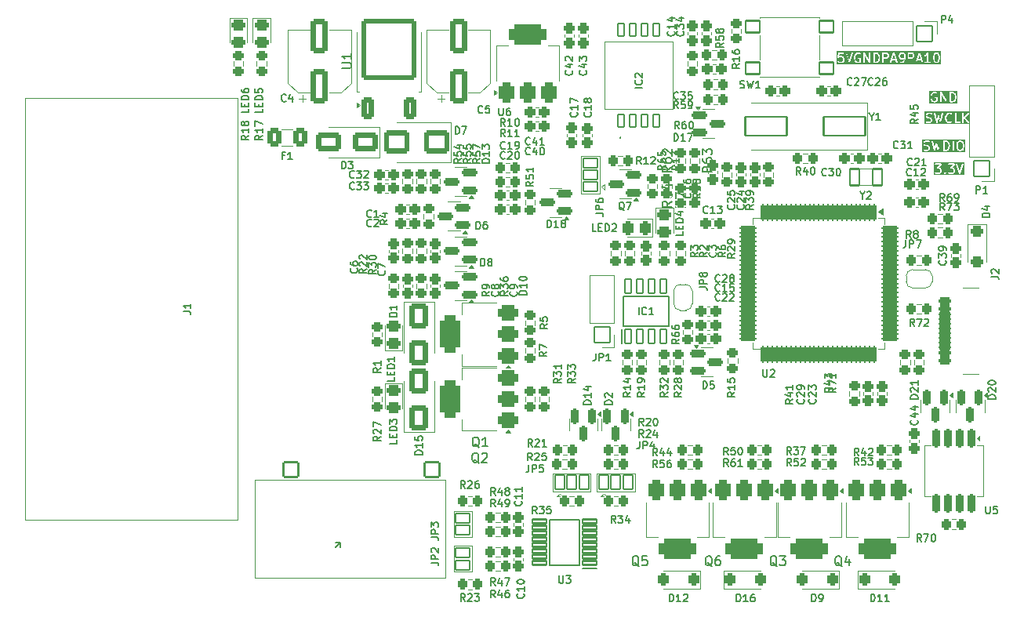
<source format=gbr>
%TF.GenerationSoftware,KiCad,Pcbnew,8.0.6*%
%TF.CreationDate,2024-10-30T20:12:06+07:00*%
%TF.ProjectId,NO2C,4e4f3243-2e6b-4696-9361-645f70636258,vD1*%
%TF.SameCoordinates,Original*%
%TF.FileFunction,Legend,Top*%
%TF.FilePolarity,Positive*%
%FSLAX46Y46*%
G04 Gerber Fmt 4.6, Leading zero omitted, Abs format (unit mm)*
G04 Created by KiCad (PCBNEW 8.0.6) date 2024-10-30 20:12:06*
%MOMM*%
%LPD*%
G01*
G04 APERTURE LIST*
G04 Aperture macros list*
%AMRoundRect*
0 Rectangle with rounded corners*
0 $1 Rounding radius*
0 $2 $3 $4 $5 $6 $7 $8 $9 X,Y pos of 4 corners*
0 Add a 4 corners polygon primitive as box body*
4,1,4,$2,$3,$4,$5,$6,$7,$8,$9,$2,$3,0*
0 Add four circle primitives for the rounded corners*
1,1,$1+$1,$2,$3*
1,1,$1+$1,$4,$5*
1,1,$1+$1,$6,$7*
1,1,$1+$1,$8,$9*
0 Add four rect primitives between the rounded corners*
20,1,$1+$1,$2,$3,$4,$5,0*
20,1,$1+$1,$4,$5,$6,$7,0*
20,1,$1+$1,$6,$7,$8,$9,0*
20,1,$1+$1,$8,$9,$2,$3,0*%
%AMFreePoly0*
4,1,38,0.559719,0.832196,0.596627,0.781396,0.601600,0.750000,0.601600,-0.750000,0.582196,-0.809719,0.531396,-0.846627,0.500000,-0.851600,0.000000,-0.851600,-0.015662,-0.846511,-0.071157,-0.846511,-0.099781,-0.842395,-0.236332,-0.802300,-0.262637,-0.790287,-0.382359,-0.713346,-0.404214,-0.694409,-0.497411,-0.586854,-0.513046,-0.562526,-0.572165,-0.433072,-0.580312,-0.405326,-0.600566,-0.264460,
-0.601600,-0.250000,-0.601600,0.250000,-0.600566,0.264460,-0.580312,0.405326,-0.572165,0.433072,-0.513046,0.562526,-0.497411,0.586854,-0.404214,0.694409,-0.382359,0.713346,-0.262637,0.790287,-0.236332,0.802300,-0.099781,0.842395,-0.071157,0.846511,-0.031556,0.846511,-0.031396,0.846627,0.000000,0.851600,0.500000,0.851600,0.559719,0.832196,0.559719,0.832196,$1*%
%AMFreePoly1*
4,1,38,0.015662,0.846511,0.071157,0.846511,0.099781,0.842395,0.236332,0.802300,0.262637,0.790287,0.382359,0.713346,0.404214,0.694409,0.497411,0.586854,0.513046,0.562526,0.572165,0.433072,0.580312,0.405326,0.600566,0.264460,0.601600,0.250000,0.601600,-0.250000,0.600566,-0.264460,0.580312,-0.405326,0.572165,-0.433072,0.513046,-0.562526,0.497411,-0.586854,0.404214,-0.694409,
0.382359,-0.713346,0.262637,-0.790287,0.236332,-0.802300,0.099781,-0.842395,0.071157,-0.846511,0.031556,-0.846511,0.031396,-0.846627,0.000000,-0.851600,-0.500000,-0.851600,-0.559719,-0.832196,-0.596627,-0.781396,-0.601600,-0.750000,-0.601600,0.750000,-0.582196,0.809719,-0.531396,0.846627,-0.500000,0.851600,0.000000,0.851600,0.015662,0.846511,0.015662,0.846511,$1*%
G04 Aperture macros list end*
%ADD10C,0.150000*%
%ADD11C,0.120000*%
%ADD12C,0.200000*%
%ADD13C,0.100000*%
%ADD14RoundRect,0.275800X-0.300800X0.275800X-0.300800X-0.275800X0.300800X-0.275800X0.300800X0.275800X0*%
%ADD15RoundRect,0.275800X0.275800X0.300800X-0.275800X0.300800X-0.275800X-0.300800X0.275800X-0.300800X0*%
%ADD16RoundRect,0.275800X-0.275800X-0.300800X0.275800X-0.300800X0.275800X0.300800X-0.275800X0.300800X0*%
%ADD17RoundRect,0.275800X0.300800X-0.275800X0.300800X0.275800X-0.300800X0.275800X-0.300800X-0.275800X0*%
%ADD18RoundRect,0.281750X0.619850X-1.569850X0.619850X1.569850X-0.619850X1.569850X-0.619850X-1.569850X0*%
%ADD19RoundRect,0.200800X-0.200800X0.638300X-0.200800X-0.638300X0.200800X-0.638300X0.200800X0.638300X0*%
%ADD20RoundRect,0.278222X1.073378X0.723378X-1.073378X0.723378X-1.073378X-0.723378X1.073378X-0.723378X0*%
%ADD21RoundRect,0.101600X0.750000X-0.500000X0.750000X0.500000X-0.750000X0.500000X-0.750000X-0.500000X0*%
%ADD22RoundRect,0.101600X-0.750000X0.500000X-0.750000X-0.500000X0.750000X-0.500000X0.750000X0.500000X0*%
%ADD23RoundRect,0.101600X-0.500000X-0.750000X0.500000X-0.750000X0.500000X0.750000X-0.500000X0.750000X0*%
%ADD24RoundRect,0.294550X0.507050X-0.294550X0.507050X0.294550X-0.507050X0.294550X-0.507050X-0.294550X0*%
%ADD25RoundRect,0.294550X-0.507050X0.294550X-0.507050X-0.294550X0.507050X-0.294550X0.507050X0.294550X0*%
%ADD26RoundRect,0.294550X0.294550X0.507050X-0.294550X0.507050X-0.294550X-0.507050X0.294550X-0.507050X0*%
%ADD27RoundRect,0.425800X0.675800X0.425800X-0.675800X0.425800X-0.675800X-0.425800X0.675800X-0.425800X0*%
%ADD28RoundRect,0.550800X0.550800X1.450800X-0.550800X1.450800X-0.550800X-1.450800X0.550800X-1.450800X0*%
%ADD29RoundRect,0.425800X-0.425800X0.675800X-0.425800X-0.675800X0.425800X-0.675800X0.425800X0.675800X0*%
%ADD30RoundRect,0.550800X-1.450800X0.550800X-1.450800X-0.550800X1.450800X-0.550800X1.450800X0.550800X0*%
%ADD31RoundRect,0.292333X0.409267X-0.909267X0.409267X0.909267X-0.409267X0.909267X-0.409267X-0.909267X0*%
%ADD32RoundRect,0.258756X2.742844X-3.042844X2.742844X3.042844X-2.742844X3.042844X-2.742844X-3.042844X0*%
%ADD33RoundRect,0.250800X-0.325800X0.250800X-0.325800X-0.250800X0.325800X-0.250800X0.325800X0.250800X0*%
%ADD34RoundRect,0.250800X-0.250800X-0.325800X0.250800X-0.325800X0.250800X0.325800X-0.250800X0.325800X0*%
%ADD35RoundRect,0.250800X0.325800X-0.250800X0.325800X0.250800X-0.325800X0.250800X-0.325800X-0.250800X0*%
%ADD36RoundRect,0.250800X0.250800X0.325800X-0.250800X0.325800X-0.250800X-0.325800X0.250800X-0.325800X0*%
%ADD37O,1.803200X1.803200*%
%ADD38RoundRect,0.101600X0.800000X-0.800000X0.800000X0.800000X-0.800000X0.800000X-0.800000X-0.800000X0*%
%ADD39RoundRect,0.200800X0.638300X0.200800X-0.638300X0.200800X-0.638300X-0.200800X0.638300X-0.200800X0*%
%ADD40RoundRect,0.278222X-0.723378X1.073378X-0.723378X-1.073378X0.723378X-1.073378X0.723378X1.073378X0*%
%ADD41RoundRect,0.101600X0.325000X0.762500X-0.325000X0.762500X-0.325000X-0.762500X0.325000X-0.762500X0*%
%ADD42RoundRect,0.200800X-0.638300X-0.200800X0.638300X-0.200800X0.638300X0.200800X-0.638300X0.200800X0*%
%ADD43RoundRect,0.101600X-0.775000X0.217500X-0.775000X-0.217500X0.775000X-0.217500X0.775000X0.217500X0*%
%ADD44C,2.453200*%
%ADD45C,5.303200*%
%ADD46RoundRect,0.101600X0.850000X0.850000X-0.850000X0.850000X-0.850000X-0.850000X0.850000X-0.850000X0*%
%ADD47O,1.903200X1.903200*%
%ADD48RoundRect,0.101600X0.775000X0.650000X-0.775000X0.650000X-0.775000X-0.650000X0.775000X-0.650000X0*%
%ADD49RoundRect,0.275800X0.275800X0.425800X-0.275800X0.425800X-0.275800X-0.425800X0.275800X-0.425800X0*%
%ADD50RoundRect,0.200800X-0.200800X0.850800X-0.200800X-0.850800X0.200800X-0.850800X0.200800X0.850800X0*%
%ADD51FreePoly0,0.000000*%
%ADD52FreePoly1,0.000000*%
%ADD53RoundRect,0.290640X0.435960X0.685960X-0.435960X0.685960X-0.435960X-0.685960X0.435960X-0.685960X0*%
%ADD54C,1.003200*%
%ADD55C,6.603200*%
%ADD56RoundRect,0.125800X-0.125800X0.775800X-0.125800X-0.775800X0.125800X-0.775800X0.125800X0.775800X0*%
%ADD57RoundRect,0.125800X-0.775800X0.125800X-0.775800X-0.125800X0.775800X-0.125800X0.775800X0.125800X0*%
%ADD58RoundRect,0.275800X-0.425800X0.275800X-0.425800X-0.275800X0.425800X-0.275800X0.425800X0.275800X0*%
%ADD59RoundRect,0.275800X-0.275800X-0.425800X0.275800X-0.425800X0.275800X0.425800X-0.275800X0.425800X0*%
%ADD60RoundRect,0.101600X2.250000X1.000000X-2.250000X1.000000X-2.250000X-1.000000X2.250000X-1.000000X0*%
%ADD61RoundRect,0.101600X0.500000X0.900000X-0.500000X0.900000X-0.500000X-0.900000X0.500000X-0.900000X0*%
%ADD62C,0.853200*%
%ADD63RoundRect,0.200800X0.475800X-0.200800X0.475800X0.200800X-0.475800X0.200800X-0.475800X-0.200800X0*%
%ADD64RoundRect,0.125800X0.550800X-0.125800X0.550800X0.125800X-0.550800X0.125800X-0.550800X-0.125800X0*%
%ADD65O,2.303200X1.203200*%
%ADD66O,2.003200X1.203200*%
%ADD67RoundRect,0.425800X0.425800X-0.675800X0.425800X0.675800X-0.425800X0.675800X-0.425800X-0.675800X0*%
%ADD68RoundRect,0.550800X1.450800X-0.550800X1.450800X0.550800X-1.450800X0.550800X-1.450800X-0.550800X0*%
%ADD69RoundRect,0.278222X0.723378X-1.073378X0.723378X1.073378X-0.723378X1.073378X-0.723378X-1.073378X0*%
%ADD70FreePoly0,90.000000*%
%ADD71FreePoly1,90.000000*%
%ADD72RoundRect,0.101600X-0.345000X-0.675000X0.345000X-0.675000X0.345000X0.675000X-0.345000X0.675000X0*%
%ADD73RoundRect,0.101600X-0.850000X0.850000X-0.850000X-0.850000X0.850000X-0.850000X0.850000X0.850000X0*%
%ADD74RoundRect,0.272087X1.079513X0.979513X-1.079513X0.979513X-1.079513X-0.979513X1.079513X-0.979513X0*%
G04 APERTURE END LIST*
D10*
X19008000Y6750000D02*
X18500000Y6242000D01*
X19008000Y6750000D02*
X19008000Y6242000D01*
X19008000Y6750000D02*
X18500000Y6750000D01*
G36*
X79828066Y59520923D02*
G01*
X79858473Y59490516D01*
X79892731Y59422000D01*
X79892731Y59219315D01*
X79858473Y59150799D01*
X79828066Y59120392D01*
X79759550Y59086134D01*
X79604484Y59086134D01*
X79535968Y59120392D01*
X79505561Y59150799D01*
X79471303Y59219315D01*
X79471303Y59422000D01*
X79505561Y59490516D01*
X79535968Y59520923D01*
X79604484Y59555181D01*
X79759550Y59555181D01*
X79828066Y59520923D01*
G37*
G36*
X78911293Y58990896D02*
G01*
X78643217Y58990896D01*
X78777255Y59393011D01*
X78911293Y58990896D01*
G37*
G36*
X78018542Y59520923D02*
G01*
X78048949Y59490516D01*
X78083207Y59422000D01*
X78083207Y59314553D01*
X78048949Y59246037D01*
X78018542Y59215630D01*
X77950026Y59181372D01*
X77661779Y59181372D01*
X77661779Y59555181D01*
X77950026Y59555181D01*
X78018542Y59520923D01*
G37*
G36*
X80153842Y58444070D02*
G01*
X77400668Y58444070D01*
X77400668Y59630181D01*
X77511779Y59630181D01*
X77511779Y58630181D01*
X77513220Y58615549D01*
X77524419Y58588513D01*
X77545111Y58567821D01*
X77572147Y58556622D01*
X77601411Y58556622D01*
X77628447Y58567821D01*
X77649139Y58588513D01*
X77660338Y58615549D01*
X77661779Y58630181D01*
X77661779Y58639561D01*
X78369511Y58639561D01*
X78371586Y58610371D01*
X78384672Y58584198D01*
X78406779Y58565024D01*
X78434542Y58555770D01*
X78463732Y58557845D01*
X78489905Y58570931D01*
X78509079Y58593038D01*
X78515073Y58606464D01*
X78593217Y58840896D01*
X78961293Y58840896D01*
X79039437Y58606464D01*
X79045431Y58593039D01*
X79064605Y58570932D01*
X79090778Y58557845D01*
X79119968Y58555770D01*
X79147730Y58565024D01*
X79169838Y58584198D01*
X79182924Y58610372D01*
X79184999Y58639562D01*
X79181739Y58653898D01*
X78919804Y59439705D01*
X79321303Y59439705D01*
X79321303Y59201610D01*
X79322744Y59186978D01*
X79323775Y59184489D01*
X79323966Y59181801D01*
X79329221Y59168069D01*
X79376840Y59072831D01*
X79380804Y59066532D01*
X79381562Y59064704D01*
X79383250Y59062648D01*
X79384672Y59060388D01*
X79386170Y59059089D01*
X79390889Y59053339D01*
X79438508Y59005720D01*
X79444257Y59001002D01*
X79445557Y58999503D01*
X79447816Y58998082D01*
X79449873Y58996393D01*
X79451700Y58995636D01*
X79458000Y58991671D01*
X79553238Y58944052D01*
X79566969Y58938797D01*
X79569658Y58938606D01*
X79572147Y58937575D01*
X79586779Y58936134D01*
X79777255Y58936134D01*
X79791887Y58937575D01*
X79794376Y58938607D01*
X79797064Y58938797D01*
X79810796Y58944052D01*
X79869026Y58973167D01*
X79850502Y58899071D01*
X79766587Y58773200D01*
X79732827Y58739439D01*
X79664312Y58705181D01*
X79491541Y58705181D01*
X79476909Y58703740D01*
X79449873Y58692541D01*
X79429181Y58671849D01*
X79417982Y58644813D01*
X79417982Y58615549D01*
X79429181Y58588513D01*
X79449873Y58567821D01*
X79476909Y58556622D01*
X79491541Y58555181D01*
X79682017Y58555181D01*
X79696649Y58556622D01*
X79699138Y58557654D01*
X79701826Y58557844D01*
X79715558Y58563099D01*
X79810796Y58610718D01*
X79817095Y58614683D01*
X79818923Y58615440D01*
X79820979Y58617128D01*
X79823239Y58618550D01*
X79824539Y58620050D01*
X79830289Y58624768D01*
X79877907Y58672387D01*
X79877940Y58672428D01*
X79877962Y58672442D01*
X79882701Y58678229D01*
X79887235Y58683753D01*
X79887244Y58683777D01*
X79887278Y58683817D01*
X79982516Y58826675D01*
X79986820Y58834750D01*
X79987926Y58836241D01*
X79988555Y58838004D01*
X79989433Y58839649D01*
X79989791Y58841464D01*
X79992873Y58850087D01*
X80040492Y59040563D01*
X80040867Y59043100D01*
X80041290Y59044121D01*
X80041832Y59049634D01*
X80042642Y59055107D01*
X80042479Y59056200D01*
X80042731Y59058753D01*
X80042731Y59439705D01*
X80041290Y59454337D01*
X80040259Y59456826D01*
X80040068Y59459515D01*
X80034813Y59473246D01*
X79987194Y59568484D01*
X79983229Y59574784D01*
X79982472Y59576611D01*
X79980783Y59578668D01*
X79979362Y59580927D01*
X79977863Y59582227D01*
X79973145Y59587976D01*
X79925526Y59635595D01*
X79919776Y59640314D01*
X79918477Y59641812D01*
X79916217Y59643234D01*
X79914161Y59644922D01*
X79912333Y59645680D01*
X79906034Y59649644D01*
X79810796Y59697263D01*
X79797064Y59702518D01*
X79794376Y59702709D01*
X79791887Y59703740D01*
X79777255Y59705181D01*
X79586779Y59705181D01*
X79572147Y59703740D01*
X79569658Y59702710D01*
X79566969Y59702518D01*
X79553238Y59697263D01*
X79458000Y59649644D01*
X79451700Y59645680D01*
X79449873Y59644922D01*
X79447816Y59643234D01*
X79445557Y59641812D01*
X79444257Y59640314D01*
X79438508Y59635595D01*
X79390889Y59587976D01*
X79386170Y59582227D01*
X79384672Y59580927D01*
X79383250Y59578668D01*
X79381562Y59576611D01*
X79380804Y59574784D01*
X79376840Y59568484D01*
X79329221Y59473246D01*
X79323966Y59459514D01*
X79323775Y59456827D01*
X79322744Y59454337D01*
X79321303Y59439705D01*
X78919804Y59439705D01*
X78848406Y59653898D01*
X78842412Y59667324D01*
X78838900Y59671373D01*
X78836505Y59676164D01*
X78829401Y59682326D01*
X78823238Y59689431D01*
X78818444Y59691828D01*
X78814397Y59695338D01*
X78805475Y59698312D01*
X78797065Y59702517D01*
X78791720Y59702897D01*
X78786635Y59704592D01*
X78777255Y59703926D01*
X78767875Y59704592D01*
X78762789Y59702897D01*
X78757445Y59702517D01*
X78749037Y59698313D01*
X78740112Y59695338D01*
X78736061Y59691825D01*
X78731272Y59689430D01*
X78725113Y59682330D01*
X78718005Y59676164D01*
X78715608Y59671371D01*
X78712098Y59667323D01*
X78706104Y59653898D01*
X78372771Y58653898D01*
X78369511Y58639561D01*
X77661779Y58639561D01*
X77661779Y59031372D01*
X77967731Y59031372D01*
X77982363Y59032813D01*
X77984852Y59033845D01*
X77987540Y59034035D01*
X78001272Y59039290D01*
X78096510Y59086909D01*
X78102809Y59090874D01*
X78104637Y59091631D01*
X78106693Y59093320D01*
X78108953Y59094741D01*
X78110252Y59096240D01*
X78116002Y59100958D01*
X78163621Y59148577D01*
X78168339Y59154327D01*
X78169838Y59155626D01*
X78171259Y59157886D01*
X78172948Y59159942D01*
X78173705Y59161770D01*
X78177670Y59168069D01*
X78225289Y59263307D01*
X78230544Y59277038D01*
X78230735Y59279728D01*
X78231766Y59282216D01*
X78233207Y59296848D01*
X78233207Y59439705D01*
X78231766Y59454337D01*
X78230735Y59456826D01*
X78230544Y59459515D01*
X78225289Y59473246D01*
X78177670Y59568484D01*
X78173705Y59574784D01*
X78172948Y59576611D01*
X78171259Y59578668D01*
X78169838Y59580927D01*
X78168339Y59582227D01*
X78163621Y59587976D01*
X78116002Y59635595D01*
X78110252Y59640314D01*
X78108953Y59641812D01*
X78106693Y59643234D01*
X78104637Y59644922D01*
X78102809Y59645680D01*
X78096510Y59649644D01*
X78001272Y59697263D01*
X77987540Y59702518D01*
X77984852Y59702709D01*
X77982363Y59703740D01*
X77967731Y59705181D01*
X77586779Y59705181D01*
X77572147Y59703740D01*
X77545111Y59692541D01*
X77524419Y59671849D01*
X77513220Y59644813D01*
X77511779Y59630181D01*
X77400668Y59630181D01*
X77400668Y59816292D01*
X80153842Y59816292D01*
X80153842Y58444070D01*
G37*
G36*
X86998969Y51944070D02*
G01*
X82103049Y51944070D01*
X82103049Y52939705D01*
X82214160Y52939705D01*
X82214160Y52844467D01*
X82215601Y52829835D01*
X82216632Y52827346D01*
X82216823Y52824658D01*
X82222078Y52810926D01*
X82269697Y52715688D01*
X82273661Y52709389D01*
X82274419Y52707561D01*
X82276107Y52705505D01*
X82277529Y52703245D01*
X82279027Y52701946D01*
X82283746Y52696196D01*
X82331365Y52648577D01*
X82337114Y52643859D01*
X82338414Y52642360D01*
X82340673Y52640939D01*
X82342730Y52639250D01*
X82344557Y52638493D01*
X82350857Y52634528D01*
X82446095Y52586909D01*
X82447164Y52586500D01*
X82447600Y52586177D01*
X82453736Y52583985D01*
X82459826Y52581654D01*
X82460366Y52581616D01*
X82461446Y52581230D01*
X82643936Y52535608D01*
X82720923Y52497114D01*
X82751330Y52466707D01*
X82785588Y52398191D01*
X82785588Y52338363D01*
X82751329Y52269847D01*
X82720922Y52239439D01*
X82652407Y52205181D01*
X82444187Y52205181D01*
X82312877Y52248951D01*
X82298540Y52252211D01*
X82269350Y52250136D01*
X82243177Y52237050D01*
X82224003Y52214943D01*
X82214749Y52187180D01*
X82216824Y52157990D01*
X82229910Y52131817D01*
X82252017Y52112643D01*
X82265443Y52106649D01*
X82408299Y52059030D01*
X82415554Y52057381D01*
X82417385Y52056622D01*
X82420038Y52056361D01*
X82422636Y52055770D01*
X82424610Y52055911D01*
X82432017Y52055181D01*
X82670112Y52055181D01*
X82684744Y52056622D01*
X82687233Y52057654D01*
X82689921Y52057844D01*
X82703653Y52063099D01*
X82798891Y52110718D01*
X82805190Y52114683D01*
X82807018Y52115440D01*
X82809074Y52117128D01*
X82811334Y52118550D01*
X82812634Y52120050D01*
X82818384Y52124768D01*
X82866002Y52172387D01*
X82870720Y52178137D01*
X82872219Y52179436D01*
X82873640Y52181695D01*
X82875330Y52183753D01*
X82876087Y52185583D01*
X82880051Y52191879D01*
X82927670Y52287117D01*
X82932925Y52300848D01*
X82933116Y52303538D01*
X82934147Y52306026D01*
X82935588Y52320658D01*
X82935588Y52415896D01*
X82934147Y52430528D01*
X82933116Y52433017D01*
X82932925Y52435706D01*
X82927670Y52449437D01*
X82880051Y52544675D01*
X82876086Y52550975D01*
X82875329Y52552802D01*
X82873640Y52554859D01*
X82872219Y52557118D01*
X82870720Y52558418D01*
X82866002Y52564167D01*
X82818383Y52611786D01*
X82812633Y52616505D01*
X82811334Y52618003D01*
X82809074Y52619425D01*
X82807018Y52621113D01*
X82805190Y52621871D01*
X82798891Y52625835D01*
X82703653Y52673454D01*
X82702583Y52673864D01*
X82702148Y52674186D01*
X82696002Y52676382D01*
X82689921Y52678709D01*
X82689381Y52678748D01*
X82688302Y52679133D01*
X82505812Y52724756D01*
X82428825Y52763249D01*
X82398418Y52793656D01*
X82364160Y52862172D01*
X82364160Y52922000D01*
X82398418Y52990516D01*
X82428825Y53020923D01*
X82497341Y53055181D01*
X82705561Y53055181D01*
X82836870Y53011411D01*
X82851207Y53008151D01*
X82880397Y53010226D01*
X82906571Y53023312D01*
X82925745Y53045420D01*
X82934999Y53073182D01*
X82932924Y53102372D01*
X82920421Y53127377D01*
X83118974Y53127377D01*
X83120962Y53112809D01*
X83359057Y52112809D01*
X83360786Y52107790D01*
X83361026Y52105988D01*
X83361968Y52104360D01*
X83363847Y52098909D01*
X83370233Y52090085D01*
X83375688Y52080663D01*
X83378745Y52078323D01*
X83381004Y52075202D01*
X83390279Y52069495D01*
X83398926Y52062876D01*
X83402646Y52061884D01*
X83405926Y52059866D01*
X83416680Y52058142D01*
X83427202Y52055336D01*
X83431017Y52055843D01*
X83434821Y52055233D01*
X83445419Y52057757D01*
X83456210Y52059190D01*
X83459541Y52061119D01*
X83463289Y52062011D01*
X83472113Y52068398D01*
X83481535Y52073852D01*
X83483875Y52076910D01*
X83486996Y52079168D01*
X83492703Y52088444D01*
X83499322Y52097090D01*
X83501347Y52102490D01*
X83502332Y52104090D01*
X83502619Y52105882D01*
X83504485Y52110856D01*
X83622492Y52553387D01*
X83740501Y52110856D01*
X83742366Y52105881D01*
X83742654Y52104090D01*
X83743638Y52102491D01*
X83745664Y52097089D01*
X83752284Y52088441D01*
X83757990Y52079168D01*
X83761110Y52076910D01*
X83763451Y52073852D01*
X83772872Y52068398D01*
X83781697Y52062011D01*
X83785444Y52061119D01*
X83788776Y52059190D01*
X83799569Y52057756D01*
X83810165Y52055233D01*
X83813966Y52055843D01*
X83817785Y52055335D01*
X83828316Y52058144D01*
X83839060Y52059866D01*
X83842336Y52061882D01*
X83846060Y52062875D01*
X83854710Y52069497D01*
X83863982Y52075202D01*
X83866240Y52078323D01*
X83869298Y52080663D01*
X83874753Y52090086D01*
X83881139Y52098909D01*
X83883016Y52104358D01*
X83883960Y52105987D01*
X83884199Y52107791D01*
X83885929Y52112809D01*
X84026120Y52701610D01*
X84309398Y52701610D01*
X84309398Y52558753D01*
X84309649Y52556200D01*
X84309487Y52555107D01*
X84310296Y52549634D01*
X84310839Y52544121D01*
X84311261Y52543100D01*
X84311637Y52540563D01*
X84359256Y52350087D01*
X84359641Y52349008D01*
X84359680Y52348468D01*
X84362007Y52342387D01*
X84364203Y52336241D01*
X84364525Y52335806D01*
X84364935Y52334736D01*
X84412554Y52239498D01*
X84416517Y52233202D01*
X84417275Y52231372D01*
X84418964Y52229314D01*
X84420386Y52227055D01*
X84421884Y52225756D01*
X84426603Y52220006D01*
X84521841Y52124767D01*
X84533206Y52115439D01*
X84535696Y52114408D01*
X84537731Y52112643D01*
X84551157Y52106649D01*
X84694013Y52059030D01*
X84701268Y52057381D01*
X84703099Y52056622D01*
X84705752Y52056361D01*
X84708350Y52055770D01*
X84710324Y52055911D01*
X84717731Y52055181D01*
X84812969Y52055181D01*
X84820374Y52055911D01*
X84822349Y52055770D01*
X84824946Y52056361D01*
X84827601Y52056622D01*
X84829432Y52057381D01*
X84836686Y52059030D01*
X84979543Y52106649D01*
X84992968Y52112643D01*
X84995003Y52114409D01*
X84997494Y52115440D01*
X85008860Y52124768D01*
X85056478Y52172387D01*
X85065806Y52183753D01*
X85077004Y52210789D01*
X85077004Y52240052D01*
X85065805Y52267088D01*
X85045112Y52287781D01*
X85018076Y52298979D01*
X84988813Y52298979D01*
X84961777Y52287780D01*
X84950411Y52278452D01*
X84915312Y52243353D01*
X84800799Y52205181D01*
X84729901Y52205181D01*
X84615388Y52243352D01*
X84541275Y52317466D01*
X84502781Y52394453D01*
X84459398Y52567987D01*
X84459398Y52692376D01*
X84502781Y52865910D01*
X84541275Y52942897D01*
X84615388Y53017010D01*
X84729901Y53055181D01*
X84800799Y53055181D01*
X84915312Y53017010D01*
X84950412Y52981910D01*
X84961777Y52972583D01*
X84988813Y52961384D01*
X85018076Y52961384D01*
X85045112Y52972583D01*
X85065805Y52993276D01*
X85077004Y53020312D01*
X85077004Y53049575D01*
X85065805Y53076611D01*
X85056478Y53087976D01*
X85014273Y53130181D01*
X85357017Y53130181D01*
X85357017Y52130181D01*
X85358458Y52115549D01*
X85369657Y52088513D01*
X85390349Y52067821D01*
X85417385Y52056622D01*
X85432017Y52055181D01*
X85908207Y52055181D01*
X85922839Y52056622D01*
X85949875Y52067821D01*
X85970567Y52088513D01*
X85981766Y52115549D01*
X85981766Y52144813D01*
X85970567Y52171849D01*
X85949875Y52192541D01*
X85922839Y52203740D01*
X85908207Y52205181D01*
X85507017Y52205181D01*
X85507017Y53130181D01*
X86166541Y53130181D01*
X86166541Y52130181D01*
X86167982Y52115549D01*
X86179181Y52088513D01*
X86199873Y52067821D01*
X86226909Y52056622D01*
X86256173Y52056622D01*
X86283209Y52067821D01*
X86303901Y52088513D01*
X86315100Y52115549D01*
X86316541Y52130181D01*
X86316541Y52527687D01*
X86376283Y52587430D01*
X86752969Y52085181D01*
X86762901Y52074340D01*
X86788082Y52059430D01*
X86817051Y52055292D01*
X86845399Y52062554D01*
X86868810Y52080113D01*
X86883719Y52105294D01*
X86887858Y52134262D01*
X86880596Y52162611D01*
X86872969Y52175181D01*
X86483426Y52694573D01*
X86866002Y53077148D01*
X86875329Y53088513D01*
X86886528Y53115549D01*
X86886528Y53144812D01*
X86875329Y53171849D01*
X86854637Y53192541D01*
X86827600Y53203740D01*
X86798337Y53203740D01*
X86771301Y53192541D01*
X86759936Y53183214D01*
X86316541Y52739819D01*
X86316541Y53130181D01*
X86315100Y53144813D01*
X86303901Y53171849D01*
X86283209Y53192541D01*
X86256173Y53203740D01*
X86226909Y53203740D01*
X86199873Y53192541D01*
X86179181Y53171849D01*
X86167982Y53144813D01*
X86166541Y53130181D01*
X85507017Y53130181D01*
X85505576Y53144813D01*
X85494377Y53171849D01*
X85473685Y53192541D01*
X85446649Y53203740D01*
X85417385Y53203740D01*
X85390349Y53192541D01*
X85369657Y53171849D01*
X85358458Y53144813D01*
X85357017Y53130181D01*
X85014273Y53130181D01*
X85008859Y53135595D01*
X84997494Y53144922D01*
X84995003Y53145954D01*
X84992968Y53147719D01*
X84979543Y53153713D01*
X84836686Y53201332D01*
X84829432Y53202982D01*
X84827601Y53203740D01*
X84824946Y53204002D01*
X84822349Y53204592D01*
X84820374Y53204452D01*
X84812969Y53205181D01*
X84717731Y53205181D01*
X84710324Y53204452D01*
X84708350Y53204592D01*
X84705752Y53204002D01*
X84703099Y53203740D01*
X84701268Y53202982D01*
X84694013Y53201332D01*
X84551157Y53153713D01*
X84537731Y53147719D01*
X84535696Y53145955D01*
X84533206Y53144923D01*
X84521841Y53135595D01*
X84426603Y53040357D01*
X84421884Y53034608D01*
X84420386Y53033308D01*
X84418964Y53031049D01*
X84417276Y53028992D01*
X84416518Y53027165D01*
X84412554Y53020865D01*
X84364935Y52925627D01*
X84364525Y52924558D01*
X84364203Y52924122D01*
X84362007Y52917977D01*
X84359680Y52911895D01*
X84359641Y52911356D01*
X84359256Y52910276D01*
X84311637Y52719800D01*
X84311261Y52717264D01*
X84310839Y52716242D01*
X84310296Y52710730D01*
X84309487Y52705256D01*
X84309649Y52704164D01*
X84309398Y52701610D01*
X84026120Y52701610D01*
X84124025Y53112809D01*
X84126013Y53127377D01*
X84121380Y53156272D01*
X84106044Y53181194D01*
X84082337Y53198350D01*
X84053869Y53205129D01*
X84024974Y53200496D01*
X84000052Y53185160D01*
X83982895Y53161453D01*
X83978105Y53147552D01*
X83808852Y52436697D01*
X83694961Y52863792D01*
X83693675Y52867220D01*
X83693484Y52868661D01*
X83692492Y52870374D01*
X83689798Y52877558D01*
X83683783Y52885417D01*
X83678822Y52893985D01*
X83674963Y52896939D01*
X83672011Y52900796D01*
X83663446Y52905755D01*
X83655584Y52911773D01*
X83650887Y52913026D01*
X83646686Y52915458D01*
X83636879Y52916761D01*
X83627309Y52919313D01*
X83622490Y52918673D01*
X83617678Y52919312D01*
X83608117Y52916763D01*
X83598300Y52915458D01*
X83594094Y52913024D01*
X83589402Y52911772D01*
X83581542Y52905757D01*
X83572975Y52900796D01*
X83570021Y52896938D01*
X83566164Y52893985D01*
X83561205Y52885420D01*
X83555188Y52877559D01*
X83552491Y52870370D01*
X83551502Y52868660D01*
X83551310Y52867221D01*
X83550025Y52863792D01*
X83436133Y52436697D01*
X83266882Y53147553D01*
X83262092Y53161453D01*
X83244935Y53185160D01*
X83220013Y53200496D01*
X83191118Y53205129D01*
X83162650Y53198351D01*
X83138943Y53181194D01*
X83123607Y53156272D01*
X83118974Y53127377D01*
X82920421Y53127377D01*
X82919837Y53128545D01*
X82897730Y53147719D01*
X82884305Y53153713D01*
X82741448Y53201332D01*
X82734194Y53202982D01*
X82732363Y53203740D01*
X82729708Y53204002D01*
X82727111Y53204592D01*
X82725136Y53204452D01*
X82717731Y53205181D01*
X82479636Y53205181D01*
X82465004Y53203740D01*
X82462515Y53202710D01*
X82459826Y53202518D01*
X82446095Y53197263D01*
X82350857Y53149644D01*
X82344557Y53145680D01*
X82342730Y53144922D01*
X82340673Y53143234D01*
X82338414Y53141812D01*
X82337114Y53140314D01*
X82331365Y53135595D01*
X82283746Y53087976D01*
X82279027Y53082227D01*
X82277529Y53080927D01*
X82276107Y53078668D01*
X82274419Y53076611D01*
X82273661Y53074784D01*
X82269697Y53068484D01*
X82222078Y52973246D01*
X82216823Y52959514D01*
X82216632Y52956827D01*
X82215601Y52954337D01*
X82214160Y52939705D01*
X82103049Y52939705D01*
X82103049Y53316292D01*
X86998969Y53316292D01*
X86998969Y51944070D01*
G37*
G36*
X86427062Y46444070D02*
G01*
X83056871Y46444070D01*
X83056871Y47644813D01*
X83167982Y47644813D01*
X83167982Y47615549D01*
X83179181Y47588513D01*
X83199873Y47567821D01*
X83226909Y47556622D01*
X83241541Y47555181D01*
X83695306Y47555181D01*
X83470812Y47298617D01*
X83466290Y47292293D01*
X83464895Y47290897D01*
X83464346Y47289574D01*
X83462261Y47286656D01*
X83458359Y47275119D01*
X83453696Y47263861D01*
X83453696Y47261331D01*
X83452886Y47258935D01*
X83453696Y47246782D01*
X83453696Y47234597D01*
X83454663Y47232261D01*
X83454832Y47229737D01*
X83460234Y47218812D01*
X83464895Y47207561D01*
X83466681Y47205775D01*
X83467804Y47203505D01*
X83476976Y47195480D01*
X83485587Y47186869D01*
X83487923Y47185901D01*
X83489828Y47184235D01*
X83501365Y47180334D01*
X83512623Y47175670D01*
X83516193Y47175319D01*
X83517549Y47174860D01*
X83519516Y47174992D01*
X83527255Y47174229D01*
X83652407Y47174229D01*
X83720923Y47139971D01*
X83751330Y47109564D01*
X83785588Y47041048D01*
X83785588Y46838363D01*
X83751329Y46769847D01*
X83720922Y46739439D01*
X83652407Y46705181D01*
X83402103Y46705181D01*
X83333587Y46739439D01*
X83294575Y46778452D01*
X83283209Y46787780D01*
X83256173Y46798979D01*
X83226910Y46798979D01*
X83199874Y46787781D01*
X83179181Y46767088D01*
X83167982Y46740052D01*
X83167982Y46710789D01*
X83179180Y46683753D01*
X83188507Y46672388D01*
X83236126Y46624768D01*
X83241875Y46620050D01*
X83243176Y46618550D01*
X83245435Y46617128D01*
X83247492Y46615440D01*
X83249319Y46614683D01*
X83255619Y46610718D01*
X83350857Y46563099D01*
X83364588Y46557844D01*
X83367277Y46557653D01*
X83369766Y46556622D01*
X83384398Y46555181D01*
X83670112Y46555181D01*
X83684744Y46556622D01*
X83687233Y46557654D01*
X83689921Y46557844D01*
X83703653Y46563099D01*
X83798891Y46610718D01*
X83805190Y46614683D01*
X83807018Y46615440D01*
X83809074Y46617128D01*
X83811334Y46618550D01*
X83812634Y46620050D01*
X83818384Y46624768D01*
X83866002Y46672387D01*
X83870720Y46678137D01*
X83872219Y46679436D01*
X83873640Y46681695D01*
X83875330Y46683753D01*
X83876087Y46685583D01*
X83880051Y46691879D01*
X83880327Y46692431D01*
X84167982Y46692431D01*
X84167982Y46663168D01*
X84173019Y46651009D01*
X84179181Y46636132D01*
X84188508Y46624767D01*
X84236127Y46577148D01*
X84247492Y46567821D01*
X84274528Y46556622D01*
X84274529Y46556622D01*
X84303791Y46556622D01*
X84303792Y46556622D01*
X84330828Y46567821D01*
X84342193Y46577148D01*
X84389812Y46624767D01*
X84399139Y46636132D01*
X84410338Y46663168D01*
X84410338Y46692431D01*
X84410292Y46692541D01*
X84399140Y46719467D01*
X84389812Y46730833D01*
X84342194Y46778452D01*
X84330828Y46787780D01*
X84330827Y46787781D01*
X84314990Y46794341D01*
X84303792Y46798979D01*
X84303791Y46798979D01*
X84274528Y46798979D01*
X84263330Y46794341D01*
X84247493Y46787781D01*
X84247492Y46787780D01*
X84236126Y46778452D01*
X84188507Y46730832D01*
X84179180Y46719467D01*
X84167982Y46692431D01*
X83880327Y46692431D01*
X83927670Y46787117D01*
X83932925Y46800848D01*
X83933116Y46803538D01*
X83934147Y46806026D01*
X83935588Y46820658D01*
X83935588Y47058753D01*
X83934147Y47073385D01*
X83933116Y47075874D01*
X83932925Y47078563D01*
X83927670Y47092294D01*
X83880051Y47187532D01*
X83876086Y47193832D01*
X83875329Y47195659D01*
X83873640Y47197716D01*
X83872219Y47199975D01*
X83870720Y47201275D01*
X83866002Y47207024D01*
X83818383Y47254643D01*
X83812633Y47259362D01*
X83811334Y47260860D01*
X83809074Y47262282D01*
X83807018Y47263970D01*
X83805190Y47264728D01*
X83798891Y47268692D01*
X83703653Y47316311D01*
X83690135Y47321484D01*
X83917031Y47580793D01*
X83921552Y47587118D01*
X83922948Y47588513D01*
X83923496Y47589837D01*
X83925582Y47592754D01*
X83929483Y47604292D01*
X83934147Y47615549D01*
X83934147Y47618080D01*
X83934957Y47620475D01*
X83934147Y47632629D01*
X83934147Y47644813D01*
X84596553Y47644813D01*
X84596553Y47615549D01*
X84607752Y47588513D01*
X84628444Y47567821D01*
X84655480Y47556622D01*
X84670112Y47555181D01*
X85123877Y47555181D01*
X84899383Y47298617D01*
X84894861Y47292293D01*
X84893466Y47290897D01*
X84892917Y47289574D01*
X84890832Y47286656D01*
X84886930Y47275119D01*
X84882267Y47263861D01*
X84882267Y47261331D01*
X84881457Y47258935D01*
X84882267Y47246782D01*
X84882267Y47234597D01*
X84883234Y47232261D01*
X84883403Y47229737D01*
X84888805Y47218812D01*
X84893466Y47207561D01*
X84895252Y47205775D01*
X84896375Y47203505D01*
X84905547Y47195480D01*
X84914158Y47186869D01*
X84916494Y47185901D01*
X84918399Y47184235D01*
X84929936Y47180334D01*
X84941194Y47175670D01*
X84944764Y47175319D01*
X84946120Y47174860D01*
X84948087Y47174992D01*
X84955826Y47174229D01*
X85080978Y47174229D01*
X85149494Y47139971D01*
X85179901Y47109564D01*
X85214159Y47041048D01*
X85214159Y46838363D01*
X85179900Y46769847D01*
X85149493Y46739439D01*
X85080978Y46705181D01*
X84830674Y46705181D01*
X84762158Y46739439D01*
X84723146Y46778452D01*
X84711780Y46787780D01*
X84684744Y46798979D01*
X84655481Y46798979D01*
X84628445Y46787781D01*
X84607752Y46767088D01*
X84596553Y46740052D01*
X84596553Y46710789D01*
X84607751Y46683753D01*
X84617078Y46672388D01*
X84664697Y46624768D01*
X84670446Y46620050D01*
X84671747Y46618550D01*
X84674006Y46617128D01*
X84676063Y46615440D01*
X84677890Y46614683D01*
X84684190Y46610718D01*
X84779428Y46563099D01*
X84793159Y46557844D01*
X84795848Y46557653D01*
X84798337Y46556622D01*
X84812969Y46555181D01*
X85098683Y46555181D01*
X85113315Y46556622D01*
X85115804Y46557654D01*
X85118492Y46557844D01*
X85132224Y46563099D01*
X85227462Y46610718D01*
X85233761Y46614683D01*
X85235589Y46615440D01*
X85237645Y46617128D01*
X85239905Y46618550D01*
X85241205Y46620050D01*
X85246955Y46624768D01*
X85294573Y46672387D01*
X85299291Y46678137D01*
X85300790Y46679436D01*
X85302211Y46681695D01*
X85303901Y46683753D01*
X85304658Y46685583D01*
X85308622Y46691879D01*
X85356241Y46787117D01*
X85361496Y46800848D01*
X85361687Y46803538D01*
X85362718Y46806026D01*
X85364159Y46820658D01*
X85364159Y47058753D01*
X85362718Y47073385D01*
X85361687Y47075874D01*
X85361496Y47078563D01*
X85356241Y47092294D01*
X85308622Y47187532D01*
X85304657Y47193832D01*
X85303900Y47195659D01*
X85302211Y47197716D01*
X85300790Y47199975D01*
X85299291Y47201275D01*
X85294573Y47207024D01*
X85246954Y47254643D01*
X85241204Y47259362D01*
X85239905Y47260860D01*
X85237645Y47262282D01*
X85235589Y47263970D01*
X85233761Y47264728D01*
X85227462Y47268692D01*
X85132224Y47316311D01*
X85118706Y47321484D01*
X85345602Y47580793D01*
X85350123Y47587118D01*
X85351519Y47588513D01*
X85352067Y47589837D01*
X85354153Y47592754D01*
X85358054Y47604292D01*
X85362718Y47615549D01*
X85362718Y47618080D01*
X85363528Y47620475D01*
X85363506Y47620801D01*
X85500463Y47620801D01*
X85503723Y47606464D01*
X85837056Y46606464D01*
X85843050Y46593039D01*
X85846560Y46588992D01*
X85848957Y46584198D01*
X85856065Y46578033D01*
X85862224Y46570932D01*
X85867013Y46568538D01*
X85871064Y46565024D01*
X85879989Y46562050D01*
X85888397Y46557845D01*
X85893741Y46557466D01*
X85898827Y46555770D01*
X85908207Y46556437D01*
X85917587Y46555770D01*
X85922672Y46557466D01*
X85928017Y46557845D01*
X85936427Y46562051D01*
X85945349Y46565024D01*
X85949396Y46568535D01*
X85954190Y46570931D01*
X85960353Y46578037D01*
X85967457Y46584198D01*
X85969852Y46588990D01*
X85973364Y46593038D01*
X85979358Y46606464D01*
X86312691Y47606464D01*
X86315951Y47620800D01*
X86313876Y47649990D01*
X86300790Y47676164D01*
X86278682Y47695338D01*
X86250920Y47704592D01*
X86221730Y47702517D01*
X86195557Y47689430D01*
X86176383Y47667323D01*
X86170389Y47653898D01*
X85908207Y46867352D01*
X85646025Y47653898D01*
X85640031Y47667324D01*
X85620857Y47689431D01*
X85594684Y47702517D01*
X85565494Y47704592D01*
X85537731Y47695338D01*
X85515624Y47676164D01*
X85502538Y47649991D01*
X85500463Y47620801D01*
X85363506Y47620801D01*
X85362718Y47632629D01*
X85362718Y47644813D01*
X85361750Y47647150D01*
X85361582Y47649673D01*
X85356179Y47660599D01*
X85351519Y47671849D01*
X85349732Y47673636D01*
X85348610Y47675905D01*
X85339437Y47683931D01*
X85330827Y47692541D01*
X85328490Y47693510D01*
X85326586Y47695175D01*
X85315048Y47699077D01*
X85303791Y47703740D01*
X85300220Y47704092D01*
X85298865Y47704550D01*
X85296897Y47704419D01*
X85289159Y47705181D01*
X84670112Y47705181D01*
X84655480Y47703740D01*
X84628444Y47692541D01*
X84607752Y47671849D01*
X84596553Y47644813D01*
X83934147Y47644813D01*
X83933179Y47647150D01*
X83933011Y47649673D01*
X83927608Y47660599D01*
X83922948Y47671849D01*
X83921161Y47673636D01*
X83920039Y47675905D01*
X83910866Y47683931D01*
X83902256Y47692541D01*
X83899919Y47693510D01*
X83898015Y47695175D01*
X83886477Y47699077D01*
X83875220Y47703740D01*
X83871649Y47704092D01*
X83870294Y47704550D01*
X83868326Y47704419D01*
X83860588Y47705181D01*
X83241541Y47705181D01*
X83226909Y47703740D01*
X83199873Y47692541D01*
X83179181Y47671849D01*
X83167982Y47644813D01*
X83056871Y47644813D01*
X83056871Y47816292D01*
X86427062Y47816292D01*
X86427062Y46444070D01*
G37*
G36*
X83482828Y59520923D02*
G01*
X83513235Y59490516D01*
X83551728Y59413529D01*
X83595112Y59239995D01*
X83595112Y59020368D01*
X83551728Y58846834D01*
X83513234Y58769847D01*
X83482827Y58739439D01*
X83414312Y58705181D01*
X83354484Y58705181D01*
X83285968Y58739439D01*
X83255561Y58769847D01*
X83217067Y58846834D01*
X83173684Y59020368D01*
X83173684Y59239995D01*
X83217067Y59413529D01*
X83255561Y59490516D01*
X83285968Y59520923D01*
X83354484Y59555181D01*
X83414312Y59555181D01*
X83482828Y59520923D01*
G37*
G36*
X81661293Y58990896D02*
G01*
X81393217Y58990896D01*
X81527255Y59393011D01*
X81661293Y58990896D01*
G37*
G36*
X80768542Y59520923D02*
G01*
X80798949Y59490516D01*
X80833207Y59422000D01*
X80833207Y59314553D01*
X80798949Y59246037D01*
X80768542Y59215630D01*
X80700026Y59181372D01*
X80411779Y59181372D01*
X80411779Y59555181D01*
X80700026Y59555181D01*
X80768542Y59520923D01*
G37*
G36*
X83856223Y58444070D02*
G01*
X80150668Y58444070D01*
X80150668Y59630181D01*
X80261779Y59630181D01*
X80261779Y58630181D01*
X80263220Y58615549D01*
X80274419Y58588513D01*
X80295111Y58567821D01*
X80322147Y58556622D01*
X80351411Y58556622D01*
X80378447Y58567821D01*
X80399139Y58588513D01*
X80410338Y58615549D01*
X80411779Y58630181D01*
X80411779Y58639561D01*
X81119511Y58639561D01*
X81121586Y58610371D01*
X81134672Y58584198D01*
X81156779Y58565024D01*
X81184542Y58555770D01*
X81213732Y58557845D01*
X81239905Y58570931D01*
X81259079Y58593038D01*
X81265073Y58606464D01*
X81343217Y58840896D01*
X81711293Y58840896D01*
X81789437Y58606464D01*
X81795431Y58593039D01*
X81814605Y58570932D01*
X81840778Y58557845D01*
X81869968Y58555770D01*
X81897730Y58565024D01*
X81919838Y58584198D01*
X81932924Y58610372D01*
X81934999Y58639562D01*
X81931739Y58653898D01*
X81698423Y59353848D01*
X82071892Y59353848D01*
X82073966Y59324658D01*
X82087053Y59298483D01*
X82109161Y59279310D01*
X82136922Y59270056D01*
X82166112Y59272130D01*
X82179844Y59277385D01*
X82275082Y59325004D01*
X82281381Y59328969D01*
X82283209Y59329726D01*
X82285265Y59331415D01*
X82287525Y59332836D01*
X82288824Y59334335D01*
X82294574Y59339053D01*
X82357017Y59401496D01*
X82357017Y58705181D01*
X82146303Y58705181D01*
X82131671Y58703740D01*
X82104635Y58692541D01*
X82083943Y58671849D01*
X82072744Y58644813D01*
X82072744Y58615549D01*
X82083943Y58588513D01*
X82104635Y58567821D01*
X82131671Y58556622D01*
X82146303Y58555181D01*
X82717731Y58555181D01*
X82732363Y58556622D01*
X82759399Y58567821D01*
X82780091Y58588513D01*
X82791290Y58615549D01*
X82791290Y58644813D01*
X82780091Y58671849D01*
X82759399Y58692541D01*
X82732363Y58703740D01*
X82717731Y58705181D01*
X82507017Y58705181D01*
X82507017Y59249229D01*
X83023684Y59249229D01*
X83023684Y59011134D01*
X83023935Y59008581D01*
X83023773Y59007488D01*
X83024582Y59002015D01*
X83025125Y58996502D01*
X83025547Y58995481D01*
X83025923Y58992944D01*
X83073542Y58802468D01*
X83073927Y58801389D01*
X83073966Y58800849D01*
X83076293Y58794768D01*
X83078489Y58788622D01*
X83078811Y58788187D01*
X83079221Y58787117D01*
X83126840Y58691879D01*
X83130803Y58685583D01*
X83131561Y58683753D01*
X83133250Y58681695D01*
X83134672Y58679436D01*
X83136170Y58678137D01*
X83140888Y58672388D01*
X83188507Y58624768D01*
X83194256Y58620050D01*
X83195557Y58618550D01*
X83197816Y58617128D01*
X83199873Y58615440D01*
X83201700Y58614683D01*
X83208000Y58610718D01*
X83303238Y58563099D01*
X83316969Y58557844D01*
X83319658Y58557653D01*
X83322147Y58556622D01*
X83336779Y58555181D01*
X83432017Y58555181D01*
X83446649Y58556622D01*
X83449138Y58557654D01*
X83451826Y58557844D01*
X83465558Y58563099D01*
X83560796Y58610718D01*
X83567095Y58614683D01*
X83568923Y58615440D01*
X83570979Y58617128D01*
X83573239Y58618550D01*
X83574539Y58620050D01*
X83580289Y58624768D01*
X83627907Y58672387D01*
X83632625Y58678137D01*
X83634124Y58679436D01*
X83635545Y58681695D01*
X83637235Y58683753D01*
X83637992Y58685583D01*
X83641956Y58691879D01*
X83689575Y58787117D01*
X83689984Y58788187D01*
X83690307Y58788622D01*
X83692499Y58794759D01*
X83694830Y58800848D01*
X83694868Y58801389D01*
X83695254Y58802468D01*
X83742873Y58992944D01*
X83743248Y58995481D01*
X83743671Y58996502D01*
X83744213Y59002015D01*
X83745023Y59007488D01*
X83744860Y59008581D01*
X83745112Y59011134D01*
X83745112Y59249229D01*
X83744860Y59251783D01*
X83745023Y59252875D01*
X83744213Y59258349D01*
X83743671Y59263861D01*
X83743248Y59264883D01*
X83742873Y59267419D01*
X83695254Y59457895D01*
X83694868Y59458975D01*
X83694830Y59459515D01*
X83692499Y59465605D01*
X83690307Y59471741D01*
X83689984Y59472177D01*
X83689575Y59473246D01*
X83641956Y59568484D01*
X83637991Y59574784D01*
X83637234Y59576611D01*
X83635545Y59578668D01*
X83634124Y59580927D01*
X83632625Y59582227D01*
X83627907Y59587976D01*
X83580288Y59635595D01*
X83574538Y59640314D01*
X83573239Y59641812D01*
X83570979Y59643234D01*
X83568923Y59644922D01*
X83567095Y59645680D01*
X83560796Y59649644D01*
X83465558Y59697263D01*
X83451826Y59702518D01*
X83449138Y59702709D01*
X83446649Y59703740D01*
X83432017Y59705181D01*
X83336779Y59705181D01*
X83322147Y59703740D01*
X83319658Y59702710D01*
X83316969Y59702518D01*
X83303238Y59697263D01*
X83208000Y59649644D01*
X83201700Y59645680D01*
X83199873Y59644922D01*
X83197816Y59643234D01*
X83195557Y59641812D01*
X83194257Y59640314D01*
X83188508Y59635595D01*
X83140889Y59587976D01*
X83136170Y59582227D01*
X83134672Y59580927D01*
X83133250Y59578668D01*
X83131562Y59576611D01*
X83130804Y59574784D01*
X83126840Y59568484D01*
X83079221Y59473246D01*
X83078811Y59472177D01*
X83078489Y59471741D01*
X83076293Y59465596D01*
X83073966Y59459514D01*
X83073927Y59458975D01*
X83073542Y59457895D01*
X83025923Y59267419D01*
X83025547Y59264883D01*
X83025125Y59263861D01*
X83024582Y59258349D01*
X83023773Y59252875D01*
X83023935Y59251783D01*
X83023684Y59249229D01*
X82507017Y59249229D01*
X82507017Y59630181D01*
X82507011Y59630234D01*
X82507017Y59630260D01*
X82507001Y59630337D01*
X82505576Y59644813D01*
X82502734Y59651674D01*
X82501278Y59658955D01*
X82497188Y59665062D01*
X82494377Y59671849D01*
X82489128Y59677098D01*
X82484995Y59683270D01*
X82478878Y59687348D01*
X82473685Y59692541D01*
X82466825Y59695383D01*
X82460646Y59699502D01*
X82453437Y59700928D01*
X82446649Y59703740D01*
X82439222Y59703740D01*
X82431938Y59705181D01*
X82424733Y59703740D01*
X82417385Y59703740D01*
X82410524Y59700899D01*
X82403244Y59699442D01*
X82397138Y59695354D01*
X82390349Y59692541D01*
X82385098Y59687291D01*
X82378929Y59683159D01*
X82369708Y59671901D01*
X82369657Y59671849D01*
X82369647Y59671827D01*
X82369613Y59671784D01*
X82278493Y59535104D01*
X82197114Y59453725D01*
X82112762Y59411549D01*
X82100319Y59403717D01*
X82081146Y59381609D01*
X82071892Y59353848D01*
X81698423Y59353848D01*
X81598406Y59653898D01*
X81592412Y59667324D01*
X81588900Y59671373D01*
X81586505Y59676164D01*
X81579401Y59682326D01*
X81573238Y59689431D01*
X81568444Y59691828D01*
X81564397Y59695338D01*
X81555475Y59698312D01*
X81547065Y59702517D01*
X81541720Y59702897D01*
X81536635Y59704592D01*
X81527255Y59703926D01*
X81517875Y59704592D01*
X81512789Y59702897D01*
X81507445Y59702517D01*
X81499037Y59698313D01*
X81490112Y59695338D01*
X81486061Y59691825D01*
X81481272Y59689430D01*
X81475113Y59682330D01*
X81468005Y59676164D01*
X81465608Y59671371D01*
X81462098Y59667323D01*
X81456104Y59653898D01*
X81122771Y58653898D01*
X81119511Y58639561D01*
X80411779Y58639561D01*
X80411779Y59031372D01*
X80717731Y59031372D01*
X80732363Y59032813D01*
X80734852Y59033845D01*
X80737540Y59034035D01*
X80751272Y59039290D01*
X80846510Y59086909D01*
X80852809Y59090874D01*
X80854637Y59091631D01*
X80856693Y59093320D01*
X80858953Y59094741D01*
X80860252Y59096240D01*
X80866002Y59100958D01*
X80913621Y59148577D01*
X80918339Y59154327D01*
X80919838Y59155626D01*
X80921259Y59157886D01*
X80922948Y59159942D01*
X80923705Y59161770D01*
X80927670Y59168069D01*
X80975289Y59263307D01*
X80980544Y59277038D01*
X80980735Y59279728D01*
X80981766Y59282216D01*
X80983207Y59296848D01*
X80983207Y59439705D01*
X80981766Y59454337D01*
X80980735Y59456826D01*
X80980544Y59459515D01*
X80975289Y59473246D01*
X80927670Y59568484D01*
X80923705Y59574784D01*
X80922948Y59576611D01*
X80921259Y59578668D01*
X80919838Y59580927D01*
X80918339Y59582227D01*
X80913621Y59587976D01*
X80866002Y59635595D01*
X80860252Y59640314D01*
X80858953Y59641812D01*
X80856693Y59643234D01*
X80854637Y59644922D01*
X80852809Y59645680D01*
X80846510Y59649644D01*
X80751272Y59697263D01*
X80737540Y59702518D01*
X80734852Y59702709D01*
X80732363Y59703740D01*
X80717731Y59705181D01*
X80336779Y59705181D01*
X80322147Y59703740D01*
X80295111Y59692541D01*
X80274419Y59671849D01*
X80263220Y59644813D01*
X80261779Y59630181D01*
X80150668Y59630181D01*
X80150668Y59816292D01*
X83856223Y59816292D01*
X83856223Y58444070D01*
G37*
G36*
X74498491Y58444070D02*
G01*
X72603399Y58444070D01*
X72603399Y59146751D01*
X72714510Y59146751D01*
X72715601Y59143136D01*
X72715601Y59139360D01*
X72719795Y59129235D01*
X72722963Y59118735D01*
X72725354Y59115812D01*
X72726800Y59112323D01*
X72734553Y59104570D01*
X72741494Y59096087D01*
X72744820Y59094303D01*
X72747492Y59091631D01*
X72757619Y59087436D01*
X72767281Y59082253D01*
X72771040Y59081878D01*
X72774529Y59080432D01*
X72785490Y59080432D01*
X72796400Y59079341D01*
X72800016Y59080432D01*
X72803791Y59080432D01*
X72813916Y59084627D01*
X72824416Y59087794D01*
X72827339Y59090186D01*
X72830828Y59091631D01*
X72842193Y59100958D01*
X72881206Y59139971D01*
X72949722Y59174229D01*
X73152407Y59174229D01*
X73220923Y59139971D01*
X73251330Y59109564D01*
X73285588Y59041048D01*
X73285588Y58838363D01*
X73251329Y58769847D01*
X73220922Y58739439D01*
X73152407Y58705181D01*
X72949722Y58705181D01*
X72881206Y58739439D01*
X72842194Y58778452D01*
X72830828Y58787780D01*
X72803792Y58798979D01*
X72774529Y58798979D01*
X72747493Y58787781D01*
X72726800Y58767088D01*
X72715601Y58740052D01*
X72715601Y58710789D01*
X72726799Y58683753D01*
X72736126Y58672388D01*
X72783745Y58624768D01*
X72789494Y58620050D01*
X72790795Y58618550D01*
X72793054Y58617128D01*
X72795111Y58615440D01*
X72796938Y58614683D01*
X72803238Y58610718D01*
X72898476Y58563099D01*
X72912207Y58557844D01*
X72914896Y58557653D01*
X72917385Y58556622D01*
X72932017Y58555181D01*
X73170112Y58555181D01*
X73184744Y58556622D01*
X73187233Y58557654D01*
X73189921Y58557844D01*
X73203653Y58563099D01*
X73298891Y58610718D01*
X73305190Y58614683D01*
X73307018Y58615440D01*
X73309074Y58617128D01*
X73311334Y58618550D01*
X73312634Y58620050D01*
X73318384Y58624768D01*
X73366002Y58672387D01*
X73370720Y58678137D01*
X73372219Y58679436D01*
X73373640Y58681695D01*
X73375330Y58683753D01*
X73376087Y58685583D01*
X73380051Y58691879D01*
X73427670Y58787117D01*
X73432925Y58800848D01*
X73433116Y58803538D01*
X73434147Y58806026D01*
X73435588Y58820658D01*
X73435588Y59058753D01*
X73434147Y59073385D01*
X73433116Y59075874D01*
X73432925Y59078563D01*
X73427670Y59092294D01*
X73380051Y59187532D01*
X73376086Y59193832D01*
X73375329Y59195659D01*
X73373640Y59197716D01*
X73372219Y59199975D01*
X73370720Y59201275D01*
X73366002Y59207024D01*
X73318383Y59254643D01*
X73312633Y59259362D01*
X73311334Y59260860D01*
X73309074Y59262282D01*
X73307018Y59263970D01*
X73305190Y59264728D01*
X73298891Y59268692D01*
X73203653Y59316311D01*
X73189921Y59321566D01*
X73187233Y59321757D01*
X73184744Y59322788D01*
X73170112Y59324229D01*
X72932017Y59324229D01*
X72917385Y59322788D01*
X72914896Y59321758D01*
X72912207Y59321566D01*
X72898476Y59316311D01*
X72879834Y59306991D01*
X72904653Y59555181D01*
X73312969Y59555181D01*
X73327601Y59556622D01*
X73354637Y59567821D01*
X73375329Y59588513D01*
X73386528Y59615549D01*
X73386528Y59620801D01*
X73571892Y59620801D01*
X73575152Y59606464D01*
X73908485Y58606464D01*
X73914479Y58593039D01*
X73917989Y58588992D01*
X73920386Y58584198D01*
X73927494Y58578033D01*
X73933653Y58570932D01*
X73938442Y58568538D01*
X73942493Y58565024D01*
X73951418Y58562050D01*
X73959826Y58557845D01*
X73965170Y58557466D01*
X73970256Y58555770D01*
X73979636Y58556437D01*
X73989016Y58555770D01*
X73994101Y58557466D01*
X73999446Y58557845D01*
X74007856Y58562051D01*
X74016778Y58565024D01*
X74020825Y58568535D01*
X74025619Y58570931D01*
X74031782Y58578037D01*
X74038886Y58584198D01*
X74041281Y58588990D01*
X74044793Y58593038D01*
X74050787Y58606464D01*
X74384120Y59606464D01*
X74387380Y59620800D01*
X74385305Y59649990D01*
X74372219Y59676164D01*
X74350111Y59695338D01*
X74322349Y59704592D01*
X74293159Y59702517D01*
X74266986Y59689430D01*
X74247812Y59667323D01*
X74241818Y59653898D01*
X73979636Y58867352D01*
X73717454Y59653898D01*
X73711460Y59667324D01*
X73692286Y59689431D01*
X73666113Y59702517D01*
X73636923Y59704592D01*
X73609160Y59695338D01*
X73587053Y59676164D01*
X73573967Y59649991D01*
X73571892Y59620801D01*
X73386528Y59620801D01*
X73386528Y59644813D01*
X73375329Y59671849D01*
X73354637Y59692541D01*
X73327601Y59703740D01*
X73312969Y59705181D01*
X72836779Y59705181D01*
X72831367Y59704649D01*
X72829539Y59704831D01*
X72827752Y59704293D01*
X72822147Y59703740D01*
X72812020Y59699546D01*
X72801523Y59696378D01*
X72798599Y59693987D01*
X72795111Y59692541D01*
X72787357Y59684788D01*
X72778875Y59677847D01*
X72777090Y59674521D01*
X72774419Y59671849D01*
X72770223Y59661720D01*
X72765041Y59652060D01*
X72763933Y59646536D01*
X72763220Y59644813D01*
X72763220Y59642977D01*
X72762151Y59637644D01*
X72714532Y59161454D01*
X72714510Y59146751D01*
X72603399Y59146751D01*
X72603399Y59816292D01*
X74498491Y59816292D01*
X74498491Y58444070D01*
G37*
G36*
X84522455Y50017010D02*
G01*
X84596568Y49942897D01*
X84635061Y49865910D01*
X84678445Y49692376D01*
X84678445Y49567987D01*
X84635061Y49394453D01*
X84596567Y49317466D01*
X84522455Y49243353D01*
X84407942Y49205181D01*
X84257017Y49205181D01*
X84257017Y50055181D01*
X84407942Y50055181D01*
X84522455Y50017010D01*
G37*
G36*
X86089970Y50020923D02*
G01*
X86161912Y49948981D01*
X86202254Y49787614D01*
X86202254Y49472749D01*
X86161912Y49311383D01*
X86089969Y49239439D01*
X86021454Y49205181D01*
X85866388Y49205181D01*
X85797872Y49239439D01*
X85725929Y49311383D01*
X85685588Y49472749D01*
X85685588Y49787614D01*
X85725929Y49948981D01*
X85797872Y50020923D01*
X85866388Y50055181D01*
X86021454Y50055181D01*
X86089970Y50020923D01*
G37*
G36*
X86463365Y48944070D02*
G01*
X81853049Y48944070D01*
X81853049Y49939705D01*
X81964160Y49939705D01*
X81964160Y49844467D01*
X81965601Y49829835D01*
X81966632Y49827346D01*
X81966823Y49824658D01*
X81972078Y49810926D01*
X82019697Y49715688D01*
X82023661Y49709389D01*
X82024419Y49707561D01*
X82026107Y49705505D01*
X82027529Y49703245D01*
X82029027Y49701946D01*
X82033746Y49696196D01*
X82081365Y49648577D01*
X82087114Y49643859D01*
X82088414Y49642360D01*
X82090673Y49640939D01*
X82092730Y49639250D01*
X82094557Y49638493D01*
X82100857Y49634528D01*
X82196095Y49586909D01*
X82197164Y49586500D01*
X82197600Y49586177D01*
X82203736Y49583985D01*
X82209826Y49581654D01*
X82210366Y49581616D01*
X82211446Y49581230D01*
X82393936Y49535608D01*
X82470923Y49497114D01*
X82501330Y49466707D01*
X82535588Y49398191D01*
X82535588Y49338363D01*
X82501329Y49269847D01*
X82470922Y49239439D01*
X82402407Y49205181D01*
X82194187Y49205181D01*
X82062877Y49248951D01*
X82048540Y49252211D01*
X82019350Y49250136D01*
X81993177Y49237050D01*
X81974003Y49214943D01*
X81964749Y49187180D01*
X81966824Y49157990D01*
X81979910Y49131817D01*
X82002017Y49112643D01*
X82015443Y49106649D01*
X82158299Y49059030D01*
X82165554Y49057381D01*
X82167385Y49056622D01*
X82170038Y49056361D01*
X82172636Y49055770D01*
X82174610Y49055911D01*
X82182017Y49055181D01*
X82420112Y49055181D01*
X82434744Y49056622D01*
X82437233Y49057654D01*
X82439921Y49057844D01*
X82453653Y49063099D01*
X82548891Y49110718D01*
X82555190Y49114683D01*
X82557018Y49115440D01*
X82559074Y49117128D01*
X82561334Y49118550D01*
X82562634Y49120050D01*
X82568384Y49124768D01*
X82616002Y49172387D01*
X82620720Y49178137D01*
X82622219Y49179436D01*
X82623640Y49181695D01*
X82625330Y49183753D01*
X82626087Y49185583D01*
X82630051Y49191879D01*
X82677670Y49287117D01*
X82682925Y49300848D01*
X82683116Y49303538D01*
X82684147Y49306026D01*
X82685588Y49320658D01*
X82685588Y49415896D01*
X82684147Y49430528D01*
X82683116Y49433017D01*
X82682925Y49435706D01*
X82677670Y49449437D01*
X82630051Y49544675D01*
X82626086Y49550975D01*
X82625329Y49552802D01*
X82623640Y49554859D01*
X82622219Y49557118D01*
X82620720Y49558418D01*
X82616002Y49564167D01*
X82568383Y49611786D01*
X82562633Y49616505D01*
X82561334Y49618003D01*
X82559074Y49619425D01*
X82557018Y49621113D01*
X82555190Y49621871D01*
X82548891Y49625835D01*
X82453653Y49673454D01*
X82452583Y49673864D01*
X82452148Y49674186D01*
X82446002Y49676382D01*
X82439921Y49678709D01*
X82439381Y49678748D01*
X82438302Y49679133D01*
X82255812Y49724756D01*
X82178825Y49763249D01*
X82148418Y49793656D01*
X82114160Y49862172D01*
X82114160Y49922000D01*
X82148418Y49990516D01*
X82178825Y50020923D01*
X82247341Y50055181D01*
X82455561Y50055181D01*
X82586870Y50011411D01*
X82601207Y50008151D01*
X82630397Y50010226D01*
X82656571Y50023312D01*
X82675745Y50045420D01*
X82684999Y50073182D01*
X82682924Y50102372D01*
X82670421Y50127377D01*
X82868974Y50127377D01*
X82870962Y50112809D01*
X83109057Y49112809D01*
X83110786Y49107790D01*
X83111026Y49105988D01*
X83111968Y49104360D01*
X83113847Y49098909D01*
X83120233Y49090085D01*
X83125688Y49080663D01*
X83128745Y49078323D01*
X83131004Y49075202D01*
X83140279Y49069495D01*
X83148926Y49062876D01*
X83152646Y49061884D01*
X83155926Y49059866D01*
X83166680Y49058142D01*
X83177202Y49055336D01*
X83181017Y49055843D01*
X83184821Y49055233D01*
X83195419Y49057757D01*
X83206210Y49059190D01*
X83209541Y49061119D01*
X83213289Y49062011D01*
X83222113Y49068398D01*
X83231535Y49073852D01*
X83233875Y49076910D01*
X83236996Y49079168D01*
X83242703Y49088444D01*
X83249322Y49097090D01*
X83251347Y49102490D01*
X83252332Y49104090D01*
X83252619Y49105882D01*
X83254485Y49110856D01*
X83372492Y49553387D01*
X83490501Y49110856D01*
X83492366Y49105881D01*
X83492654Y49104090D01*
X83493638Y49102491D01*
X83495664Y49097089D01*
X83502284Y49088441D01*
X83507990Y49079168D01*
X83511110Y49076910D01*
X83513451Y49073852D01*
X83522872Y49068398D01*
X83531697Y49062011D01*
X83535444Y49061119D01*
X83538776Y49059190D01*
X83549569Y49057756D01*
X83560165Y49055233D01*
X83563966Y49055843D01*
X83567785Y49055335D01*
X83578316Y49058144D01*
X83589060Y49059866D01*
X83592336Y49061882D01*
X83596060Y49062875D01*
X83604710Y49069497D01*
X83613982Y49075202D01*
X83616240Y49078323D01*
X83619298Y49080663D01*
X83624753Y49090086D01*
X83631139Y49098909D01*
X83633016Y49104358D01*
X83633960Y49105987D01*
X83634199Y49107791D01*
X83635929Y49112809D01*
X83874025Y50112809D01*
X83876013Y50127377D01*
X83875563Y50130181D01*
X84107017Y50130181D01*
X84107017Y49130181D01*
X84108458Y49115549D01*
X84119657Y49088513D01*
X84140349Y49067821D01*
X84167385Y49056622D01*
X84182017Y49055181D01*
X84420112Y49055181D01*
X84427517Y49055911D01*
X84429492Y49055770D01*
X84432089Y49056361D01*
X84434744Y49056622D01*
X84436575Y49057381D01*
X84443829Y49059030D01*
X84586686Y49106649D01*
X84600111Y49112643D01*
X84602146Y49114409D01*
X84604637Y49115440D01*
X84616002Y49124767D01*
X84711241Y49220007D01*
X84715958Y49225756D01*
X84717457Y49227055D01*
X84718878Y49229314D01*
X84720568Y49231372D01*
X84721325Y49233202D01*
X84725289Y49239498D01*
X84772908Y49334736D01*
X84773317Y49335806D01*
X84773640Y49336241D01*
X84775832Y49342378D01*
X84778163Y49348467D01*
X84778201Y49349008D01*
X84778587Y49350087D01*
X84826206Y49540563D01*
X84826581Y49543100D01*
X84827004Y49544121D01*
X84827546Y49549634D01*
X84828356Y49555107D01*
X84828193Y49556200D01*
X84828445Y49558753D01*
X84828445Y49701610D01*
X84828193Y49704164D01*
X84828356Y49705256D01*
X84827546Y49710730D01*
X84827004Y49716242D01*
X84826581Y49717264D01*
X84826206Y49719800D01*
X84778587Y49910276D01*
X84778201Y49911356D01*
X84778163Y49911896D01*
X84775832Y49917986D01*
X84773640Y49924122D01*
X84773317Y49924558D01*
X84772908Y49925627D01*
X84725289Y50020865D01*
X84721326Y50027160D01*
X84720568Y50028992D01*
X84718876Y50031054D01*
X84717457Y50033308D01*
X84715960Y50034607D01*
X84711240Y50040357D01*
X84621416Y50130181D01*
X85107017Y50130181D01*
X85107017Y49130181D01*
X85108458Y49115549D01*
X85119657Y49088513D01*
X85140349Y49067821D01*
X85167385Y49056622D01*
X85196649Y49056622D01*
X85223685Y49067821D01*
X85244377Y49088513D01*
X85255576Y49115549D01*
X85257017Y49130181D01*
X85257017Y49796848D01*
X85535588Y49796848D01*
X85535588Y49463515D01*
X85535839Y49460962D01*
X85535677Y49459869D01*
X85536486Y49454396D01*
X85537029Y49448883D01*
X85537451Y49447862D01*
X85537827Y49445325D01*
X85585446Y49254849D01*
X85590393Y49241003D01*
X85593712Y49236524D01*
X85595846Y49231372D01*
X85605174Y49220006D01*
X85700412Y49124767D01*
X85706162Y49120047D01*
X85707461Y49118550D01*
X85709715Y49117131D01*
X85711777Y49115439D01*
X85713609Y49114681D01*
X85719904Y49110718D01*
X85815142Y49063099D01*
X85828873Y49057844D01*
X85831562Y49057653D01*
X85834051Y49056622D01*
X85848683Y49055181D01*
X86039159Y49055181D01*
X86053791Y49056622D01*
X86056280Y49057654D01*
X86058968Y49057844D01*
X86072700Y49063099D01*
X86167938Y49110718D01*
X86174237Y49114683D01*
X86176065Y49115440D01*
X86178121Y49117129D01*
X86180381Y49118550D01*
X86181680Y49120049D01*
X86187430Y49124767D01*
X86282669Y49220007D01*
X86291996Y49231372D01*
X86294129Y49236524D01*
X86297449Y49241003D01*
X86302396Y49254849D01*
X86350015Y49445325D01*
X86350390Y49447862D01*
X86350813Y49448883D01*
X86351355Y49454396D01*
X86352165Y49459869D01*
X86352002Y49460962D01*
X86352254Y49463515D01*
X86352254Y49796848D01*
X86352002Y49799402D01*
X86352165Y49800494D01*
X86351355Y49805968D01*
X86350813Y49811480D01*
X86350390Y49812502D01*
X86350015Y49815038D01*
X86302396Y50005514D01*
X86297449Y50019360D01*
X86294130Y50023839D01*
X86291996Y50028992D01*
X86282668Y50040357D01*
X86187430Y50135595D01*
X86181680Y50140314D01*
X86180381Y50141812D01*
X86178121Y50143234D01*
X86176065Y50144922D01*
X86174237Y50145680D01*
X86167938Y50149644D01*
X86072700Y50197263D01*
X86058968Y50202518D01*
X86056280Y50202709D01*
X86053791Y50203740D01*
X86039159Y50205181D01*
X85848683Y50205181D01*
X85834051Y50203740D01*
X85831562Y50202710D01*
X85828873Y50202518D01*
X85815142Y50197263D01*
X85719904Y50149644D01*
X85713609Y50145682D01*
X85711777Y50144923D01*
X85709715Y50143232D01*
X85707461Y50141812D01*
X85706162Y50140316D01*
X85700412Y50135595D01*
X85605174Y50040357D01*
X85595847Y50028992D01*
X85593713Y50023842D01*
X85590393Y50019360D01*
X85585446Y50005514D01*
X85537827Y49815038D01*
X85537451Y49812502D01*
X85537029Y49811480D01*
X85536486Y49805968D01*
X85535677Y49800494D01*
X85535839Y49799402D01*
X85535588Y49796848D01*
X85257017Y49796848D01*
X85257017Y50130181D01*
X85255576Y50144813D01*
X85244377Y50171849D01*
X85223685Y50192541D01*
X85196649Y50203740D01*
X85167385Y50203740D01*
X85140349Y50192541D01*
X85119657Y50171849D01*
X85108458Y50144813D01*
X85107017Y50130181D01*
X84621416Y50130181D01*
X84616002Y50135595D01*
X84604637Y50144922D01*
X84602146Y50145954D01*
X84600111Y50147719D01*
X84586686Y50153713D01*
X84443829Y50201332D01*
X84436575Y50202982D01*
X84434744Y50203740D01*
X84432089Y50204002D01*
X84429492Y50204592D01*
X84427517Y50204452D01*
X84420112Y50205181D01*
X84182017Y50205181D01*
X84167385Y50203740D01*
X84140349Y50192541D01*
X84119657Y50171849D01*
X84108458Y50144813D01*
X84107017Y50130181D01*
X83875563Y50130181D01*
X83871380Y50156272D01*
X83856044Y50181194D01*
X83832337Y50198350D01*
X83803869Y50205129D01*
X83774974Y50200496D01*
X83750052Y50185160D01*
X83732895Y50161453D01*
X83728105Y50147552D01*
X83558852Y49436697D01*
X83444961Y49863792D01*
X83443675Y49867220D01*
X83443484Y49868661D01*
X83442492Y49870374D01*
X83439798Y49877558D01*
X83433783Y49885417D01*
X83428822Y49893985D01*
X83424963Y49896939D01*
X83422011Y49900796D01*
X83413446Y49905755D01*
X83405584Y49911773D01*
X83400887Y49913026D01*
X83396686Y49915458D01*
X83386879Y49916761D01*
X83377309Y49919313D01*
X83372490Y49918673D01*
X83367678Y49919312D01*
X83358117Y49916763D01*
X83348300Y49915458D01*
X83344094Y49913024D01*
X83339402Y49911772D01*
X83331542Y49905757D01*
X83322975Y49900796D01*
X83320021Y49896938D01*
X83316164Y49893985D01*
X83311205Y49885420D01*
X83305188Y49877559D01*
X83302491Y49870370D01*
X83301502Y49868660D01*
X83301310Y49867221D01*
X83300025Y49863792D01*
X83186133Y49436697D01*
X83016882Y50147553D01*
X83012092Y50161453D01*
X82994935Y50185160D01*
X82970013Y50200496D01*
X82941118Y50205129D01*
X82912650Y50198351D01*
X82888943Y50181194D01*
X82873607Y50156272D01*
X82868974Y50127377D01*
X82670421Y50127377D01*
X82669837Y50128545D01*
X82647730Y50147719D01*
X82634305Y50153713D01*
X82491448Y50201332D01*
X82484194Y50202982D01*
X82482363Y50203740D01*
X82479708Y50204002D01*
X82477111Y50204592D01*
X82475136Y50204452D01*
X82467731Y50205181D01*
X82229636Y50205181D01*
X82215004Y50203740D01*
X82212515Y50202710D01*
X82209826Y50202518D01*
X82196095Y50197263D01*
X82100857Y50149644D01*
X82094557Y50145680D01*
X82092730Y50144922D01*
X82090673Y50143234D01*
X82088414Y50141812D01*
X82087114Y50140314D01*
X82081365Y50135595D01*
X82033746Y50087976D01*
X82029027Y50082227D01*
X82027529Y50080927D01*
X82026107Y50078668D01*
X82024419Y50076611D01*
X82023661Y50074784D01*
X82019697Y50068484D01*
X81972078Y49973246D01*
X81966823Y49959514D01*
X81966632Y49956827D01*
X81965601Y49954337D01*
X81964160Y49939705D01*
X81853049Y49939705D01*
X81853049Y50316292D01*
X86463365Y50316292D01*
X86463365Y48944070D01*
G37*
G36*
X85224836Y55267010D02*
G01*
X85298949Y55192897D01*
X85337442Y55115910D01*
X85380826Y54942376D01*
X85380826Y54817987D01*
X85337442Y54644453D01*
X85298948Y54567466D01*
X85224836Y54493353D01*
X85110323Y54455181D01*
X84959398Y54455181D01*
X84959398Y55305181D01*
X85110323Y55305181D01*
X85224836Y55267010D01*
G37*
G36*
X85641937Y54194070D02*
G01*
X82603049Y54194070D01*
X82603049Y54951610D01*
X82714160Y54951610D01*
X82714160Y54808753D01*
X82714411Y54806200D01*
X82714249Y54805107D01*
X82715058Y54799634D01*
X82715601Y54794121D01*
X82716023Y54793100D01*
X82716399Y54790563D01*
X82764018Y54600087D01*
X82764403Y54599008D01*
X82764442Y54598468D01*
X82766769Y54592387D01*
X82768965Y54586241D01*
X82769287Y54585806D01*
X82769697Y54584736D01*
X82817316Y54489498D01*
X82821279Y54483202D01*
X82822037Y54481372D01*
X82823726Y54479314D01*
X82825148Y54477055D01*
X82826646Y54475756D01*
X82831365Y54470006D01*
X82926603Y54374767D01*
X82937968Y54365439D01*
X82940458Y54364408D01*
X82942493Y54362643D01*
X82955919Y54356649D01*
X83098775Y54309030D01*
X83106030Y54307381D01*
X83107861Y54306622D01*
X83110514Y54306361D01*
X83113112Y54305770D01*
X83115086Y54305911D01*
X83122493Y54305181D01*
X83217731Y54305181D01*
X83225136Y54305911D01*
X83227111Y54305770D01*
X83229708Y54306361D01*
X83232363Y54306622D01*
X83234194Y54307381D01*
X83241448Y54309030D01*
X83384305Y54356649D01*
X83397730Y54362643D01*
X83399765Y54364409D01*
X83402256Y54365440D01*
X83413622Y54374768D01*
X83461240Y54422387D01*
X83470568Y54433753D01*
X83477849Y54451332D01*
X83481766Y54460788D01*
X83483207Y54475420D01*
X83483207Y54808753D01*
X83481766Y54823385D01*
X83470567Y54850421D01*
X83449875Y54871113D01*
X83422839Y54882312D01*
X83408207Y54883753D01*
X83217731Y54883753D01*
X83203099Y54882312D01*
X83176063Y54871113D01*
X83155371Y54850421D01*
X83144172Y54823385D01*
X83144172Y54794121D01*
X83155371Y54767085D01*
X83176063Y54746393D01*
X83203099Y54735194D01*
X83217731Y54733753D01*
X83333207Y54733753D01*
X83333207Y54506486D01*
X83320074Y54493353D01*
X83205561Y54455181D01*
X83134663Y54455181D01*
X83020150Y54493352D01*
X82946037Y54567466D01*
X82907543Y54644453D01*
X82864160Y54817987D01*
X82864160Y54942376D01*
X82907543Y55115910D01*
X82946037Y55192897D01*
X83020150Y55267010D01*
X83134663Y55305181D01*
X83247645Y55305181D01*
X83327047Y55265480D01*
X83340778Y55260225D01*
X83369968Y55258151D01*
X83397730Y55267405D01*
X83419837Y55286578D01*
X83432925Y55312753D01*
X83434999Y55341943D01*
X83425745Y55369704D01*
X83416659Y55380181D01*
X83761779Y55380181D01*
X83761779Y54380181D01*
X83763220Y54365549D01*
X83774419Y54338513D01*
X83795111Y54317821D01*
X83822147Y54306622D01*
X83851411Y54306622D01*
X83878447Y54317821D01*
X83899139Y54338513D01*
X83910338Y54365549D01*
X83911779Y54380181D01*
X83911779Y55097765D01*
X84343089Y54342970D01*
X84345278Y54339886D01*
X84345847Y54338513D01*
X84347244Y54337116D01*
X84351599Y54330981D01*
X84359487Y54324873D01*
X84366539Y54317821D01*
X84370957Y54315991D01*
X84374737Y54313064D01*
X84384358Y54310440D01*
X84393575Y54306622D01*
X84398356Y54306622D01*
X84402968Y54305364D01*
X84412865Y54306622D01*
X84422839Y54306622D01*
X84427254Y54308452D01*
X84431998Y54309054D01*
X84440662Y54314005D01*
X84449875Y54317821D01*
X84453253Y54321200D01*
X84457407Y54323573D01*
X84463516Y54331463D01*
X84470567Y54338513D01*
X84472396Y54342930D01*
X84475324Y54346710D01*
X84477948Y54356334D01*
X84481766Y54365549D01*
X84482502Y54373032D01*
X84483024Y54374942D01*
X84482836Y54376418D01*
X84483207Y54380181D01*
X84483207Y55380181D01*
X84809398Y55380181D01*
X84809398Y54380181D01*
X84810839Y54365549D01*
X84822038Y54338513D01*
X84842730Y54317821D01*
X84869766Y54306622D01*
X84884398Y54305181D01*
X85122493Y54305181D01*
X85129898Y54305911D01*
X85131873Y54305770D01*
X85134470Y54306361D01*
X85137125Y54306622D01*
X85138956Y54307381D01*
X85146210Y54309030D01*
X85289067Y54356649D01*
X85302492Y54362643D01*
X85304527Y54364409D01*
X85307018Y54365440D01*
X85318383Y54374767D01*
X85413622Y54470007D01*
X85418339Y54475756D01*
X85419838Y54477055D01*
X85421259Y54479314D01*
X85422949Y54481372D01*
X85423706Y54483202D01*
X85427670Y54489498D01*
X85475289Y54584736D01*
X85475698Y54585806D01*
X85476021Y54586241D01*
X85478213Y54592378D01*
X85480544Y54598467D01*
X85480582Y54599008D01*
X85480968Y54600087D01*
X85528587Y54790563D01*
X85528962Y54793100D01*
X85529385Y54794121D01*
X85529927Y54799634D01*
X85530737Y54805107D01*
X85530574Y54806200D01*
X85530826Y54808753D01*
X85530826Y54951610D01*
X85530574Y54954164D01*
X85530737Y54955256D01*
X85529927Y54960730D01*
X85529385Y54966242D01*
X85528962Y54967264D01*
X85528587Y54969800D01*
X85480968Y55160276D01*
X85480582Y55161356D01*
X85480544Y55161896D01*
X85478213Y55167986D01*
X85476021Y55174122D01*
X85475698Y55174558D01*
X85475289Y55175627D01*
X85427670Y55270865D01*
X85423707Y55277160D01*
X85422949Y55278992D01*
X85421257Y55281054D01*
X85419838Y55283308D01*
X85418341Y55284607D01*
X85413621Y55290357D01*
X85318383Y55385595D01*
X85307018Y55394922D01*
X85304527Y55395954D01*
X85302492Y55397719D01*
X85289067Y55403713D01*
X85146210Y55451332D01*
X85138956Y55452982D01*
X85137125Y55453740D01*
X85134470Y55454002D01*
X85131873Y55454592D01*
X85129898Y55454452D01*
X85122493Y55455181D01*
X84884398Y55455181D01*
X84869766Y55453740D01*
X84842730Y55442541D01*
X84822038Y55421849D01*
X84810839Y55394813D01*
X84809398Y55380181D01*
X84483207Y55380181D01*
X84481766Y55394813D01*
X84470567Y55421849D01*
X84449875Y55442541D01*
X84422839Y55453740D01*
X84393575Y55453740D01*
X84366539Y55442541D01*
X84345847Y55421849D01*
X84334648Y55394813D01*
X84333207Y55380181D01*
X84333207Y54662598D01*
X83901897Y55417391D01*
X83899708Y55420475D01*
X83899139Y55421849D01*
X83897739Y55423249D01*
X83893387Y55429381D01*
X83885497Y55435491D01*
X83878447Y55442541D01*
X83874030Y55444371D01*
X83870250Y55447298D01*
X83860626Y55449923D01*
X83851411Y55453740D01*
X83846630Y55453740D01*
X83842018Y55454998D01*
X83832121Y55453740D01*
X83822147Y55453740D01*
X83817731Y55451911D01*
X83812988Y55451308D01*
X83804323Y55446358D01*
X83795111Y55442541D01*
X83791732Y55439163D01*
X83787579Y55436789D01*
X83781469Y55428900D01*
X83774419Y55421849D01*
X83772589Y55417433D01*
X83769662Y55413652D01*
X83767037Y55404029D01*
X83763220Y55394813D01*
X83762483Y55387331D01*
X83761962Y55385420D01*
X83762149Y55383945D01*
X83761779Y55380181D01*
X83416659Y55380181D01*
X83406572Y55391812D01*
X83394129Y55399644D01*
X83298891Y55447263D01*
X83285159Y55452518D01*
X83282471Y55452709D01*
X83279982Y55453740D01*
X83265350Y55455181D01*
X83122493Y55455181D01*
X83115086Y55454452D01*
X83113112Y55454592D01*
X83110514Y55454002D01*
X83107861Y55453740D01*
X83106030Y55452982D01*
X83098775Y55451332D01*
X82955919Y55403713D01*
X82942493Y55397719D01*
X82940458Y55395955D01*
X82937968Y55394923D01*
X82926603Y55385595D01*
X82831365Y55290357D01*
X82826646Y55284608D01*
X82825148Y55283308D01*
X82823726Y55281049D01*
X82822038Y55278992D01*
X82821280Y55277165D01*
X82817316Y55270865D01*
X82769697Y55175627D01*
X82769287Y55174558D01*
X82768965Y55174122D01*
X82766769Y55167977D01*
X82764442Y55161895D01*
X82764403Y55161356D01*
X82764018Y55160276D01*
X82716399Y54969800D01*
X82716023Y54967264D01*
X82715601Y54966242D01*
X82715058Y54960730D01*
X82714249Y54955256D01*
X82714411Y54954164D01*
X82714160Y54951610D01*
X82603049Y54951610D01*
X82603049Y55566292D01*
X85641937Y55566292D01*
X85641937Y54194070D01*
G37*
G36*
X76974836Y59517010D02*
G01*
X77048949Y59442897D01*
X77087442Y59365910D01*
X77130826Y59192376D01*
X77130826Y59067987D01*
X77087442Y58894453D01*
X77048948Y58817466D01*
X76974836Y58743353D01*
X76860323Y58705181D01*
X76709398Y58705181D01*
X76709398Y59555181D01*
X76860323Y59555181D01*
X76974836Y59517010D01*
G37*
G36*
X77391937Y58444070D02*
G01*
X74353049Y58444070D01*
X74353049Y59201610D01*
X74464160Y59201610D01*
X74464160Y59058753D01*
X74464411Y59056200D01*
X74464249Y59055107D01*
X74465058Y59049634D01*
X74465601Y59044121D01*
X74466023Y59043100D01*
X74466399Y59040563D01*
X74514018Y58850087D01*
X74514403Y58849008D01*
X74514442Y58848468D01*
X74516769Y58842387D01*
X74518965Y58836241D01*
X74519287Y58835806D01*
X74519697Y58834736D01*
X74567316Y58739498D01*
X74571279Y58733202D01*
X74572037Y58731372D01*
X74573726Y58729314D01*
X74575148Y58727055D01*
X74576646Y58725756D01*
X74581365Y58720006D01*
X74676603Y58624767D01*
X74687968Y58615439D01*
X74690458Y58614408D01*
X74692493Y58612643D01*
X74705919Y58606649D01*
X74848775Y58559030D01*
X74856030Y58557381D01*
X74857861Y58556622D01*
X74860514Y58556361D01*
X74863112Y58555770D01*
X74865086Y58555911D01*
X74872493Y58555181D01*
X74967731Y58555181D01*
X74975136Y58555911D01*
X74977111Y58555770D01*
X74979708Y58556361D01*
X74982363Y58556622D01*
X74984194Y58557381D01*
X74991448Y58559030D01*
X75134305Y58606649D01*
X75147730Y58612643D01*
X75149765Y58614409D01*
X75152256Y58615440D01*
X75163622Y58624768D01*
X75211240Y58672387D01*
X75220568Y58683753D01*
X75227849Y58701332D01*
X75231766Y58710788D01*
X75233207Y58725420D01*
X75233207Y59058753D01*
X75231766Y59073385D01*
X75220567Y59100421D01*
X75199875Y59121113D01*
X75172839Y59132312D01*
X75158207Y59133753D01*
X74967731Y59133753D01*
X74953099Y59132312D01*
X74926063Y59121113D01*
X74905371Y59100421D01*
X74894172Y59073385D01*
X74894172Y59044121D01*
X74905371Y59017085D01*
X74926063Y58996393D01*
X74953099Y58985194D01*
X74967731Y58983753D01*
X75083207Y58983753D01*
X75083207Y58756486D01*
X75070074Y58743353D01*
X74955561Y58705181D01*
X74884663Y58705181D01*
X74770150Y58743352D01*
X74696037Y58817466D01*
X74657543Y58894453D01*
X74614160Y59067987D01*
X74614160Y59192376D01*
X74657543Y59365910D01*
X74696037Y59442897D01*
X74770150Y59517010D01*
X74884663Y59555181D01*
X74997645Y59555181D01*
X75077047Y59515480D01*
X75090778Y59510225D01*
X75119968Y59508151D01*
X75147730Y59517405D01*
X75169837Y59536578D01*
X75182925Y59562753D01*
X75184999Y59591943D01*
X75175745Y59619704D01*
X75166659Y59630181D01*
X75511779Y59630181D01*
X75511779Y58630181D01*
X75513220Y58615549D01*
X75524419Y58588513D01*
X75545111Y58567821D01*
X75572147Y58556622D01*
X75601411Y58556622D01*
X75628447Y58567821D01*
X75649139Y58588513D01*
X75660338Y58615549D01*
X75661779Y58630181D01*
X75661779Y59347765D01*
X76093089Y58592970D01*
X76095278Y58589886D01*
X76095847Y58588513D01*
X76097244Y58587116D01*
X76101599Y58580981D01*
X76109487Y58574873D01*
X76116539Y58567821D01*
X76120957Y58565991D01*
X76124737Y58563064D01*
X76134358Y58560440D01*
X76143575Y58556622D01*
X76148356Y58556622D01*
X76152968Y58555364D01*
X76162865Y58556622D01*
X76172839Y58556622D01*
X76177254Y58558452D01*
X76181998Y58559054D01*
X76190662Y58564005D01*
X76199875Y58567821D01*
X76203253Y58571200D01*
X76207407Y58573573D01*
X76213516Y58581463D01*
X76220567Y58588513D01*
X76222396Y58592930D01*
X76225324Y58596710D01*
X76227948Y58606334D01*
X76231766Y58615549D01*
X76232502Y58623032D01*
X76233024Y58624942D01*
X76232836Y58626418D01*
X76233207Y58630181D01*
X76233207Y59630181D01*
X76559398Y59630181D01*
X76559398Y58630181D01*
X76560839Y58615549D01*
X76572038Y58588513D01*
X76592730Y58567821D01*
X76619766Y58556622D01*
X76634398Y58555181D01*
X76872493Y58555181D01*
X76879898Y58555911D01*
X76881873Y58555770D01*
X76884470Y58556361D01*
X76887125Y58556622D01*
X76888956Y58557381D01*
X76896210Y58559030D01*
X77039067Y58606649D01*
X77052492Y58612643D01*
X77054527Y58614409D01*
X77057018Y58615440D01*
X77068383Y58624767D01*
X77163622Y58720007D01*
X77168339Y58725756D01*
X77169838Y58727055D01*
X77171259Y58729314D01*
X77172949Y58731372D01*
X77173706Y58733202D01*
X77177670Y58739498D01*
X77225289Y58834736D01*
X77225698Y58835806D01*
X77226021Y58836241D01*
X77228213Y58842378D01*
X77230544Y58848467D01*
X77230582Y58849008D01*
X77230968Y58850087D01*
X77278587Y59040563D01*
X77278962Y59043100D01*
X77279385Y59044121D01*
X77279927Y59049634D01*
X77280737Y59055107D01*
X77280574Y59056200D01*
X77280826Y59058753D01*
X77280826Y59201610D01*
X77280574Y59204164D01*
X77280737Y59205256D01*
X77279927Y59210730D01*
X77279385Y59216242D01*
X77278962Y59217264D01*
X77278587Y59219800D01*
X77230968Y59410276D01*
X77230582Y59411356D01*
X77230544Y59411896D01*
X77228213Y59417986D01*
X77226021Y59424122D01*
X77225698Y59424558D01*
X77225289Y59425627D01*
X77177670Y59520865D01*
X77173707Y59527160D01*
X77172949Y59528992D01*
X77171257Y59531054D01*
X77169838Y59533308D01*
X77168341Y59534607D01*
X77163621Y59540357D01*
X77068383Y59635595D01*
X77057018Y59644922D01*
X77054527Y59645954D01*
X77052492Y59647719D01*
X77039067Y59653713D01*
X76896210Y59701332D01*
X76888956Y59702982D01*
X76887125Y59703740D01*
X76884470Y59704002D01*
X76881873Y59704592D01*
X76879898Y59704452D01*
X76872493Y59705181D01*
X76634398Y59705181D01*
X76619766Y59703740D01*
X76592730Y59692541D01*
X76572038Y59671849D01*
X76560839Y59644813D01*
X76559398Y59630181D01*
X76233207Y59630181D01*
X76231766Y59644813D01*
X76220567Y59671849D01*
X76199875Y59692541D01*
X76172839Y59703740D01*
X76143575Y59703740D01*
X76116539Y59692541D01*
X76095847Y59671849D01*
X76084648Y59644813D01*
X76083207Y59630181D01*
X76083207Y58912598D01*
X75651897Y59667391D01*
X75649708Y59670475D01*
X75649139Y59671849D01*
X75647739Y59673249D01*
X75643387Y59679381D01*
X75635497Y59685491D01*
X75628447Y59692541D01*
X75624030Y59694371D01*
X75620250Y59697298D01*
X75610626Y59699923D01*
X75601411Y59703740D01*
X75596630Y59703740D01*
X75592018Y59704998D01*
X75582121Y59703740D01*
X75572147Y59703740D01*
X75567731Y59701911D01*
X75562988Y59701308D01*
X75554323Y59696358D01*
X75545111Y59692541D01*
X75541732Y59689163D01*
X75537579Y59686789D01*
X75531469Y59678900D01*
X75524419Y59671849D01*
X75522589Y59667433D01*
X75519662Y59663652D01*
X75517037Y59654029D01*
X75513220Y59644813D01*
X75512483Y59637331D01*
X75511962Y59635420D01*
X75512149Y59633945D01*
X75511779Y59630181D01*
X75166659Y59630181D01*
X75156572Y59641812D01*
X75144129Y59649644D01*
X75048891Y59697263D01*
X75035159Y59702518D01*
X75032471Y59702709D01*
X75029982Y59703740D01*
X75015350Y59705181D01*
X74872493Y59705181D01*
X74865086Y59704452D01*
X74863112Y59704592D01*
X74860514Y59704002D01*
X74857861Y59703740D01*
X74856030Y59702982D01*
X74848775Y59701332D01*
X74705919Y59653713D01*
X74692493Y59647719D01*
X74690458Y59645955D01*
X74687968Y59644923D01*
X74676603Y59635595D01*
X74581365Y59540357D01*
X74576646Y59534608D01*
X74575148Y59533308D01*
X74573726Y59531049D01*
X74572038Y59528992D01*
X74571280Y59527165D01*
X74567316Y59520865D01*
X74519697Y59425627D01*
X74519287Y59424558D01*
X74518965Y59424122D01*
X74516769Y59417977D01*
X74514442Y59411895D01*
X74514403Y59411356D01*
X74514018Y59410276D01*
X74466399Y59219800D01*
X74466023Y59217264D01*
X74465601Y59216242D01*
X74465058Y59210730D01*
X74464249Y59205256D01*
X74464411Y59204164D01*
X74464160Y59201610D01*
X74353049Y59201610D01*
X74353049Y59816292D01*
X77391937Y59816292D01*
X77391937Y58444070D01*
G37*
X38036104Y33866668D02*
X38074200Y33828572D01*
X38074200Y33828572D02*
X38112295Y33714287D01*
X38112295Y33714287D02*
X38112295Y33638096D01*
X38112295Y33638096D02*
X38074200Y33523810D01*
X38074200Y33523810D02*
X37998009Y33447620D01*
X37998009Y33447620D02*
X37921819Y33409525D01*
X37921819Y33409525D02*
X37769438Y33371429D01*
X37769438Y33371429D02*
X37655152Y33371429D01*
X37655152Y33371429D02*
X37502771Y33409525D01*
X37502771Y33409525D02*
X37426580Y33447620D01*
X37426580Y33447620D02*
X37350390Y33523810D01*
X37350390Y33523810D02*
X37312295Y33638096D01*
X37312295Y33638096D02*
X37312295Y33714287D01*
X37312295Y33714287D02*
X37350390Y33828572D01*
X37350390Y33828572D02*
X37388485Y33866668D01*
X38112295Y34247620D02*
X38112295Y34400001D01*
X38112295Y34400001D02*
X38074200Y34476191D01*
X38074200Y34476191D02*
X38036104Y34514287D01*
X38036104Y34514287D02*
X37921819Y34590477D01*
X37921819Y34590477D02*
X37769438Y34628572D01*
X37769438Y34628572D02*
X37464676Y34628572D01*
X37464676Y34628572D02*
X37388485Y34590477D01*
X37388485Y34590477D02*
X37350390Y34552382D01*
X37350390Y34552382D02*
X37312295Y34476191D01*
X37312295Y34476191D02*
X37312295Y34323810D01*
X37312295Y34323810D02*
X37350390Y34247620D01*
X37350390Y34247620D02*
X37388485Y34209525D01*
X37388485Y34209525D02*
X37464676Y34171429D01*
X37464676Y34171429D02*
X37655152Y34171429D01*
X37655152Y34171429D02*
X37731342Y34209525D01*
X37731342Y34209525D02*
X37769438Y34247620D01*
X37769438Y34247620D02*
X37807533Y34323810D01*
X37807533Y34323810D02*
X37807533Y34476191D01*
X37807533Y34476191D02*
X37769438Y34552382D01*
X37769438Y34552382D02*
X37731342Y34590477D01*
X37731342Y34590477D02*
X37655152Y34628572D01*
X80635714Y46463896D02*
X80597618Y46425800D01*
X80597618Y46425800D02*
X80483333Y46387705D01*
X80483333Y46387705D02*
X80407142Y46387705D01*
X80407142Y46387705D02*
X80292856Y46425800D01*
X80292856Y46425800D02*
X80216666Y46501991D01*
X80216666Y46501991D02*
X80178571Y46578181D01*
X80178571Y46578181D02*
X80140475Y46730562D01*
X80140475Y46730562D02*
X80140475Y46844848D01*
X80140475Y46844848D02*
X80178571Y46997229D01*
X80178571Y46997229D02*
X80216666Y47073420D01*
X80216666Y47073420D02*
X80292856Y47149610D01*
X80292856Y47149610D02*
X80407142Y47187705D01*
X80407142Y47187705D02*
X80483333Y47187705D01*
X80483333Y47187705D02*
X80597618Y47149610D01*
X80597618Y47149610D02*
X80635714Y47111515D01*
X81397618Y46387705D02*
X80940475Y46387705D01*
X81169047Y46387705D02*
X81169047Y47187705D01*
X81169047Y47187705D02*
X81092856Y47073420D01*
X81092856Y47073420D02*
X81016666Y46997229D01*
X81016666Y46997229D02*
X80940475Y46959134D01*
X81702380Y47111515D02*
X81740476Y47149610D01*
X81740476Y47149610D02*
X81816666Y47187705D01*
X81816666Y47187705D02*
X82007142Y47187705D01*
X82007142Y47187705D02*
X82083333Y47149610D01*
X82083333Y47149610D02*
X82121428Y47111515D01*
X82121428Y47111515D02*
X82159523Y47035324D01*
X82159523Y47035324D02*
X82159523Y46959134D01*
X82159523Y46959134D02*
X82121428Y46844848D01*
X82121428Y46844848D02*
X81664285Y46387705D01*
X81664285Y46387705D02*
X82159523Y46387705D01*
X58685714Y42393896D02*
X58647618Y42355800D01*
X58647618Y42355800D02*
X58533333Y42317705D01*
X58533333Y42317705D02*
X58457142Y42317705D01*
X58457142Y42317705D02*
X58342856Y42355800D01*
X58342856Y42355800D02*
X58266666Y42431991D01*
X58266666Y42431991D02*
X58228571Y42508181D01*
X58228571Y42508181D02*
X58190475Y42660562D01*
X58190475Y42660562D02*
X58190475Y42774848D01*
X58190475Y42774848D02*
X58228571Y42927229D01*
X58228571Y42927229D02*
X58266666Y43003420D01*
X58266666Y43003420D02*
X58342856Y43079610D01*
X58342856Y43079610D02*
X58457142Y43117705D01*
X58457142Y43117705D02*
X58533333Y43117705D01*
X58533333Y43117705D02*
X58647618Y43079610D01*
X58647618Y43079610D02*
X58685714Y43041515D01*
X59447618Y42317705D02*
X58990475Y42317705D01*
X59219047Y42317705D02*
X59219047Y43117705D01*
X59219047Y43117705D02*
X59142856Y43003420D01*
X59142856Y43003420D02*
X59066666Y42927229D01*
X59066666Y42927229D02*
X58990475Y42889134D01*
X59714285Y43117705D02*
X60209523Y43117705D01*
X60209523Y43117705D02*
X59942857Y42812943D01*
X59942857Y42812943D02*
X60057142Y42812943D01*
X60057142Y42812943D02*
X60133333Y42774848D01*
X60133333Y42774848D02*
X60171428Y42736753D01*
X60171428Y42736753D02*
X60209523Y42660562D01*
X60209523Y42660562D02*
X60209523Y42470086D01*
X60209523Y42470086D02*
X60171428Y42393896D01*
X60171428Y42393896D02*
X60133333Y42355800D01*
X60133333Y42355800D02*
X60057142Y42317705D01*
X60057142Y42317705D02*
X59828571Y42317705D01*
X59828571Y42317705D02*
X59752380Y42355800D01*
X59752380Y42355800D02*
X59714285Y42393896D01*
X22366667Y40963896D02*
X22328571Y40925800D01*
X22328571Y40925800D02*
X22214286Y40887705D01*
X22214286Y40887705D02*
X22138095Y40887705D01*
X22138095Y40887705D02*
X22023809Y40925800D01*
X22023809Y40925800D02*
X21947619Y41001991D01*
X21947619Y41001991D02*
X21909524Y41078181D01*
X21909524Y41078181D02*
X21871428Y41230562D01*
X21871428Y41230562D02*
X21871428Y41344848D01*
X21871428Y41344848D02*
X21909524Y41497229D01*
X21909524Y41497229D02*
X21947619Y41573420D01*
X21947619Y41573420D02*
X22023809Y41649610D01*
X22023809Y41649610D02*
X22138095Y41687705D01*
X22138095Y41687705D02*
X22214286Y41687705D01*
X22214286Y41687705D02*
X22328571Y41649610D01*
X22328571Y41649610D02*
X22366667Y41611515D01*
X22671428Y41611515D02*
X22709524Y41649610D01*
X22709524Y41649610D02*
X22785714Y41687705D01*
X22785714Y41687705D02*
X22976190Y41687705D01*
X22976190Y41687705D02*
X23052381Y41649610D01*
X23052381Y41649610D02*
X23090476Y41611515D01*
X23090476Y41611515D02*
X23128571Y41535324D01*
X23128571Y41535324D02*
X23128571Y41459134D01*
X23128571Y41459134D02*
X23090476Y41344848D01*
X23090476Y41344848D02*
X22633333Y40887705D01*
X22633333Y40887705D02*
X23128571Y40887705D01*
X59536104Y38116668D02*
X59574200Y38078572D01*
X59574200Y38078572D02*
X59612295Y37964287D01*
X59612295Y37964287D02*
X59612295Y37888096D01*
X59612295Y37888096D02*
X59574200Y37773810D01*
X59574200Y37773810D02*
X59498009Y37697620D01*
X59498009Y37697620D02*
X59421819Y37659525D01*
X59421819Y37659525D02*
X59269438Y37621429D01*
X59269438Y37621429D02*
X59155152Y37621429D01*
X59155152Y37621429D02*
X59002771Y37659525D01*
X59002771Y37659525D02*
X58926580Y37697620D01*
X58926580Y37697620D02*
X58850390Y37773810D01*
X58850390Y37773810D02*
X58812295Y37888096D01*
X58812295Y37888096D02*
X58812295Y37964287D01*
X58812295Y37964287D02*
X58850390Y38078572D01*
X58850390Y38078572D02*
X58888485Y38116668D01*
X58812295Y38383334D02*
X58812295Y38878572D01*
X58812295Y38878572D02*
X59117057Y38611906D01*
X59117057Y38611906D02*
X59117057Y38726191D01*
X59117057Y38726191D02*
X59155152Y38802382D01*
X59155152Y38802382D02*
X59193247Y38840477D01*
X59193247Y38840477D02*
X59269438Y38878572D01*
X59269438Y38878572D02*
X59459914Y38878572D01*
X59459914Y38878572D02*
X59536104Y38840477D01*
X59536104Y38840477D02*
X59574200Y38802382D01*
X59574200Y38802382D02*
X59612295Y38726191D01*
X59612295Y38726191D02*
X59612295Y38497620D01*
X59612295Y38497620D02*
X59574200Y38421429D01*
X59574200Y38421429D02*
X59536104Y38383334D01*
X36785714Y49343896D02*
X36747618Y49305800D01*
X36747618Y49305800D02*
X36633333Y49267705D01*
X36633333Y49267705D02*
X36557142Y49267705D01*
X36557142Y49267705D02*
X36442856Y49305800D01*
X36442856Y49305800D02*
X36366666Y49381991D01*
X36366666Y49381991D02*
X36328571Y49458181D01*
X36328571Y49458181D02*
X36290475Y49610562D01*
X36290475Y49610562D02*
X36290475Y49724848D01*
X36290475Y49724848D02*
X36328571Y49877229D01*
X36328571Y49877229D02*
X36366666Y49953420D01*
X36366666Y49953420D02*
X36442856Y50029610D01*
X36442856Y50029610D02*
X36557142Y50067705D01*
X36557142Y50067705D02*
X36633333Y50067705D01*
X36633333Y50067705D02*
X36747618Y50029610D01*
X36747618Y50029610D02*
X36785714Y49991515D01*
X37547618Y49267705D02*
X37090475Y49267705D01*
X37319047Y49267705D02*
X37319047Y50067705D01*
X37319047Y50067705D02*
X37242856Y49953420D01*
X37242856Y49953420D02*
X37166666Y49877229D01*
X37166666Y49877229D02*
X37090475Y49839134D01*
X37928571Y49267705D02*
X38080952Y49267705D01*
X38080952Y49267705D02*
X38157142Y49305800D01*
X38157142Y49305800D02*
X38195238Y49343896D01*
X38195238Y49343896D02*
X38271428Y49458181D01*
X38271428Y49458181D02*
X38309523Y49610562D01*
X38309523Y49610562D02*
X38309523Y49915324D01*
X38309523Y49915324D02*
X38271428Y49991515D01*
X38271428Y49991515D02*
X38233333Y50029610D01*
X38233333Y50029610D02*
X38157142Y50067705D01*
X38157142Y50067705D02*
X38004761Y50067705D01*
X38004761Y50067705D02*
X37928571Y50029610D01*
X37928571Y50029610D02*
X37890476Y49991515D01*
X37890476Y49991515D02*
X37852380Y49915324D01*
X37852380Y49915324D02*
X37852380Y49724848D01*
X37852380Y49724848D02*
X37890476Y49648658D01*
X37890476Y49648658D02*
X37928571Y49610562D01*
X37928571Y49610562D02*
X38004761Y49572467D01*
X38004761Y49572467D02*
X38157142Y49572467D01*
X38157142Y49572467D02*
X38233333Y49610562D01*
X38233333Y49610562D02*
X38271428Y49648658D01*
X38271428Y49648658D02*
X38309523Y49724848D01*
X59985714Y33963896D02*
X59947618Y33925800D01*
X59947618Y33925800D02*
X59833333Y33887705D01*
X59833333Y33887705D02*
X59757142Y33887705D01*
X59757142Y33887705D02*
X59642856Y33925800D01*
X59642856Y33925800D02*
X59566666Y34001991D01*
X59566666Y34001991D02*
X59528571Y34078181D01*
X59528571Y34078181D02*
X59490475Y34230562D01*
X59490475Y34230562D02*
X59490475Y34344848D01*
X59490475Y34344848D02*
X59528571Y34497229D01*
X59528571Y34497229D02*
X59566666Y34573420D01*
X59566666Y34573420D02*
X59642856Y34649610D01*
X59642856Y34649610D02*
X59757142Y34687705D01*
X59757142Y34687705D02*
X59833333Y34687705D01*
X59833333Y34687705D02*
X59947618Y34649610D01*
X59947618Y34649610D02*
X59985714Y34611515D01*
X60747618Y33887705D02*
X60290475Y33887705D01*
X60519047Y33887705D02*
X60519047Y34687705D01*
X60519047Y34687705D02*
X60442856Y34573420D01*
X60442856Y34573420D02*
X60366666Y34497229D01*
X60366666Y34497229D02*
X60290475Y34459134D01*
X61471428Y34687705D02*
X61090476Y34687705D01*
X61090476Y34687705D02*
X61052380Y34306753D01*
X61052380Y34306753D02*
X61090476Y34344848D01*
X61090476Y34344848D02*
X61166666Y34382943D01*
X61166666Y34382943D02*
X61357142Y34382943D01*
X61357142Y34382943D02*
X61433333Y34344848D01*
X61433333Y34344848D02*
X61471428Y34306753D01*
X61471428Y34306753D02*
X61509523Y34230562D01*
X61509523Y34230562D02*
X61509523Y34040086D01*
X61509523Y34040086D02*
X61471428Y33963896D01*
X61471428Y33963896D02*
X61433333Y33925800D01*
X61433333Y33925800D02*
X61357142Y33887705D01*
X61357142Y33887705D02*
X61166666Y33887705D01*
X61166666Y33887705D02*
X61090476Y33925800D01*
X61090476Y33925800D02*
X61052380Y33963896D01*
X56786104Y44485715D02*
X56824200Y44447619D01*
X56824200Y44447619D02*
X56862295Y44333334D01*
X56862295Y44333334D02*
X56862295Y44257143D01*
X56862295Y44257143D02*
X56824200Y44142857D01*
X56824200Y44142857D02*
X56748009Y44066667D01*
X56748009Y44066667D02*
X56671819Y44028572D01*
X56671819Y44028572D02*
X56519438Y43990476D01*
X56519438Y43990476D02*
X56405152Y43990476D01*
X56405152Y43990476D02*
X56252771Y44028572D01*
X56252771Y44028572D02*
X56176580Y44066667D01*
X56176580Y44066667D02*
X56100390Y44142857D01*
X56100390Y44142857D02*
X56062295Y44257143D01*
X56062295Y44257143D02*
X56062295Y44333334D01*
X56062295Y44333334D02*
X56100390Y44447619D01*
X56100390Y44447619D02*
X56138485Y44485715D01*
X56862295Y45247619D02*
X56862295Y44790476D01*
X56862295Y45019048D02*
X56062295Y45019048D01*
X56062295Y45019048D02*
X56176580Y44942857D01*
X56176580Y44942857D02*
X56252771Y44866667D01*
X56252771Y44866667D02*
X56290866Y44790476D01*
X56062295Y45933334D02*
X56062295Y45780953D01*
X56062295Y45780953D02*
X56100390Y45704762D01*
X56100390Y45704762D02*
X56138485Y45666667D01*
X56138485Y45666667D02*
X56252771Y45590477D01*
X56252771Y45590477D02*
X56405152Y45552381D01*
X56405152Y45552381D02*
X56709914Y45552381D01*
X56709914Y45552381D02*
X56786104Y45590477D01*
X56786104Y45590477D02*
X56824200Y45628572D01*
X56824200Y45628572D02*
X56862295Y45704762D01*
X56862295Y45704762D02*
X56862295Y45857143D01*
X56862295Y45857143D02*
X56824200Y45933334D01*
X56824200Y45933334D02*
X56786104Y45971429D01*
X56786104Y45971429D02*
X56709914Y46009524D01*
X56709914Y46009524D02*
X56519438Y46009524D01*
X56519438Y46009524D02*
X56443247Y45971429D01*
X56443247Y45971429D02*
X56405152Y45933334D01*
X56405152Y45933334D02*
X56367057Y45857143D01*
X56367057Y45857143D02*
X56367057Y45704762D01*
X56367057Y45704762D02*
X56405152Y45628572D01*
X56405152Y45628572D02*
X56443247Y45590477D01*
X56443247Y45590477D02*
X56519438Y45552381D01*
X34366667Y53213896D02*
X34328571Y53175800D01*
X34328571Y53175800D02*
X34214286Y53137705D01*
X34214286Y53137705D02*
X34138095Y53137705D01*
X34138095Y53137705D02*
X34023809Y53175800D01*
X34023809Y53175800D02*
X33947619Y53251991D01*
X33947619Y53251991D02*
X33909524Y53328181D01*
X33909524Y53328181D02*
X33871428Y53480562D01*
X33871428Y53480562D02*
X33871428Y53594848D01*
X33871428Y53594848D02*
X33909524Y53747229D01*
X33909524Y53747229D02*
X33947619Y53823420D01*
X33947619Y53823420D02*
X34023809Y53899610D01*
X34023809Y53899610D02*
X34138095Y53937705D01*
X34138095Y53937705D02*
X34214286Y53937705D01*
X34214286Y53937705D02*
X34328571Y53899610D01*
X34328571Y53899610D02*
X34366667Y53861515D01*
X35090476Y53937705D02*
X34709524Y53937705D01*
X34709524Y53937705D02*
X34671428Y53556753D01*
X34671428Y53556753D02*
X34709524Y53594848D01*
X34709524Y53594848D02*
X34785714Y53632943D01*
X34785714Y53632943D02*
X34976190Y53632943D01*
X34976190Y53632943D02*
X35052381Y53594848D01*
X35052381Y53594848D02*
X35090476Y53556753D01*
X35090476Y53556753D02*
X35128571Y53480562D01*
X35128571Y53480562D02*
X35128571Y53290086D01*
X35128571Y53290086D02*
X35090476Y53213896D01*
X35090476Y53213896D02*
X35052381Y53175800D01*
X35052381Y53175800D02*
X34976190Y53137705D01*
X34976190Y53137705D02*
X34785714Y53137705D01*
X34785714Y53137705D02*
X34709524Y53175800D01*
X34709524Y53175800D02*
X34671428Y53213896D01*
X55036104Y61985715D02*
X55074200Y61947619D01*
X55074200Y61947619D02*
X55112295Y61833334D01*
X55112295Y61833334D02*
X55112295Y61757143D01*
X55112295Y61757143D02*
X55074200Y61642857D01*
X55074200Y61642857D02*
X54998009Y61566667D01*
X54998009Y61566667D02*
X54921819Y61528572D01*
X54921819Y61528572D02*
X54769438Y61490476D01*
X54769438Y61490476D02*
X54655152Y61490476D01*
X54655152Y61490476D02*
X54502771Y61528572D01*
X54502771Y61528572D02*
X54426580Y61566667D01*
X54426580Y61566667D02*
X54350390Y61642857D01*
X54350390Y61642857D02*
X54312295Y61757143D01*
X54312295Y61757143D02*
X54312295Y61833334D01*
X54312295Y61833334D02*
X54350390Y61947619D01*
X54350390Y61947619D02*
X54388485Y61985715D01*
X55112295Y62747619D02*
X55112295Y62290476D01*
X55112295Y62519048D02*
X54312295Y62519048D01*
X54312295Y62519048D02*
X54426580Y62442857D01*
X54426580Y62442857D02*
X54502771Y62366667D01*
X54502771Y62366667D02*
X54540866Y62290476D01*
X54578961Y63433334D02*
X55112295Y63433334D01*
X54274200Y63242858D02*
X54845628Y63052381D01*
X54845628Y63052381D02*
X54845628Y63547620D01*
X38536104Y11235715D02*
X38574200Y11197619D01*
X38574200Y11197619D02*
X38612295Y11083334D01*
X38612295Y11083334D02*
X38612295Y11007143D01*
X38612295Y11007143D02*
X38574200Y10892857D01*
X38574200Y10892857D02*
X38498009Y10816667D01*
X38498009Y10816667D02*
X38421819Y10778572D01*
X38421819Y10778572D02*
X38269438Y10740476D01*
X38269438Y10740476D02*
X38155152Y10740476D01*
X38155152Y10740476D02*
X38002771Y10778572D01*
X38002771Y10778572D02*
X37926580Y10816667D01*
X37926580Y10816667D02*
X37850390Y10892857D01*
X37850390Y10892857D02*
X37812295Y11007143D01*
X37812295Y11007143D02*
X37812295Y11083334D01*
X37812295Y11083334D02*
X37850390Y11197619D01*
X37850390Y11197619D02*
X37888485Y11235715D01*
X38612295Y11997619D02*
X38612295Y11540476D01*
X38612295Y11769048D02*
X37812295Y11769048D01*
X37812295Y11769048D02*
X37926580Y11692857D01*
X37926580Y11692857D02*
X38002771Y11616667D01*
X38002771Y11616667D02*
X38040866Y11540476D01*
X38612295Y12759524D02*
X38612295Y12302381D01*
X38612295Y12530953D02*
X37812295Y12530953D01*
X37812295Y12530953D02*
X37926580Y12454762D01*
X37926580Y12454762D02*
X38002771Y12378572D01*
X38002771Y12378572D02*
X38040866Y12302381D01*
X48362295Y21709525D02*
X47562295Y21709525D01*
X47562295Y21709525D02*
X47562295Y21900001D01*
X47562295Y21900001D02*
X47600390Y22014287D01*
X47600390Y22014287D02*
X47676580Y22090477D01*
X47676580Y22090477D02*
X47752771Y22128572D01*
X47752771Y22128572D02*
X47905152Y22166668D01*
X47905152Y22166668D02*
X48019438Y22166668D01*
X48019438Y22166668D02*
X48171819Y22128572D01*
X48171819Y22128572D02*
X48248009Y22090477D01*
X48248009Y22090477D02*
X48324200Y22014287D01*
X48324200Y22014287D02*
X48362295Y21900001D01*
X48362295Y21900001D02*
X48362295Y21709525D01*
X47638485Y22471429D02*
X47600390Y22509525D01*
X47600390Y22509525D02*
X47562295Y22585715D01*
X47562295Y22585715D02*
X47562295Y22776191D01*
X47562295Y22776191D02*
X47600390Y22852382D01*
X47600390Y22852382D02*
X47638485Y22890477D01*
X47638485Y22890477D02*
X47714676Y22928572D01*
X47714676Y22928572D02*
X47790866Y22928572D01*
X47790866Y22928572D02*
X47905152Y22890477D01*
X47905152Y22890477D02*
X48362295Y22433334D01*
X48362295Y22433334D02*
X48362295Y22928572D01*
X19159524Y47137705D02*
X19159524Y47937705D01*
X19159524Y47937705D02*
X19350000Y47937705D01*
X19350000Y47937705D02*
X19464286Y47899610D01*
X19464286Y47899610D02*
X19540476Y47823420D01*
X19540476Y47823420D02*
X19578571Y47747229D01*
X19578571Y47747229D02*
X19616667Y47594848D01*
X19616667Y47594848D02*
X19616667Y47480562D01*
X19616667Y47480562D02*
X19578571Y47328181D01*
X19578571Y47328181D02*
X19540476Y47251991D01*
X19540476Y47251991D02*
X19464286Y47175800D01*
X19464286Y47175800D02*
X19350000Y47137705D01*
X19350000Y47137705D02*
X19159524Y47137705D01*
X19883333Y47937705D02*
X20378571Y47937705D01*
X20378571Y47937705D02*
X20111905Y47632943D01*
X20111905Y47632943D02*
X20226190Y47632943D01*
X20226190Y47632943D02*
X20302381Y47594848D01*
X20302381Y47594848D02*
X20340476Y47556753D01*
X20340476Y47556753D02*
X20378571Y47480562D01*
X20378571Y47480562D02*
X20378571Y47290086D01*
X20378571Y47290086D02*
X20340476Y47213896D01*
X20340476Y47213896D02*
X20302381Y47175800D01*
X20302381Y47175800D02*
X20226190Y47137705D01*
X20226190Y47137705D02*
X19997619Y47137705D01*
X19997619Y47137705D02*
X19921428Y47175800D01*
X19921428Y47175800D02*
X19883333Y47213896D01*
X28812295Y4583334D02*
X29383723Y4583334D01*
X29383723Y4583334D02*
X29498009Y4545239D01*
X29498009Y4545239D02*
X29574200Y4469048D01*
X29574200Y4469048D02*
X29612295Y4354763D01*
X29612295Y4354763D02*
X29612295Y4278572D01*
X29612295Y4964287D02*
X28812295Y4964287D01*
X28812295Y4964287D02*
X28812295Y5269049D01*
X28812295Y5269049D02*
X28850390Y5345239D01*
X28850390Y5345239D02*
X28888485Y5383334D01*
X28888485Y5383334D02*
X28964676Y5421430D01*
X28964676Y5421430D02*
X29078961Y5421430D01*
X29078961Y5421430D02*
X29155152Y5383334D01*
X29155152Y5383334D02*
X29193247Y5345239D01*
X29193247Y5345239D02*
X29231342Y5269049D01*
X29231342Y5269049D02*
X29231342Y4964287D01*
X28888485Y5726191D02*
X28850390Y5764287D01*
X28850390Y5764287D02*
X28812295Y5840477D01*
X28812295Y5840477D02*
X28812295Y6030953D01*
X28812295Y6030953D02*
X28850390Y6107144D01*
X28850390Y6107144D02*
X28888485Y6145239D01*
X28888485Y6145239D02*
X28964676Y6183334D01*
X28964676Y6183334D02*
X29040866Y6183334D01*
X29040866Y6183334D02*
X29155152Y6145239D01*
X29155152Y6145239D02*
X29612295Y5688096D01*
X29612295Y5688096D02*
X29612295Y6183334D01*
X28812295Y7333334D02*
X29383723Y7333334D01*
X29383723Y7333334D02*
X29498009Y7295239D01*
X29498009Y7295239D02*
X29574200Y7219048D01*
X29574200Y7219048D02*
X29612295Y7104763D01*
X29612295Y7104763D02*
X29612295Y7028572D01*
X29612295Y7714287D02*
X28812295Y7714287D01*
X28812295Y7714287D02*
X28812295Y8019049D01*
X28812295Y8019049D02*
X28850390Y8095239D01*
X28850390Y8095239D02*
X28888485Y8133334D01*
X28888485Y8133334D02*
X28964676Y8171430D01*
X28964676Y8171430D02*
X29078961Y8171430D01*
X29078961Y8171430D02*
X29155152Y8133334D01*
X29155152Y8133334D02*
X29193247Y8095239D01*
X29193247Y8095239D02*
X29231342Y8019049D01*
X29231342Y8019049D02*
X29231342Y7714287D01*
X28812295Y8438096D02*
X28812295Y8933334D01*
X28812295Y8933334D02*
X29117057Y8666668D01*
X29117057Y8666668D02*
X29117057Y8780953D01*
X29117057Y8780953D02*
X29155152Y8857144D01*
X29155152Y8857144D02*
X29193247Y8895239D01*
X29193247Y8895239D02*
X29269438Y8933334D01*
X29269438Y8933334D02*
X29459914Y8933334D01*
X29459914Y8933334D02*
X29536104Y8895239D01*
X29536104Y8895239D02*
X29574200Y8857144D01*
X29574200Y8857144D02*
X29612295Y8780953D01*
X29612295Y8780953D02*
X29612295Y8552382D01*
X29612295Y8552382D02*
X29574200Y8476191D01*
X29574200Y8476191D02*
X29536104Y8438096D01*
X51333333Y17687705D02*
X51333333Y17116277D01*
X51333333Y17116277D02*
X51295238Y17001991D01*
X51295238Y17001991D02*
X51219047Y16925800D01*
X51219047Y16925800D02*
X51104762Y16887705D01*
X51104762Y16887705D02*
X51028571Y16887705D01*
X51714286Y16887705D02*
X51714286Y17687705D01*
X51714286Y17687705D02*
X52019048Y17687705D01*
X52019048Y17687705D02*
X52095238Y17649610D01*
X52095238Y17649610D02*
X52133333Y17611515D01*
X52133333Y17611515D02*
X52171429Y17535324D01*
X52171429Y17535324D02*
X52171429Y17421039D01*
X52171429Y17421039D02*
X52133333Y17344848D01*
X52133333Y17344848D02*
X52095238Y17306753D01*
X52095238Y17306753D02*
X52019048Y17268658D01*
X52019048Y17268658D02*
X51714286Y17268658D01*
X52857143Y17421039D02*
X52857143Y16887705D01*
X52666667Y17725800D02*
X52476190Y17154372D01*
X52476190Y17154372D02*
X52971429Y17154372D01*
X39333333Y15187705D02*
X39333333Y14616277D01*
X39333333Y14616277D02*
X39295238Y14501991D01*
X39295238Y14501991D02*
X39219047Y14425800D01*
X39219047Y14425800D02*
X39104762Y14387705D01*
X39104762Y14387705D02*
X39028571Y14387705D01*
X39714286Y14387705D02*
X39714286Y15187705D01*
X39714286Y15187705D02*
X40019048Y15187705D01*
X40019048Y15187705D02*
X40095238Y15149610D01*
X40095238Y15149610D02*
X40133333Y15111515D01*
X40133333Y15111515D02*
X40171429Y15035324D01*
X40171429Y15035324D02*
X40171429Y14921039D01*
X40171429Y14921039D02*
X40133333Y14844848D01*
X40133333Y14844848D02*
X40095238Y14806753D01*
X40095238Y14806753D02*
X40019048Y14768658D01*
X40019048Y14768658D02*
X39714286Y14768658D01*
X40895238Y15187705D02*
X40514286Y15187705D01*
X40514286Y15187705D02*
X40476190Y14806753D01*
X40476190Y14806753D02*
X40514286Y14844848D01*
X40514286Y14844848D02*
X40590476Y14882943D01*
X40590476Y14882943D02*
X40780952Y14882943D01*
X40780952Y14882943D02*
X40857143Y14844848D01*
X40857143Y14844848D02*
X40895238Y14806753D01*
X40895238Y14806753D02*
X40933333Y14730562D01*
X40933333Y14730562D02*
X40933333Y14540086D01*
X40933333Y14540086D02*
X40895238Y14463896D01*
X40895238Y14463896D02*
X40857143Y14425800D01*
X40857143Y14425800D02*
X40780952Y14387705D01*
X40780952Y14387705D02*
X40590476Y14387705D01*
X40590476Y14387705D02*
X40514286Y14425800D01*
X40514286Y14425800D02*
X40476190Y14463896D01*
X24862295Y24604762D02*
X24862295Y24223810D01*
X24862295Y24223810D02*
X24062295Y24223810D01*
X24443247Y24871429D02*
X24443247Y25138095D01*
X24862295Y25252381D02*
X24862295Y24871429D01*
X24862295Y24871429D02*
X24062295Y24871429D01*
X24062295Y24871429D02*
X24062295Y25252381D01*
X24862295Y25595239D02*
X24062295Y25595239D01*
X24062295Y25595239D02*
X24062295Y25785715D01*
X24062295Y25785715D02*
X24100390Y25900001D01*
X24100390Y25900001D02*
X24176580Y25976191D01*
X24176580Y25976191D02*
X24252771Y26014286D01*
X24252771Y26014286D02*
X24405152Y26052382D01*
X24405152Y26052382D02*
X24519438Y26052382D01*
X24519438Y26052382D02*
X24671819Y26014286D01*
X24671819Y26014286D02*
X24748009Y25976191D01*
X24748009Y25976191D02*
X24824200Y25900001D01*
X24824200Y25900001D02*
X24862295Y25785715D01*
X24862295Y25785715D02*
X24862295Y25595239D01*
X24862295Y26814286D02*
X24862295Y26357143D01*
X24862295Y26585715D02*
X24062295Y26585715D01*
X24062295Y26585715D02*
X24176580Y26509524D01*
X24176580Y26509524D02*
X24252771Y26433334D01*
X24252771Y26433334D02*
X24290866Y26357143D01*
X25112295Y17854762D02*
X25112295Y17473810D01*
X25112295Y17473810D02*
X24312295Y17473810D01*
X24693247Y18121429D02*
X24693247Y18388095D01*
X25112295Y18502381D02*
X25112295Y18121429D01*
X25112295Y18121429D02*
X24312295Y18121429D01*
X24312295Y18121429D02*
X24312295Y18502381D01*
X25112295Y18845239D02*
X24312295Y18845239D01*
X24312295Y18845239D02*
X24312295Y19035715D01*
X24312295Y19035715D02*
X24350390Y19150001D01*
X24350390Y19150001D02*
X24426580Y19226191D01*
X24426580Y19226191D02*
X24502771Y19264286D01*
X24502771Y19264286D02*
X24655152Y19302382D01*
X24655152Y19302382D02*
X24769438Y19302382D01*
X24769438Y19302382D02*
X24921819Y19264286D01*
X24921819Y19264286D02*
X24998009Y19226191D01*
X24998009Y19226191D02*
X25074200Y19150001D01*
X25074200Y19150001D02*
X25112295Y19035715D01*
X25112295Y19035715D02*
X25112295Y18845239D01*
X24312295Y19569048D02*
X24312295Y20064286D01*
X24312295Y20064286D02*
X24617057Y19797620D01*
X24617057Y19797620D02*
X24617057Y19911905D01*
X24617057Y19911905D02*
X24655152Y19988096D01*
X24655152Y19988096D02*
X24693247Y20026191D01*
X24693247Y20026191D02*
X24769438Y20064286D01*
X24769438Y20064286D02*
X24959914Y20064286D01*
X24959914Y20064286D02*
X25036104Y20026191D01*
X25036104Y20026191D02*
X25074200Y19988096D01*
X25074200Y19988096D02*
X25112295Y19911905D01*
X25112295Y19911905D02*
X25112295Y19683334D01*
X25112295Y19683334D02*
X25074200Y19607143D01*
X25074200Y19607143D02*
X25036104Y19569048D01*
X46604761Y40387705D02*
X46223809Y40387705D01*
X46223809Y40387705D02*
X46223809Y41187705D01*
X46871428Y40806753D02*
X47138094Y40806753D01*
X47252380Y40387705D02*
X46871428Y40387705D01*
X46871428Y40387705D02*
X46871428Y41187705D01*
X46871428Y41187705D02*
X47252380Y41187705D01*
X47595238Y40387705D02*
X47595238Y41187705D01*
X47595238Y41187705D02*
X47785714Y41187705D01*
X47785714Y41187705D02*
X47900000Y41149610D01*
X47900000Y41149610D02*
X47976190Y41073420D01*
X47976190Y41073420D02*
X48014285Y40997229D01*
X48014285Y40997229D02*
X48052381Y40844848D01*
X48052381Y40844848D02*
X48052381Y40730562D01*
X48052381Y40730562D02*
X48014285Y40578181D01*
X48014285Y40578181D02*
X47976190Y40501991D01*
X47976190Y40501991D02*
X47900000Y40425800D01*
X47900000Y40425800D02*
X47785714Y40387705D01*
X47785714Y40387705D02*
X47595238Y40387705D01*
X48357142Y41111515D02*
X48395238Y41149610D01*
X48395238Y41149610D02*
X48471428Y41187705D01*
X48471428Y41187705D02*
X48661904Y41187705D01*
X48661904Y41187705D02*
X48738095Y41149610D01*
X48738095Y41149610D02*
X48776190Y41111515D01*
X48776190Y41111515D02*
X48814285Y41035324D01*
X48814285Y41035324D02*
X48814285Y40959134D01*
X48814285Y40959134D02*
X48776190Y40844848D01*
X48776190Y40844848D02*
X48319047Y40387705D01*
X48319047Y40387705D02*
X48814285Y40387705D01*
X56012295Y40354762D02*
X56012295Y39973810D01*
X56012295Y39973810D02*
X55212295Y39973810D01*
X55593247Y40621429D02*
X55593247Y40888095D01*
X56012295Y41002381D02*
X56012295Y40621429D01*
X56012295Y40621429D02*
X55212295Y40621429D01*
X55212295Y40621429D02*
X55212295Y41002381D01*
X56012295Y41345239D02*
X55212295Y41345239D01*
X55212295Y41345239D02*
X55212295Y41535715D01*
X55212295Y41535715D02*
X55250390Y41650001D01*
X55250390Y41650001D02*
X55326580Y41726191D01*
X55326580Y41726191D02*
X55402771Y41764286D01*
X55402771Y41764286D02*
X55555152Y41802382D01*
X55555152Y41802382D02*
X55669438Y41802382D01*
X55669438Y41802382D02*
X55821819Y41764286D01*
X55821819Y41764286D02*
X55898009Y41726191D01*
X55898009Y41726191D02*
X55974200Y41650001D01*
X55974200Y41650001D02*
X56012295Y41535715D01*
X56012295Y41535715D02*
X56012295Y41345239D01*
X55478961Y42488096D02*
X56012295Y42488096D01*
X55174200Y42297620D02*
X55745628Y42107143D01*
X55745628Y42107143D02*
X55745628Y42602382D01*
X34004761Y17049943D02*
X33909523Y17097562D01*
X33909523Y17097562D02*
X33814285Y17192800D01*
X33814285Y17192800D02*
X33671428Y17335658D01*
X33671428Y17335658D02*
X33576190Y17383277D01*
X33576190Y17383277D02*
X33480952Y17383277D01*
X33528571Y17145181D02*
X33433333Y17192800D01*
X33433333Y17192800D02*
X33338095Y17288039D01*
X33338095Y17288039D02*
X33290476Y17478515D01*
X33290476Y17478515D02*
X33290476Y17811848D01*
X33290476Y17811848D02*
X33338095Y18002324D01*
X33338095Y18002324D02*
X33433333Y18097562D01*
X33433333Y18097562D02*
X33528571Y18145181D01*
X33528571Y18145181D02*
X33719047Y18145181D01*
X33719047Y18145181D02*
X33814285Y18097562D01*
X33814285Y18097562D02*
X33909523Y18002324D01*
X33909523Y18002324D02*
X33957142Y17811848D01*
X33957142Y17811848D02*
X33957142Y17478515D01*
X33957142Y17478515D02*
X33909523Y17288039D01*
X33909523Y17288039D02*
X33814285Y17192800D01*
X33814285Y17192800D02*
X33719047Y17145181D01*
X33719047Y17145181D02*
X33528571Y17145181D01*
X34909523Y17145181D02*
X34338095Y17145181D01*
X34623809Y17145181D02*
X34623809Y18145181D01*
X34623809Y18145181D02*
X34528571Y18002324D01*
X34528571Y18002324D02*
X34433333Y17907086D01*
X34433333Y17907086D02*
X34338095Y17859467D01*
X33954761Y15349943D02*
X33859523Y15397562D01*
X33859523Y15397562D02*
X33764285Y15492800D01*
X33764285Y15492800D02*
X33621428Y15635658D01*
X33621428Y15635658D02*
X33526190Y15683277D01*
X33526190Y15683277D02*
X33430952Y15683277D01*
X33478571Y15445181D02*
X33383333Y15492800D01*
X33383333Y15492800D02*
X33288095Y15588039D01*
X33288095Y15588039D02*
X33240476Y15778515D01*
X33240476Y15778515D02*
X33240476Y16111848D01*
X33240476Y16111848D02*
X33288095Y16302324D01*
X33288095Y16302324D02*
X33383333Y16397562D01*
X33383333Y16397562D02*
X33478571Y16445181D01*
X33478571Y16445181D02*
X33669047Y16445181D01*
X33669047Y16445181D02*
X33764285Y16397562D01*
X33764285Y16397562D02*
X33859523Y16302324D01*
X33859523Y16302324D02*
X33907142Y16111848D01*
X33907142Y16111848D02*
X33907142Y15778515D01*
X33907142Y15778515D02*
X33859523Y15588039D01*
X33859523Y15588039D02*
X33764285Y15492800D01*
X33764285Y15492800D02*
X33669047Y15445181D01*
X33669047Y15445181D02*
X33478571Y15445181D01*
X34288095Y16349943D02*
X34335714Y16397562D01*
X34335714Y16397562D02*
X34430952Y16445181D01*
X34430952Y16445181D02*
X34669047Y16445181D01*
X34669047Y16445181D02*
X34764285Y16397562D01*
X34764285Y16397562D02*
X34811904Y16349943D01*
X34811904Y16349943D02*
X34859523Y16254705D01*
X34859523Y16254705D02*
X34859523Y16159467D01*
X34859523Y16159467D02*
X34811904Y16016610D01*
X34811904Y16016610D02*
X34240476Y15445181D01*
X34240476Y15445181D02*
X34859523Y15445181D01*
X51254761Y4199943D02*
X51159523Y4247562D01*
X51159523Y4247562D02*
X51064285Y4342800D01*
X51064285Y4342800D02*
X50921428Y4485658D01*
X50921428Y4485658D02*
X50826190Y4533277D01*
X50826190Y4533277D02*
X50730952Y4533277D01*
X50778571Y4295181D02*
X50683333Y4342800D01*
X50683333Y4342800D02*
X50588095Y4438039D01*
X50588095Y4438039D02*
X50540476Y4628515D01*
X50540476Y4628515D02*
X50540476Y4961848D01*
X50540476Y4961848D02*
X50588095Y5152324D01*
X50588095Y5152324D02*
X50683333Y5247562D01*
X50683333Y5247562D02*
X50778571Y5295181D01*
X50778571Y5295181D02*
X50969047Y5295181D01*
X50969047Y5295181D02*
X51064285Y5247562D01*
X51064285Y5247562D02*
X51159523Y5152324D01*
X51159523Y5152324D02*
X51207142Y4961848D01*
X51207142Y4961848D02*
X51207142Y4628515D01*
X51207142Y4628515D02*
X51159523Y4438039D01*
X51159523Y4438039D02*
X51064285Y4342800D01*
X51064285Y4342800D02*
X50969047Y4295181D01*
X50969047Y4295181D02*
X50778571Y4295181D01*
X52111904Y5295181D02*
X51635714Y5295181D01*
X51635714Y5295181D02*
X51588095Y4818991D01*
X51588095Y4818991D02*
X51635714Y4866610D01*
X51635714Y4866610D02*
X51730952Y4914229D01*
X51730952Y4914229D02*
X51969047Y4914229D01*
X51969047Y4914229D02*
X52064285Y4866610D01*
X52064285Y4866610D02*
X52111904Y4818991D01*
X52111904Y4818991D02*
X52159523Y4723753D01*
X52159523Y4723753D02*
X52159523Y4485658D01*
X52159523Y4485658D02*
X52111904Y4390420D01*
X52111904Y4390420D02*
X52064285Y4342800D01*
X52064285Y4342800D02*
X51969047Y4295181D01*
X51969047Y4295181D02*
X51730952Y4295181D01*
X51730952Y4295181D02*
X51635714Y4342800D01*
X51635714Y4342800D02*
X51588095Y4390420D01*
X59154761Y4199943D02*
X59059523Y4247562D01*
X59059523Y4247562D02*
X58964285Y4342800D01*
X58964285Y4342800D02*
X58821428Y4485658D01*
X58821428Y4485658D02*
X58726190Y4533277D01*
X58726190Y4533277D02*
X58630952Y4533277D01*
X58678571Y4295181D02*
X58583333Y4342800D01*
X58583333Y4342800D02*
X58488095Y4438039D01*
X58488095Y4438039D02*
X58440476Y4628515D01*
X58440476Y4628515D02*
X58440476Y4961848D01*
X58440476Y4961848D02*
X58488095Y5152324D01*
X58488095Y5152324D02*
X58583333Y5247562D01*
X58583333Y5247562D02*
X58678571Y5295181D01*
X58678571Y5295181D02*
X58869047Y5295181D01*
X58869047Y5295181D02*
X58964285Y5247562D01*
X58964285Y5247562D02*
X59059523Y5152324D01*
X59059523Y5152324D02*
X59107142Y4961848D01*
X59107142Y4961848D02*
X59107142Y4628515D01*
X59107142Y4628515D02*
X59059523Y4438039D01*
X59059523Y4438039D02*
X58964285Y4342800D01*
X58964285Y4342800D02*
X58869047Y4295181D01*
X58869047Y4295181D02*
X58678571Y4295181D01*
X59964285Y5295181D02*
X59773809Y5295181D01*
X59773809Y5295181D02*
X59678571Y5247562D01*
X59678571Y5247562D02*
X59630952Y5199943D01*
X59630952Y5199943D02*
X59535714Y5057086D01*
X59535714Y5057086D02*
X59488095Y4866610D01*
X59488095Y4866610D02*
X59488095Y4485658D01*
X59488095Y4485658D02*
X59535714Y4390420D01*
X59535714Y4390420D02*
X59583333Y4342800D01*
X59583333Y4342800D02*
X59678571Y4295181D01*
X59678571Y4295181D02*
X59869047Y4295181D01*
X59869047Y4295181D02*
X59964285Y4342800D01*
X59964285Y4342800D02*
X60011904Y4390420D01*
X60011904Y4390420D02*
X60059523Y4485658D01*
X60059523Y4485658D02*
X60059523Y4723753D01*
X60059523Y4723753D02*
X60011904Y4818991D01*
X60011904Y4818991D02*
X59964285Y4866610D01*
X59964285Y4866610D02*
X59869047Y4914229D01*
X59869047Y4914229D02*
X59678571Y4914229D01*
X59678571Y4914229D02*
X59583333Y4866610D01*
X59583333Y4866610D02*
X59535714Y4818991D01*
X59535714Y4818991D02*
X59488095Y4723753D01*
X66154761Y4199943D02*
X66059523Y4247562D01*
X66059523Y4247562D02*
X65964285Y4342800D01*
X65964285Y4342800D02*
X65821428Y4485658D01*
X65821428Y4485658D02*
X65726190Y4533277D01*
X65726190Y4533277D02*
X65630952Y4533277D01*
X65678571Y4295181D02*
X65583333Y4342800D01*
X65583333Y4342800D02*
X65488095Y4438039D01*
X65488095Y4438039D02*
X65440476Y4628515D01*
X65440476Y4628515D02*
X65440476Y4961848D01*
X65440476Y4961848D02*
X65488095Y5152324D01*
X65488095Y5152324D02*
X65583333Y5247562D01*
X65583333Y5247562D02*
X65678571Y5295181D01*
X65678571Y5295181D02*
X65869047Y5295181D01*
X65869047Y5295181D02*
X65964285Y5247562D01*
X65964285Y5247562D02*
X66059523Y5152324D01*
X66059523Y5152324D02*
X66107142Y4961848D01*
X66107142Y4961848D02*
X66107142Y4628515D01*
X66107142Y4628515D02*
X66059523Y4438039D01*
X66059523Y4438039D02*
X65964285Y4342800D01*
X65964285Y4342800D02*
X65869047Y4295181D01*
X65869047Y4295181D02*
X65678571Y4295181D01*
X66440476Y5295181D02*
X67059523Y5295181D01*
X67059523Y5295181D02*
X66726190Y4914229D01*
X66726190Y4914229D02*
X66869047Y4914229D01*
X66869047Y4914229D02*
X66964285Y4866610D01*
X66964285Y4866610D02*
X67011904Y4818991D01*
X67011904Y4818991D02*
X67059523Y4723753D01*
X67059523Y4723753D02*
X67059523Y4485658D01*
X67059523Y4485658D02*
X67011904Y4390420D01*
X67011904Y4390420D02*
X66964285Y4342800D01*
X66964285Y4342800D02*
X66869047Y4295181D01*
X66869047Y4295181D02*
X66583333Y4295181D01*
X66583333Y4295181D02*
X66488095Y4342800D01*
X66488095Y4342800D02*
X66440476Y4390420D01*
X73154761Y4199943D02*
X73059523Y4247562D01*
X73059523Y4247562D02*
X72964285Y4342800D01*
X72964285Y4342800D02*
X72821428Y4485658D01*
X72821428Y4485658D02*
X72726190Y4533277D01*
X72726190Y4533277D02*
X72630952Y4533277D01*
X72678571Y4295181D02*
X72583333Y4342800D01*
X72583333Y4342800D02*
X72488095Y4438039D01*
X72488095Y4438039D02*
X72440476Y4628515D01*
X72440476Y4628515D02*
X72440476Y4961848D01*
X72440476Y4961848D02*
X72488095Y5152324D01*
X72488095Y5152324D02*
X72583333Y5247562D01*
X72583333Y5247562D02*
X72678571Y5295181D01*
X72678571Y5295181D02*
X72869047Y5295181D01*
X72869047Y5295181D02*
X72964285Y5247562D01*
X72964285Y5247562D02*
X73059523Y5152324D01*
X73059523Y5152324D02*
X73107142Y4961848D01*
X73107142Y4961848D02*
X73107142Y4628515D01*
X73107142Y4628515D02*
X73059523Y4438039D01*
X73059523Y4438039D02*
X72964285Y4342800D01*
X72964285Y4342800D02*
X72869047Y4295181D01*
X72869047Y4295181D02*
X72678571Y4295181D01*
X73964285Y4961848D02*
X73964285Y4295181D01*
X73726190Y5342800D02*
X73488095Y4628515D01*
X73488095Y4628515D02*
X74107142Y4628515D01*
X19204819Y57988096D02*
X20014342Y57988096D01*
X20014342Y57988096D02*
X20109580Y58035715D01*
X20109580Y58035715D02*
X20157200Y58083334D01*
X20157200Y58083334D02*
X20204819Y58178572D01*
X20204819Y58178572D02*
X20204819Y58369048D01*
X20204819Y58369048D02*
X20157200Y58464286D01*
X20157200Y58464286D02*
X20109580Y58511905D01*
X20109580Y58511905D02*
X20014342Y58559524D01*
X20014342Y58559524D02*
X19204819Y58559524D01*
X20204819Y59559524D02*
X20204819Y58988096D01*
X20204819Y59273810D02*
X19204819Y59273810D01*
X19204819Y59273810D02*
X19347676Y59178572D01*
X19347676Y59178572D02*
X19442914Y59083334D01*
X19442914Y59083334D02*
X19490533Y58988096D01*
X13116667Y54463896D02*
X13078571Y54425800D01*
X13078571Y54425800D02*
X12964286Y54387705D01*
X12964286Y54387705D02*
X12888095Y54387705D01*
X12888095Y54387705D02*
X12773809Y54425800D01*
X12773809Y54425800D02*
X12697619Y54501991D01*
X12697619Y54501991D02*
X12659524Y54578181D01*
X12659524Y54578181D02*
X12621428Y54730562D01*
X12621428Y54730562D02*
X12621428Y54844848D01*
X12621428Y54844848D02*
X12659524Y54997229D01*
X12659524Y54997229D02*
X12697619Y55073420D01*
X12697619Y55073420D02*
X12773809Y55149610D01*
X12773809Y55149610D02*
X12888095Y55187705D01*
X12888095Y55187705D02*
X12964286Y55187705D01*
X12964286Y55187705D02*
X13078571Y55149610D01*
X13078571Y55149610D02*
X13116667Y55111515D01*
X13802381Y54921039D02*
X13802381Y54387705D01*
X13611905Y55225800D02*
X13421428Y54654372D01*
X13421428Y54654372D02*
X13916667Y54654372D01*
X41292295Y27366668D02*
X40911342Y27100001D01*
X41292295Y26909525D02*
X40492295Y26909525D01*
X40492295Y26909525D02*
X40492295Y27214287D01*
X40492295Y27214287D02*
X40530390Y27290477D01*
X40530390Y27290477D02*
X40568485Y27328572D01*
X40568485Y27328572D02*
X40644676Y27366668D01*
X40644676Y27366668D02*
X40758961Y27366668D01*
X40758961Y27366668D02*
X40835152Y27328572D01*
X40835152Y27328572D02*
X40873247Y27290477D01*
X40873247Y27290477D02*
X40911342Y27214287D01*
X40911342Y27214287D02*
X40911342Y26909525D01*
X40492295Y27633334D02*
X40492295Y28166668D01*
X40492295Y28166668D02*
X41292295Y27823810D01*
X35112295Y33866668D02*
X34731342Y33600001D01*
X35112295Y33409525D02*
X34312295Y33409525D01*
X34312295Y33409525D02*
X34312295Y33714287D01*
X34312295Y33714287D02*
X34350390Y33790477D01*
X34350390Y33790477D02*
X34388485Y33828572D01*
X34388485Y33828572D02*
X34464676Y33866668D01*
X34464676Y33866668D02*
X34578961Y33866668D01*
X34578961Y33866668D02*
X34655152Y33828572D01*
X34655152Y33828572D02*
X34693247Y33790477D01*
X34693247Y33790477D02*
X34731342Y33714287D01*
X34731342Y33714287D02*
X34731342Y33409525D01*
X35112295Y34247620D02*
X35112295Y34400001D01*
X35112295Y34400001D02*
X35074200Y34476191D01*
X35074200Y34476191D02*
X35036104Y34514287D01*
X35036104Y34514287D02*
X34921819Y34590477D01*
X34921819Y34590477D02*
X34769438Y34628572D01*
X34769438Y34628572D02*
X34464676Y34628572D01*
X34464676Y34628572D02*
X34388485Y34590477D01*
X34388485Y34590477D02*
X34350390Y34552382D01*
X34350390Y34552382D02*
X34312295Y34476191D01*
X34312295Y34476191D02*
X34312295Y34323810D01*
X34312295Y34323810D02*
X34350390Y34247620D01*
X34350390Y34247620D02*
X34388485Y34209525D01*
X34388485Y34209525D02*
X34464676Y34171429D01*
X34464676Y34171429D02*
X34655152Y34171429D01*
X34655152Y34171429D02*
X34731342Y34209525D01*
X34731342Y34209525D02*
X34769438Y34247620D01*
X34769438Y34247620D02*
X34807533Y34323810D01*
X34807533Y34323810D02*
X34807533Y34476191D01*
X34807533Y34476191D02*
X34769438Y34552382D01*
X34769438Y34552382D02*
X34731342Y34590477D01*
X34731342Y34590477D02*
X34655152Y34628572D01*
X36785714Y51767705D02*
X36519047Y52148658D01*
X36328571Y51767705D02*
X36328571Y52567705D01*
X36328571Y52567705D02*
X36633333Y52567705D01*
X36633333Y52567705D02*
X36709523Y52529610D01*
X36709523Y52529610D02*
X36747618Y52491515D01*
X36747618Y52491515D02*
X36785714Y52415324D01*
X36785714Y52415324D02*
X36785714Y52301039D01*
X36785714Y52301039D02*
X36747618Y52224848D01*
X36747618Y52224848D02*
X36709523Y52186753D01*
X36709523Y52186753D02*
X36633333Y52148658D01*
X36633333Y52148658D02*
X36328571Y52148658D01*
X37547618Y51767705D02*
X37090475Y51767705D01*
X37319047Y51767705D02*
X37319047Y52567705D01*
X37319047Y52567705D02*
X37242856Y52453420D01*
X37242856Y52453420D02*
X37166666Y52377229D01*
X37166666Y52377229D02*
X37090475Y52339134D01*
X38042857Y52567705D02*
X38119047Y52567705D01*
X38119047Y52567705D02*
X38195238Y52529610D01*
X38195238Y52529610D02*
X38233333Y52491515D01*
X38233333Y52491515D02*
X38271428Y52415324D01*
X38271428Y52415324D02*
X38309523Y52262943D01*
X38309523Y52262943D02*
X38309523Y52072467D01*
X38309523Y52072467D02*
X38271428Y51920086D01*
X38271428Y51920086D02*
X38233333Y51843896D01*
X38233333Y51843896D02*
X38195238Y51805800D01*
X38195238Y51805800D02*
X38119047Y51767705D01*
X38119047Y51767705D02*
X38042857Y51767705D01*
X38042857Y51767705D02*
X37966666Y51805800D01*
X37966666Y51805800D02*
X37928571Y51843896D01*
X37928571Y51843896D02*
X37890476Y51920086D01*
X37890476Y51920086D02*
X37852380Y52072467D01*
X37852380Y52072467D02*
X37852380Y52262943D01*
X37852380Y52262943D02*
X37890476Y52415324D01*
X37890476Y52415324D02*
X37928571Y52491515D01*
X37928571Y52491515D02*
X37966666Y52529610D01*
X37966666Y52529610D02*
X38042857Y52567705D01*
X60612295Y38116668D02*
X60231342Y37850001D01*
X60612295Y37659525D02*
X59812295Y37659525D01*
X59812295Y37659525D02*
X59812295Y37964287D01*
X59812295Y37964287D02*
X59850390Y38040477D01*
X59850390Y38040477D02*
X59888485Y38078572D01*
X59888485Y38078572D02*
X59964676Y38116668D01*
X59964676Y38116668D02*
X60078961Y38116668D01*
X60078961Y38116668D02*
X60155152Y38078572D01*
X60155152Y38078572D02*
X60193247Y38040477D01*
X60193247Y38040477D02*
X60231342Y37964287D01*
X60231342Y37964287D02*
X60231342Y37659525D01*
X59812295Y38802382D02*
X59812295Y38650001D01*
X59812295Y38650001D02*
X59850390Y38573810D01*
X59850390Y38573810D02*
X59888485Y38535715D01*
X59888485Y38535715D02*
X60002771Y38459525D01*
X60002771Y38459525D02*
X60155152Y38421429D01*
X60155152Y38421429D02*
X60459914Y38421429D01*
X60459914Y38421429D02*
X60536104Y38459525D01*
X60536104Y38459525D02*
X60574200Y38497620D01*
X60574200Y38497620D02*
X60612295Y38573810D01*
X60612295Y38573810D02*
X60612295Y38726191D01*
X60612295Y38726191D02*
X60574200Y38802382D01*
X60574200Y38802382D02*
X60536104Y38840477D01*
X60536104Y38840477D02*
X60459914Y38878572D01*
X60459914Y38878572D02*
X60269438Y38878572D01*
X60269438Y38878572D02*
X60193247Y38840477D01*
X60193247Y38840477D02*
X60155152Y38802382D01*
X60155152Y38802382D02*
X60117057Y38726191D01*
X60117057Y38726191D02*
X60117057Y38573810D01*
X60117057Y38573810D02*
X60155152Y38497620D01*
X60155152Y38497620D02*
X60193247Y38459525D01*
X60193247Y38459525D02*
X60269438Y38421429D01*
X57612295Y38116668D02*
X57231342Y37850001D01*
X57612295Y37659525D02*
X56812295Y37659525D01*
X56812295Y37659525D02*
X56812295Y37964287D01*
X56812295Y37964287D02*
X56850390Y38040477D01*
X56850390Y38040477D02*
X56888485Y38078572D01*
X56888485Y38078572D02*
X56964676Y38116668D01*
X56964676Y38116668D02*
X57078961Y38116668D01*
X57078961Y38116668D02*
X57155152Y38078572D01*
X57155152Y38078572D02*
X57193247Y38040477D01*
X57193247Y38040477D02*
X57231342Y37964287D01*
X57231342Y37964287D02*
X57231342Y37659525D01*
X56812295Y38383334D02*
X56812295Y38878572D01*
X56812295Y38878572D02*
X57117057Y38611906D01*
X57117057Y38611906D02*
X57117057Y38726191D01*
X57117057Y38726191D02*
X57155152Y38802382D01*
X57155152Y38802382D02*
X57193247Y38840477D01*
X57193247Y38840477D02*
X57269438Y38878572D01*
X57269438Y38878572D02*
X57459914Y38878572D01*
X57459914Y38878572D02*
X57536104Y38840477D01*
X57536104Y38840477D02*
X57574200Y38802382D01*
X57574200Y38802382D02*
X57612295Y38726191D01*
X57612295Y38726191D02*
X57612295Y38497620D01*
X57612295Y38497620D02*
X57574200Y38421429D01*
X57574200Y38421429D02*
X57536104Y38383334D01*
X58612295Y38116668D02*
X58231342Y37850001D01*
X58612295Y37659525D02*
X57812295Y37659525D01*
X57812295Y37659525D02*
X57812295Y37964287D01*
X57812295Y37964287D02*
X57850390Y38040477D01*
X57850390Y38040477D02*
X57888485Y38078572D01*
X57888485Y38078572D02*
X57964676Y38116668D01*
X57964676Y38116668D02*
X58078961Y38116668D01*
X58078961Y38116668D02*
X58155152Y38078572D01*
X58155152Y38078572D02*
X58193247Y38040477D01*
X58193247Y38040477D02*
X58231342Y37964287D01*
X58231342Y37964287D02*
X58231342Y37659525D01*
X57888485Y38421429D02*
X57850390Y38459525D01*
X57850390Y38459525D02*
X57812295Y38535715D01*
X57812295Y38535715D02*
X57812295Y38726191D01*
X57812295Y38726191D02*
X57850390Y38802382D01*
X57850390Y38802382D02*
X57888485Y38840477D01*
X57888485Y38840477D02*
X57964676Y38878572D01*
X57964676Y38878572D02*
X58040866Y38878572D01*
X58040866Y38878572D02*
X58155152Y38840477D01*
X58155152Y38840477D02*
X58612295Y38383334D01*
X58612295Y38383334D02*
X58612295Y38878572D01*
X80616667Y39637705D02*
X80350000Y40018658D01*
X80159524Y39637705D02*
X80159524Y40437705D01*
X80159524Y40437705D02*
X80464286Y40437705D01*
X80464286Y40437705D02*
X80540476Y40399610D01*
X80540476Y40399610D02*
X80578571Y40361515D01*
X80578571Y40361515D02*
X80616667Y40285324D01*
X80616667Y40285324D02*
X80616667Y40171039D01*
X80616667Y40171039D02*
X80578571Y40094848D01*
X80578571Y40094848D02*
X80540476Y40056753D01*
X80540476Y40056753D02*
X80464286Y40018658D01*
X80464286Y40018658D02*
X80159524Y40018658D01*
X81073809Y40094848D02*
X80997619Y40132943D01*
X80997619Y40132943D02*
X80959524Y40171039D01*
X80959524Y40171039D02*
X80921428Y40247229D01*
X80921428Y40247229D02*
X80921428Y40285324D01*
X80921428Y40285324D02*
X80959524Y40361515D01*
X80959524Y40361515D02*
X80997619Y40399610D01*
X80997619Y40399610D02*
X81073809Y40437705D01*
X81073809Y40437705D02*
X81226190Y40437705D01*
X81226190Y40437705D02*
X81302381Y40399610D01*
X81302381Y40399610D02*
X81340476Y40361515D01*
X81340476Y40361515D02*
X81378571Y40285324D01*
X81378571Y40285324D02*
X81378571Y40247229D01*
X81378571Y40247229D02*
X81340476Y40171039D01*
X81340476Y40171039D02*
X81302381Y40132943D01*
X81302381Y40132943D02*
X81226190Y40094848D01*
X81226190Y40094848D02*
X81073809Y40094848D01*
X81073809Y40094848D02*
X80997619Y40056753D01*
X80997619Y40056753D02*
X80959524Y40018658D01*
X80959524Y40018658D02*
X80921428Y39942467D01*
X80921428Y39942467D02*
X80921428Y39790086D01*
X80921428Y39790086D02*
X80959524Y39713896D01*
X80959524Y39713896D02*
X80997619Y39675800D01*
X80997619Y39675800D02*
X81073809Y39637705D01*
X81073809Y39637705D02*
X81226190Y39637705D01*
X81226190Y39637705D02*
X81302381Y39675800D01*
X81302381Y39675800D02*
X81340476Y39713896D01*
X81340476Y39713896D02*
X81378571Y39790086D01*
X81378571Y39790086D02*
X81378571Y39942467D01*
X81378571Y39942467D02*
X81340476Y40018658D01*
X81340476Y40018658D02*
X81302381Y40056753D01*
X81302381Y40056753D02*
X81226190Y40094848D01*
X36785714Y50587705D02*
X36519047Y50968658D01*
X36328571Y50587705D02*
X36328571Y51387705D01*
X36328571Y51387705D02*
X36633333Y51387705D01*
X36633333Y51387705D02*
X36709523Y51349610D01*
X36709523Y51349610D02*
X36747618Y51311515D01*
X36747618Y51311515D02*
X36785714Y51235324D01*
X36785714Y51235324D02*
X36785714Y51121039D01*
X36785714Y51121039D02*
X36747618Y51044848D01*
X36747618Y51044848D02*
X36709523Y51006753D01*
X36709523Y51006753D02*
X36633333Y50968658D01*
X36633333Y50968658D02*
X36328571Y50968658D01*
X37547618Y50587705D02*
X37090475Y50587705D01*
X37319047Y50587705D02*
X37319047Y51387705D01*
X37319047Y51387705D02*
X37242856Y51273420D01*
X37242856Y51273420D02*
X37166666Y51197229D01*
X37166666Y51197229D02*
X37090475Y51159134D01*
X38309523Y50587705D02*
X37852380Y50587705D01*
X38080952Y50587705D02*
X38080952Y51387705D01*
X38080952Y51387705D02*
X38004761Y51273420D01*
X38004761Y51273420D02*
X37928571Y51197229D01*
X37928571Y51197229D02*
X37852380Y51159134D01*
X6014295Y3574049D02*
X5214295Y3574049D01*
X5938104Y4412144D02*
X5976200Y4374048D01*
X5976200Y4374048D02*
X6014295Y4259763D01*
X6014295Y4259763D02*
X6014295Y4183572D01*
X6014295Y4183572D02*
X5976200Y4069286D01*
X5976200Y4069286D02*
X5900009Y3993096D01*
X5900009Y3993096D02*
X5823819Y3955001D01*
X5823819Y3955001D02*
X5671438Y3916905D01*
X5671438Y3916905D02*
X5557152Y3916905D01*
X5557152Y3916905D02*
X5404771Y3955001D01*
X5404771Y3955001D02*
X5328580Y3993096D01*
X5328580Y3993096D02*
X5252390Y4069286D01*
X5252390Y4069286D02*
X5214295Y4183572D01*
X5214295Y4183572D02*
X5214295Y4259763D01*
X5214295Y4259763D02*
X5252390Y4374048D01*
X5252390Y4374048D02*
X5290485Y4412144D01*
X5480961Y5097858D02*
X6014295Y5097858D01*
X5176200Y4907382D02*
X5747628Y4716905D01*
X5747628Y4716905D02*
X5747628Y5212144D01*
X22366667Y41963896D02*
X22328571Y41925800D01*
X22328571Y41925800D02*
X22214286Y41887705D01*
X22214286Y41887705D02*
X22138095Y41887705D01*
X22138095Y41887705D02*
X22023809Y41925800D01*
X22023809Y41925800D02*
X21947619Y42001991D01*
X21947619Y42001991D02*
X21909524Y42078181D01*
X21909524Y42078181D02*
X21871428Y42230562D01*
X21871428Y42230562D02*
X21871428Y42344848D01*
X21871428Y42344848D02*
X21909524Y42497229D01*
X21909524Y42497229D02*
X21947619Y42573420D01*
X21947619Y42573420D02*
X22023809Y42649610D01*
X22023809Y42649610D02*
X22138095Y42687705D01*
X22138095Y42687705D02*
X22214286Y42687705D01*
X22214286Y42687705D02*
X22328571Y42649610D01*
X22328571Y42649610D02*
X22366667Y42611515D01*
X23128571Y41887705D02*
X22671428Y41887705D01*
X22900000Y41887705D02*
X22900000Y42687705D01*
X22900000Y42687705D02*
X22823809Y42573420D01*
X22823809Y42573420D02*
X22747619Y42497229D01*
X22747619Y42497229D02*
X22671428Y42459134D01*
X23362295Y25616668D02*
X22981342Y25350001D01*
X23362295Y25159525D02*
X22562295Y25159525D01*
X22562295Y25159525D02*
X22562295Y25464287D01*
X22562295Y25464287D02*
X22600390Y25540477D01*
X22600390Y25540477D02*
X22638485Y25578572D01*
X22638485Y25578572D02*
X22714676Y25616668D01*
X22714676Y25616668D02*
X22828961Y25616668D01*
X22828961Y25616668D02*
X22905152Y25578572D01*
X22905152Y25578572D02*
X22943247Y25540477D01*
X22943247Y25540477D02*
X22981342Y25464287D01*
X22981342Y25464287D02*
X22981342Y25159525D01*
X23362295Y26378572D02*
X23362295Y25921429D01*
X23362295Y26150001D02*
X22562295Y26150001D01*
X22562295Y26150001D02*
X22676580Y26073810D01*
X22676580Y26073810D02*
X22752771Y25997620D01*
X22752771Y25997620D02*
X22790866Y25921429D01*
X24112295Y41616668D02*
X23731342Y41350001D01*
X24112295Y41159525D02*
X23312295Y41159525D01*
X23312295Y41159525D02*
X23312295Y41464287D01*
X23312295Y41464287D02*
X23350390Y41540477D01*
X23350390Y41540477D02*
X23388485Y41578572D01*
X23388485Y41578572D02*
X23464676Y41616668D01*
X23464676Y41616668D02*
X23578961Y41616668D01*
X23578961Y41616668D02*
X23655152Y41578572D01*
X23655152Y41578572D02*
X23693247Y41540477D01*
X23693247Y41540477D02*
X23731342Y41464287D01*
X23731342Y41464287D02*
X23731342Y41159525D01*
X23578961Y42302382D02*
X24112295Y42302382D01*
X23274200Y42111906D02*
X23845628Y41921429D01*
X23845628Y41921429D02*
X23845628Y42416668D01*
X51485714Y47637705D02*
X51219047Y48018658D01*
X51028571Y47637705D02*
X51028571Y48437705D01*
X51028571Y48437705D02*
X51333333Y48437705D01*
X51333333Y48437705D02*
X51409523Y48399610D01*
X51409523Y48399610D02*
X51447618Y48361515D01*
X51447618Y48361515D02*
X51485714Y48285324D01*
X51485714Y48285324D02*
X51485714Y48171039D01*
X51485714Y48171039D02*
X51447618Y48094848D01*
X51447618Y48094848D02*
X51409523Y48056753D01*
X51409523Y48056753D02*
X51333333Y48018658D01*
X51333333Y48018658D02*
X51028571Y48018658D01*
X52247618Y47637705D02*
X51790475Y47637705D01*
X52019047Y47637705D02*
X52019047Y48437705D01*
X52019047Y48437705D02*
X51942856Y48323420D01*
X51942856Y48323420D02*
X51866666Y48247229D01*
X51866666Y48247229D02*
X51790475Y48209134D01*
X52552380Y48361515D02*
X52590476Y48399610D01*
X52590476Y48399610D02*
X52666666Y48437705D01*
X52666666Y48437705D02*
X52857142Y48437705D01*
X52857142Y48437705D02*
X52933333Y48399610D01*
X52933333Y48399610D02*
X52971428Y48361515D01*
X52971428Y48361515D02*
X53009523Y48285324D01*
X53009523Y48285324D02*
X53009523Y48209134D01*
X53009523Y48209134D02*
X52971428Y48094848D01*
X52971428Y48094848D02*
X52514285Y47637705D01*
X52514285Y47637705D02*
X53009523Y47637705D01*
X55612295Y47485715D02*
X55231342Y47219048D01*
X55612295Y47028572D02*
X54812295Y47028572D01*
X54812295Y47028572D02*
X54812295Y47333334D01*
X54812295Y47333334D02*
X54850390Y47409524D01*
X54850390Y47409524D02*
X54888485Y47447619D01*
X54888485Y47447619D02*
X54964676Y47485715D01*
X54964676Y47485715D02*
X55078961Y47485715D01*
X55078961Y47485715D02*
X55155152Y47447619D01*
X55155152Y47447619D02*
X55193247Y47409524D01*
X55193247Y47409524D02*
X55231342Y47333334D01*
X55231342Y47333334D02*
X55231342Y47028572D01*
X55612295Y48247619D02*
X55612295Y47790476D01*
X55612295Y48019048D02*
X54812295Y48019048D01*
X54812295Y48019048D02*
X54926580Y47942857D01*
X54926580Y47942857D02*
X55002771Y47866667D01*
X55002771Y47866667D02*
X55040866Y47790476D01*
X54812295Y48514286D02*
X54812295Y49009524D01*
X54812295Y49009524D02*
X55117057Y48742858D01*
X55117057Y48742858D02*
X55117057Y48857143D01*
X55117057Y48857143D02*
X55155152Y48933334D01*
X55155152Y48933334D02*
X55193247Y48971429D01*
X55193247Y48971429D02*
X55269438Y49009524D01*
X55269438Y49009524D02*
X55459914Y49009524D01*
X55459914Y49009524D02*
X55536104Y48971429D01*
X55536104Y48971429D02*
X55574200Y48933334D01*
X55574200Y48933334D02*
X55612295Y48857143D01*
X55612295Y48857143D02*
X55612295Y48628572D01*
X55612295Y48628572D02*
X55574200Y48552381D01*
X55574200Y48552381D02*
X55536104Y48514286D01*
X49673809Y42661515D02*
X49597619Y42699610D01*
X49597619Y42699610D02*
X49521428Y42775800D01*
X49521428Y42775800D02*
X49407142Y42890086D01*
X49407142Y42890086D02*
X49330952Y42928181D01*
X49330952Y42928181D02*
X49254761Y42928181D01*
X49292857Y42737705D02*
X49216666Y42775800D01*
X49216666Y42775800D02*
X49140476Y42851991D01*
X49140476Y42851991D02*
X49102380Y43004372D01*
X49102380Y43004372D02*
X49102380Y43271039D01*
X49102380Y43271039D02*
X49140476Y43423420D01*
X49140476Y43423420D02*
X49216666Y43499610D01*
X49216666Y43499610D02*
X49292857Y43537705D01*
X49292857Y43537705D02*
X49445238Y43537705D01*
X49445238Y43537705D02*
X49521428Y43499610D01*
X49521428Y43499610D02*
X49597619Y43423420D01*
X49597619Y43423420D02*
X49635714Y43271039D01*
X49635714Y43271039D02*
X49635714Y43004372D01*
X49635714Y43004372D02*
X49597619Y42851991D01*
X49597619Y42851991D02*
X49521428Y42775800D01*
X49521428Y42775800D02*
X49445238Y42737705D01*
X49445238Y42737705D02*
X49292857Y42737705D01*
X49902380Y43537705D02*
X50435714Y43537705D01*
X50435714Y43537705D02*
X50092856Y42737705D01*
X59985714Y32963896D02*
X59947618Y32925800D01*
X59947618Y32925800D02*
X59833333Y32887705D01*
X59833333Y32887705D02*
X59757142Y32887705D01*
X59757142Y32887705D02*
X59642856Y32925800D01*
X59642856Y32925800D02*
X59566666Y33001991D01*
X59566666Y33001991D02*
X59528571Y33078181D01*
X59528571Y33078181D02*
X59490475Y33230562D01*
X59490475Y33230562D02*
X59490475Y33344848D01*
X59490475Y33344848D02*
X59528571Y33497229D01*
X59528571Y33497229D02*
X59566666Y33573420D01*
X59566666Y33573420D02*
X59642856Y33649610D01*
X59642856Y33649610D02*
X59757142Y33687705D01*
X59757142Y33687705D02*
X59833333Y33687705D01*
X59833333Y33687705D02*
X59947618Y33649610D01*
X59947618Y33649610D02*
X59985714Y33611515D01*
X60290475Y33611515D02*
X60328571Y33649610D01*
X60328571Y33649610D02*
X60404761Y33687705D01*
X60404761Y33687705D02*
X60595237Y33687705D01*
X60595237Y33687705D02*
X60671428Y33649610D01*
X60671428Y33649610D02*
X60709523Y33611515D01*
X60709523Y33611515D02*
X60747618Y33535324D01*
X60747618Y33535324D02*
X60747618Y33459134D01*
X60747618Y33459134D02*
X60709523Y33344848D01*
X60709523Y33344848D02*
X60252380Y32887705D01*
X60252380Y32887705D02*
X60747618Y32887705D01*
X61052380Y33611515D02*
X61090476Y33649610D01*
X61090476Y33649610D02*
X61166666Y33687705D01*
X61166666Y33687705D02*
X61357142Y33687705D01*
X61357142Y33687705D02*
X61433333Y33649610D01*
X61433333Y33649610D02*
X61471428Y33611515D01*
X61471428Y33611515D02*
X61509523Y33535324D01*
X61509523Y33535324D02*
X61509523Y33459134D01*
X61509523Y33459134D02*
X61471428Y33344848D01*
X61471428Y33344848D02*
X61014285Y32887705D01*
X61014285Y32887705D02*
X61509523Y32887705D01*
X50362295Y22985715D02*
X49981342Y22719048D01*
X50362295Y22528572D02*
X49562295Y22528572D01*
X49562295Y22528572D02*
X49562295Y22833334D01*
X49562295Y22833334D02*
X49600390Y22909524D01*
X49600390Y22909524D02*
X49638485Y22947619D01*
X49638485Y22947619D02*
X49714676Y22985715D01*
X49714676Y22985715D02*
X49828961Y22985715D01*
X49828961Y22985715D02*
X49905152Y22947619D01*
X49905152Y22947619D02*
X49943247Y22909524D01*
X49943247Y22909524D02*
X49981342Y22833334D01*
X49981342Y22833334D02*
X49981342Y22528572D01*
X50362295Y23747619D02*
X50362295Y23290476D01*
X50362295Y23519048D02*
X49562295Y23519048D01*
X49562295Y23519048D02*
X49676580Y23442857D01*
X49676580Y23442857D02*
X49752771Y23366667D01*
X49752771Y23366667D02*
X49790866Y23290476D01*
X49828961Y24433334D02*
X50362295Y24433334D01*
X49524200Y24242858D02*
X50095628Y24052381D01*
X50095628Y24052381D02*
X50095628Y24547620D01*
X36036104Y33866668D02*
X36074200Y33828572D01*
X36074200Y33828572D02*
X36112295Y33714287D01*
X36112295Y33714287D02*
X36112295Y33638096D01*
X36112295Y33638096D02*
X36074200Y33523810D01*
X36074200Y33523810D02*
X35998009Y33447620D01*
X35998009Y33447620D02*
X35921819Y33409525D01*
X35921819Y33409525D02*
X35769438Y33371429D01*
X35769438Y33371429D02*
X35655152Y33371429D01*
X35655152Y33371429D02*
X35502771Y33409525D01*
X35502771Y33409525D02*
X35426580Y33447620D01*
X35426580Y33447620D02*
X35350390Y33523810D01*
X35350390Y33523810D02*
X35312295Y33638096D01*
X35312295Y33638096D02*
X35312295Y33714287D01*
X35312295Y33714287D02*
X35350390Y33828572D01*
X35350390Y33828572D02*
X35388485Y33866668D01*
X35655152Y34323810D02*
X35617057Y34247620D01*
X35617057Y34247620D02*
X35578961Y34209525D01*
X35578961Y34209525D02*
X35502771Y34171429D01*
X35502771Y34171429D02*
X35464676Y34171429D01*
X35464676Y34171429D02*
X35388485Y34209525D01*
X35388485Y34209525D02*
X35350390Y34247620D01*
X35350390Y34247620D02*
X35312295Y34323810D01*
X35312295Y34323810D02*
X35312295Y34476191D01*
X35312295Y34476191D02*
X35350390Y34552382D01*
X35350390Y34552382D02*
X35388485Y34590477D01*
X35388485Y34590477D02*
X35464676Y34628572D01*
X35464676Y34628572D02*
X35502771Y34628572D01*
X35502771Y34628572D02*
X35578961Y34590477D01*
X35578961Y34590477D02*
X35617057Y34552382D01*
X35617057Y34552382D02*
X35655152Y34476191D01*
X35655152Y34476191D02*
X35655152Y34323810D01*
X35655152Y34323810D02*
X35693247Y34247620D01*
X35693247Y34247620D02*
X35731342Y34209525D01*
X35731342Y34209525D02*
X35807533Y34171429D01*
X35807533Y34171429D02*
X35959914Y34171429D01*
X35959914Y34171429D02*
X36036104Y34209525D01*
X36036104Y34209525D02*
X36074200Y34247620D01*
X36074200Y34247620D02*
X36112295Y34323810D01*
X36112295Y34323810D02*
X36112295Y34476191D01*
X36112295Y34476191D02*
X36074200Y34552382D01*
X36074200Y34552382D02*
X36036104Y34590477D01*
X36036104Y34590477D02*
X35959914Y34628572D01*
X35959914Y34628572D02*
X35807533Y34628572D01*
X35807533Y34628572D02*
X35731342Y34590477D01*
X35731342Y34590477D02*
X35693247Y34552382D01*
X35693247Y34552382D02*
X35655152Y34476191D01*
X80735714Y47563896D02*
X80697618Y47525800D01*
X80697618Y47525800D02*
X80583333Y47487705D01*
X80583333Y47487705D02*
X80507142Y47487705D01*
X80507142Y47487705D02*
X80392856Y47525800D01*
X80392856Y47525800D02*
X80316666Y47601991D01*
X80316666Y47601991D02*
X80278571Y47678181D01*
X80278571Y47678181D02*
X80240475Y47830562D01*
X80240475Y47830562D02*
X80240475Y47944848D01*
X80240475Y47944848D02*
X80278571Y48097229D01*
X80278571Y48097229D02*
X80316666Y48173420D01*
X80316666Y48173420D02*
X80392856Y48249610D01*
X80392856Y48249610D02*
X80507142Y48287705D01*
X80507142Y48287705D02*
X80583333Y48287705D01*
X80583333Y48287705D02*
X80697618Y48249610D01*
X80697618Y48249610D02*
X80735714Y48211515D01*
X81040475Y48211515D02*
X81078571Y48249610D01*
X81078571Y48249610D02*
X81154761Y48287705D01*
X81154761Y48287705D02*
X81345237Y48287705D01*
X81345237Y48287705D02*
X81421428Y48249610D01*
X81421428Y48249610D02*
X81459523Y48211515D01*
X81459523Y48211515D02*
X81497618Y48135324D01*
X81497618Y48135324D02*
X81497618Y48059134D01*
X81497618Y48059134D02*
X81459523Y47944848D01*
X81459523Y47944848D02*
X81002380Y47487705D01*
X81002380Y47487705D02*
X81497618Y47487705D01*
X82259523Y47487705D02*
X81802380Y47487705D01*
X82030952Y47487705D02*
X82030952Y48287705D01*
X82030952Y48287705D02*
X81954761Y48173420D01*
X81954761Y48173420D02*
X81878571Y48097229D01*
X81878571Y48097229D02*
X81802380Y48059134D01*
X36785714Y48263896D02*
X36747618Y48225800D01*
X36747618Y48225800D02*
X36633333Y48187705D01*
X36633333Y48187705D02*
X36557142Y48187705D01*
X36557142Y48187705D02*
X36442856Y48225800D01*
X36442856Y48225800D02*
X36366666Y48301991D01*
X36366666Y48301991D02*
X36328571Y48378181D01*
X36328571Y48378181D02*
X36290475Y48530562D01*
X36290475Y48530562D02*
X36290475Y48644848D01*
X36290475Y48644848D02*
X36328571Y48797229D01*
X36328571Y48797229D02*
X36366666Y48873420D01*
X36366666Y48873420D02*
X36442856Y48949610D01*
X36442856Y48949610D02*
X36557142Y48987705D01*
X36557142Y48987705D02*
X36633333Y48987705D01*
X36633333Y48987705D02*
X36747618Y48949610D01*
X36747618Y48949610D02*
X36785714Y48911515D01*
X37090475Y48911515D02*
X37128571Y48949610D01*
X37128571Y48949610D02*
X37204761Y48987705D01*
X37204761Y48987705D02*
X37395237Y48987705D01*
X37395237Y48987705D02*
X37471428Y48949610D01*
X37471428Y48949610D02*
X37509523Y48911515D01*
X37509523Y48911515D02*
X37547618Y48835324D01*
X37547618Y48835324D02*
X37547618Y48759134D01*
X37547618Y48759134D02*
X37509523Y48644848D01*
X37509523Y48644848D02*
X37052380Y48187705D01*
X37052380Y48187705D02*
X37547618Y48187705D01*
X38042857Y48987705D02*
X38119047Y48987705D01*
X38119047Y48987705D02*
X38195238Y48949610D01*
X38195238Y48949610D02*
X38233333Y48911515D01*
X38233333Y48911515D02*
X38271428Y48835324D01*
X38271428Y48835324D02*
X38309523Y48682943D01*
X38309523Y48682943D02*
X38309523Y48492467D01*
X38309523Y48492467D02*
X38271428Y48340086D01*
X38271428Y48340086D02*
X38233333Y48263896D01*
X38233333Y48263896D02*
X38195238Y48225800D01*
X38195238Y48225800D02*
X38119047Y48187705D01*
X38119047Y48187705D02*
X38042857Y48187705D01*
X38042857Y48187705D02*
X37966666Y48225800D01*
X37966666Y48225800D02*
X37928571Y48263896D01*
X37928571Y48263896D02*
X37890476Y48340086D01*
X37890476Y48340086D02*
X37852380Y48492467D01*
X37852380Y48492467D02*
X37852380Y48682943D01*
X37852380Y48682943D02*
X37890476Y48835324D01*
X37890476Y48835324D02*
X37928571Y48911515D01*
X37928571Y48911515D02*
X37966666Y48949610D01*
X37966666Y48949610D02*
X38042857Y48987705D01*
X41362295Y30366668D02*
X40981342Y30100001D01*
X41362295Y29909525D02*
X40562295Y29909525D01*
X40562295Y29909525D02*
X40562295Y30214287D01*
X40562295Y30214287D02*
X40600390Y30290477D01*
X40600390Y30290477D02*
X40638485Y30328572D01*
X40638485Y30328572D02*
X40714676Y30366668D01*
X40714676Y30366668D02*
X40828961Y30366668D01*
X40828961Y30366668D02*
X40905152Y30328572D01*
X40905152Y30328572D02*
X40943247Y30290477D01*
X40943247Y30290477D02*
X40981342Y30214287D01*
X40981342Y30214287D02*
X40981342Y29909525D01*
X40562295Y31090477D02*
X40562295Y30709525D01*
X40562295Y30709525D02*
X40943247Y30671429D01*
X40943247Y30671429D02*
X40905152Y30709525D01*
X40905152Y30709525D02*
X40867057Y30785715D01*
X40867057Y30785715D02*
X40867057Y30976191D01*
X40867057Y30976191D02*
X40905152Y31052382D01*
X40905152Y31052382D02*
X40943247Y31090477D01*
X40943247Y31090477D02*
X41019438Y31128572D01*
X41019438Y31128572D02*
X41209914Y31128572D01*
X41209914Y31128572D02*
X41286104Y31090477D01*
X41286104Y31090477D02*
X41324200Y31052382D01*
X41324200Y31052382D02*
X41362295Y30976191D01*
X41362295Y30976191D02*
X41362295Y30785715D01*
X41362295Y30785715D02*
X41324200Y30709525D01*
X41324200Y30709525D02*
X41286104Y30671429D01*
X25112295Y31159525D02*
X24312295Y31159525D01*
X24312295Y31159525D02*
X24312295Y31350001D01*
X24312295Y31350001D02*
X24350390Y31464287D01*
X24350390Y31464287D02*
X24426580Y31540477D01*
X24426580Y31540477D02*
X24502771Y31578572D01*
X24502771Y31578572D02*
X24655152Y31616668D01*
X24655152Y31616668D02*
X24769438Y31616668D01*
X24769438Y31616668D02*
X24921819Y31578572D01*
X24921819Y31578572D02*
X24998009Y31540477D01*
X24998009Y31540477D02*
X25074200Y31464287D01*
X25074200Y31464287D02*
X25112295Y31350001D01*
X25112295Y31350001D02*
X25112295Y31159525D01*
X25112295Y32378572D02*
X25112295Y31921429D01*
X25112295Y32150001D02*
X24312295Y32150001D01*
X24312295Y32150001D02*
X24426580Y32073810D01*
X24426580Y32073810D02*
X24502771Y31997620D01*
X24502771Y31997620D02*
X24540866Y31921429D01*
X51219048Y31387705D02*
X51219048Y32187705D01*
X52057143Y31463896D02*
X52019047Y31425800D01*
X52019047Y31425800D02*
X51904762Y31387705D01*
X51904762Y31387705D02*
X51828571Y31387705D01*
X51828571Y31387705D02*
X51714285Y31425800D01*
X51714285Y31425800D02*
X51638095Y31501991D01*
X51638095Y31501991D02*
X51600000Y31578181D01*
X51600000Y31578181D02*
X51561904Y31730562D01*
X51561904Y31730562D02*
X51561904Y31844848D01*
X51561904Y31844848D02*
X51600000Y31997229D01*
X51600000Y31997229D02*
X51638095Y32073420D01*
X51638095Y32073420D02*
X51714285Y32149610D01*
X51714285Y32149610D02*
X51828571Y32187705D01*
X51828571Y32187705D02*
X51904762Y32187705D01*
X51904762Y32187705D02*
X52019047Y32149610D01*
X52019047Y32149610D02*
X52057143Y32111515D01*
X52819047Y31387705D02*
X52361904Y31387705D01*
X52590476Y31387705D02*
X52590476Y32187705D01*
X52590476Y32187705D02*
X52514285Y32073420D01*
X52514285Y32073420D02*
X52438095Y31997229D01*
X52438095Y31997229D02*
X52361904Y31959134D01*
X33659524Y40637705D02*
X33659524Y41437705D01*
X33659524Y41437705D02*
X33850000Y41437705D01*
X33850000Y41437705D02*
X33964286Y41399610D01*
X33964286Y41399610D02*
X34040476Y41323420D01*
X34040476Y41323420D02*
X34078571Y41247229D01*
X34078571Y41247229D02*
X34116667Y41094848D01*
X34116667Y41094848D02*
X34116667Y40980562D01*
X34116667Y40980562D02*
X34078571Y40828181D01*
X34078571Y40828181D02*
X34040476Y40751991D01*
X34040476Y40751991D02*
X33964286Y40675800D01*
X33964286Y40675800D02*
X33850000Y40637705D01*
X33850000Y40637705D02*
X33659524Y40637705D01*
X34802381Y41437705D02*
X34650000Y41437705D01*
X34650000Y41437705D02*
X34573809Y41399610D01*
X34573809Y41399610D02*
X34535714Y41361515D01*
X34535714Y41361515D02*
X34459524Y41247229D01*
X34459524Y41247229D02*
X34421428Y41094848D01*
X34421428Y41094848D02*
X34421428Y40790086D01*
X34421428Y40790086D02*
X34459524Y40713896D01*
X34459524Y40713896D02*
X34497619Y40675800D01*
X34497619Y40675800D02*
X34573809Y40637705D01*
X34573809Y40637705D02*
X34726190Y40637705D01*
X34726190Y40637705D02*
X34802381Y40675800D01*
X34802381Y40675800D02*
X34840476Y40713896D01*
X34840476Y40713896D02*
X34878571Y40790086D01*
X34878571Y40790086D02*
X34878571Y40980562D01*
X34878571Y40980562D02*
X34840476Y41056753D01*
X34840476Y41056753D02*
X34802381Y41094848D01*
X34802381Y41094848D02*
X34726190Y41132943D01*
X34726190Y41132943D02*
X34573809Y41132943D01*
X34573809Y41132943D02*
X34497619Y41094848D01*
X34497619Y41094848D02*
X34459524Y41056753D01*
X34459524Y41056753D02*
X34421428Y40980562D01*
X58159524Y23387705D02*
X58159524Y24187705D01*
X58159524Y24187705D02*
X58350000Y24187705D01*
X58350000Y24187705D02*
X58464286Y24149610D01*
X58464286Y24149610D02*
X58540476Y24073420D01*
X58540476Y24073420D02*
X58578571Y23997229D01*
X58578571Y23997229D02*
X58616667Y23844848D01*
X58616667Y23844848D02*
X58616667Y23730562D01*
X58616667Y23730562D02*
X58578571Y23578181D01*
X58578571Y23578181D02*
X58540476Y23501991D01*
X58540476Y23501991D02*
X58464286Y23425800D01*
X58464286Y23425800D02*
X58350000Y23387705D01*
X58350000Y23387705D02*
X58159524Y23387705D01*
X59340476Y24187705D02*
X58959524Y24187705D01*
X58959524Y24187705D02*
X58921428Y23806753D01*
X58921428Y23806753D02*
X58959524Y23844848D01*
X58959524Y23844848D02*
X59035714Y23882943D01*
X59035714Y23882943D02*
X59226190Y23882943D01*
X59226190Y23882943D02*
X59302381Y23844848D01*
X59302381Y23844848D02*
X59340476Y23806753D01*
X59340476Y23806753D02*
X59378571Y23730562D01*
X59378571Y23730562D02*
X59378571Y23540086D01*
X59378571Y23540086D02*
X59340476Y23463896D01*
X59340476Y23463896D02*
X59302381Y23425800D01*
X59302381Y23425800D02*
X59226190Y23387705D01*
X59226190Y23387705D02*
X59035714Y23387705D01*
X59035714Y23387705D02*
X58959524Y23425800D01*
X58959524Y23425800D02*
X58921428Y23463896D01*
X61612295Y22985715D02*
X61231342Y22719048D01*
X61612295Y22528572D02*
X60812295Y22528572D01*
X60812295Y22528572D02*
X60812295Y22833334D01*
X60812295Y22833334D02*
X60850390Y22909524D01*
X60850390Y22909524D02*
X60888485Y22947619D01*
X60888485Y22947619D02*
X60964676Y22985715D01*
X60964676Y22985715D02*
X61078961Y22985715D01*
X61078961Y22985715D02*
X61155152Y22947619D01*
X61155152Y22947619D02*
X61193247Y22909524D01*
X61193247Y22909524D02*
X61231342Y22833334D01*
X61231342Y22833334D02*
X61231342Y22528572D01*
X61612295Y23747619D02*
X61612295Y23290476D01*
X61612295Y23519048D02*
X60812295Y23519048D01*
X60812295Y23519048D02*
X60926580Y23442857D01*
X60926580Y23442857D02*
X61002771Y23366667D01*
X61002771Y23366667D02*
X61040866Y23290476D01*
X60812295Y24471429D02*
X60812295Y24090477D01*
X60812295Y24090477D02*
X61193247Y24052381D01*
X61193247Y24052381D02*
X61155152Y24090477D01*
X61155152Y24090477D02*
X61117057Y24166667D01*
X61117057Y24166667D02*
X61117057Y24357143D01*
X61117057Y24357143D02*
X61155152Y24433334D01*
X61155152Y24433334D02*
X61193247Y24471429D01*
X61193247Y24471429D02*
X61269438Y24509524D01*
X61269438Y24509524D02*
X61459914Y24509524D01*
X61459914Y24509524D02*
X61536104Y24471429D01*
X61536104Y24471429D02*
X61574200Y24433334D01*
X61574200Y24433334D02*
X61612295Y24357143D01*
X61612295Y24357143D02*
X61612295Y24166667D01*
X61612295Y24166667D02*
X61574200Y24090477D01*
X61574200Y24090477D02*
X61536104Y24052381D01*
X46036104Y53235715D02*
X46074200Y53197619D01*
X46074200Y53197619D02*
X46112295Y53083334D01*
X46112295Y53083334D02*
X46112295Y53007143D01*
X46112295Y53007143D02*
X46074200Y52892857D01*
X46074200Y52892857D02*
X45998009Y52816667D01*
X45998009Y52816667D02*
X45921819Y52778572D01*
X45921819Y52778572D02*
X45769438Y52740476D01*
X45769438Y52740476D02*
X45655152Y52740476D01*
X45655152Y52740476D02*
X45502771Y52778572D01*
X45502771Y52778572D02*
X45426580Y52816667D01*
X45426580Y52816667D02*
X45350390Y52892857D01*
X45350390Y52892857D02*
X45312295Y53007143D01*
X45312295Y53007143D02*
X45312295Y53083334D01*
X45312295Y53083334D02*
X45350390Y53197619D01*
X45350390Y53197619D02*
X45388485Y53235715D01*
X46112295Y53997619D02*
X46112295Y53540476D01*
X46112295Y53769048D02*
X45312295Y53769048D01*
X45312295Y53769048D02*
X45426580Y53692857D01*
X45426580Y53692857D02*
X45502771Y53616667D01*
X45502771Y53616667D02*
X45540866Y53540476D01*
X45655152Y54454762D02*
X45617057Y54378572D01*
X45617057Y54378572D02*
X45578961Y54340477D01*
X45578961Y54340477D02*
X45502771Y54302381D01*
X45502771Y54302381D02*
X45464676Y54302381D01*
X45464676Y54302381D02*
X45388485Y54340477D01*
X45388485Y54340477D02*
X45350390Y54378572D01*
X45350390Y54378572D02*
X45312295Y54454762D01*
X45312295Y54454762D02*
X45312295Y54607143D01*
X45312295Y54607143D02*
X45350390Y54683334D01*
X45350390Y54683334D02*
X45388485Y54721429D01*
X45388485Y54721429D02*
X45464676Y54759524D01*
X45464676Y54759524D02*
X45502771Y54759524D01*
X45502771Y54759524D02*
X45578961Y54721429D01*
X45578961Y54721429D02*
X45617057Y54683334D01*
X45617057Y54683334D02*
X45655152Y54607143D01*
X45655152Y54607143D02*
X45655152Y54454762D01*
X45655152Y54454762D02*
X45693247Y54378572D01*
X45693247Y54378572D02*
X45731342Y54340477D01*
X45731342Y54340477D02*
X45807533Y54302381D01*
X45807533Y54302381D02*
X45959914Y54302381D01*
X45959914Y54302381D02*
X46036104Y54340477D01*
X46036104Y54340477D02*
X46074200Y54378572D01*
X46074200Y54378572D02*
X46112295Y54454762D01*
X46112295Y54454762D02*
X46112295Y54607143D01*
X46112295Y54607143D02*
X46074200Y54683334D01*
X46074200Y54683334D02*
X46036104Y54721429D01*
X46036104Y54721429D02*
X45959914Y54759524D01*
X45959914Y54759524D02*
X45807533Y54759524D01*
X45807533Y54759524D02*
X45731342Y54721429D01*
X45731342Y54721429D02*
X45693247Y54683334D01*
X45693247Y54683334D02*
X45655152Y54607143D01*
X44536104Y53235715D02*
X44574200Y53197619D01*
X44574200Y53197619D02*
X44612295Y53083334D01*
X44612295Y53083334D02*
X44612295Y53007143D01*
X44612295Y53007143D02*
X44574200Y52892857D01*
X44574200Y52892857D02*
X44498009Y52816667D01*
X44498009Y52816667D02*
X44421819Y52778572D01*
X44421819Y52778572D02*
X44269438Y52740476D01*
X44269438Y52740476D02*
X44155152Y52740476D01*
X44155152Y52740476D02*
X44002771Y52778572D01*
X44002771Y52778572D02*
X43926580Y52816667D01*
X43926580Y52816667D02*
X43850390Y52892857D01*
X43850390Y52892857D02*
X43812295Y53007143D01*
X43812295Y53007143D02*
X43812295Y53083334D01*
X43812295Y53083334D02*
X43850390Y53197619D01*
X43850390Y53197619D02*
X43888485Y53235715D01*
X44612295Y53997619D02*
X44612295Y53540476D01*
X44612295Y53769048D02*
X43812295Y53769048D01*
X43812295Y53769048D02*
X43926580Y53692857D01*
X43926580Y53692857D02*
X44002771Y53616667D01*
X44002771Y53616667D02*
X44040866Y53540476D01*
X43812295Y54264286D02*
X43812295Y54797620D01*
X43812295Y54797620D02*
X44612295Y54454762D01*
X59985714Y34963896D02*
X59947618Y34925800D01*
X59947618Y34925800D02*
X59833333Y34887705D01*
X59833333Y34887705D02*
X59757142Y34887705D01*
X59757142Y34887705D02*
X59642856Y34925800D01*
X59642856Y34925800D02*
X59566666Y35001991D01*
X59566666Y35001991D02*
X59528571Y35078181D01*
X59528571Y35078181D02*
X59490475Y35230562D01*
X59490475Y35230562D02*
X59490475Y35344848D01*
X59490475Y35344848D02*
X59528571Y35497229D01*
X59528571Y35497229D02*
X59566666Y35573420D01*
X59566666Y35573420D02*
X59642856Y35649610D01*
X59642856Y35649610D02*
X59757142Y35687705D01*
X59757142Y35687705D02*
X59833333Y35687705D01*
X59833333Y35687705D02*
X59947618Y35649610D01*
X59947618Y35649610D02*
X59985714Y35611515D01*
X60290475Y35611515D02*
X60328571Y35649610D01*
X60328571Y35649610D02*
X60404761Y35687705D01*
X60404761Y35687705D02*
X60595237Y35687705D01*
X60595237Y35687705D02*
X60671428Y35649610D01*
X60671428Y35649610D02*
X60709523Y35611515D01*
X60709523Y35611515D02*
X60747618Y35535324D01*
X60747618Y35535324D02*
X60747618Y35459134D01*
X60747618Y35459134D02*
X60709523Y35344848D01*
X60709523Y35344848D02*
X60252380Y34887705D01*
X60252380Y34887705D02*
X60747618Y34887705D01*
X61204761Y35344848D02*
X61128571Y35382943D01*
X61128571Y35382943D02*
X61090476Y35421039D01*
X61090476Y35421039D02*
X61052380Y35497229D01*
X61052380Y35497229D02*
X61052380Y35535324D01*
X61052380Y35535324D02*
X61090476Y35611515D01*
X61090476Y35611515D02*
X61128571Y35649610D01*
X61128571Y35649610D02*
X61204761Y35687705D01*
X61204761Y35687705D02*
X61357142Y35687705D01*
X61357142Y35687705D02*
X61433333Y35649610D01*
X61433333Y35649610D02*
X61471428Y35611515D01*
X61471428Y35611515D02*
X61509523Y35535324D01*
X61509523Y35535324D02*
X61509523Y35497229D01*
X61509523Y35497229D02*
X61471428Y35421039D01*
X61471428Y35421039D02*
X61433333Y35382943D01*
X61433333Y35382943D02*
X61357142Y35344848D01*
X61357142Y35344848D02*
X61204761Y35344848D01*
X61204761Y35344848D02*
X61128571Y35306753D01*
X61128571Y35306753D02*
X61090476Y35268658D01*
X61090476Y35268658D02*
X61052380Y35192467D01*
X61052380Y35192467D02*
X61052380Y35040086D01*
X61052380Y35040086D02*
X61090476Y34963896D01*
X61090476Y34963896D02*
X61128571Y34925800D01*
X61128571Y34925800D02*
X61204761Y34887705D01*
X61204761Y34887705D02*
X61357142Y34887705D01*
X61357142Y34887705D02*
X61433333Y34925800D01*
X61433333Y34925800D02*
X61471428Y34963896D01*
X61471428Y34963896D02*
X61509523Y35040086D01*
X61509523Y35040086D02*
X61509523Y35192467D01*
X61509523Y35192467D02*
X61471428Y35268658D01*
X61471428Y35268658D02*
X61433333Y35306753D01*
X61433333Y35306753D02*
X61357142Y35344848D01*
X48735714Y8887705D02*
X48469047Y9268658D01*
X48278571Y8887705D02*
X48278571Y9687705D01*
X48278571Y9687705D02*
X48583333Y9687705D01*
X48583333Y9687705D02*
X48659523Y9649610D01*
X48659523Y9649610D02*
X48697618Y9611515D01*
X48697618Y9611515D02*
X48735714Y9535324D01*
X48735714Y9535324D02*
X48735714Y9421039D01*
X48735714Y9421039D02*
X48697618Y9344848D01*
X48697618Y9344848D02*
X48659523Y9306753D01*
X48659523Y9306753D02*
X48583333Y9268658D01*
X48583333Y9268658D02*
X48278571Y9268658D01*
X49002380Y9687705D02*
X49497618Y9687705D01*
X49497618Y9687705D02*
X49230952Y9382943D01*
X49230952Y9382943D02*
X49345237Y9382943D01*
X49345237Y9382943D02*
X49421428Y9344848D01*
X49421428Y9344848D02*
X49459523Y9306753D01*
X49459523Y9306753D02*
X49497618Y9230562D01*
X49497618Y9230562D02*
X49497618Y9040086D01*
X49497618Y9040086D02*
X49459523Y8963896D01*
X49459523Y8963896D02*
X49421428Y8925800D01*
X49421428Y8925800D02*
X49345237Y8887705D01*
X49345237Y8887705D02*
X49116666Y8887705D01*
X49116666Y8887705D02*
X49040475Y8925800D01*
X49040475Y8925800D02*
X49002380Y8963896D01*
X50183333Y9421039D02*
X50183333Y8887705D01*
X49992857Y9725800D02*
X49802380Y9154372D01*
X49802380Y9154372D02*
X50297619Y9154372D01*
X34159524Y36637705D02*
X34159524Y37437705D01*
X34159524Y37437705D02*
X34350000Y37437705D01*
X34350000Y37437705D02*
X34464286Y37399610D01*
X34464286Y37399610D02*
X34540476Y37323420D01*
X34540476Y37323420D02*
X34578571Y37247229D01*
X34578571Y37247229D02*
X34616667Y37094848D01*
X34616667Y37094848D02*
X34616667Y36980562D01*
X34616667Y36980562D02*
X34578571Y36828181D01*
X34578571Y36828181D02*
X34540476Y36751991D01*
X34540476Y36751991D02*
X34464286Y36675800D01*
X34464286Y36675800D02*
X34350000Y36637705D01*
X34350000Y36637705D02*
X34159524Y36637705D01*
X35073809Y37094848D02*
X34997619Y37132943D01*
X34997619Y37132943D02*
X34959524Y37171039D01*
X34959524Y37171039D02*
X34921428Y37247229D01*
X34921428Y37247229D02*
X34921428Y37285324D01*
X34921428Y37285324D02*
X34959524Y37361515D01*
X34959524Y37361515D02*
X34997619Y37399610D01*
X34997619Y37399610D02*
X35073809Y37437705D01*
X35073809Y37437705D02*
X35226190Y37437705D01*
X35226190Y37437705D02*
X35302381Y37399610D01*
X35302381Y37399610D02*
X35340476Y37361515D01*
X35340476Y37361515D02*
X35378571Y37285324D01*
X35378571Y37285324D02*
X35378571Y37247229D01*
X35378571Y37247229D02*
X35340476Y37171039D01*
X35340476Y37171039D02*
X35302381Y37132943D01*
X35302381Y37132943D02*
X35226190Y37094848D01*
X35226190Y37094848D02*
X35073809Y37094848D01*
X35073809Y37094848D02*
X34997619Y37056753D01*
X34997619Y37056753D02*
X34959524Y37018658D01*
X34959524Y37018658D02*
X34921428Y36942467D01*
X34921428Y36942467D02*
X34921428Y36790086D01*
X34921428Y36790086D02*
X34959524Y36713896D01*
X34959524Y36713896D02*
X34997619Y36675800D01*
X34997619Y36675800D02*
X35073809Y36637705D01*
X35073809Y36637705D02*
X35226190Y36637705D01*
X35226190Y36637705D02*
X35302381Y36675800D01*
X35302381Y36675800D02*
X35340476Y36713896D01*
X35340476Y36713896D02*
X35378571Y36790086D01*
X35378571Y36790086D02*
X35378571Y36942467D01*
X35378571Y36942467D02*
X35340476Y37018658D01*
X35340476Y37018658D02*
X35302381Y37056753D01*
X35302381Y37056753D02*
X35226190Y37094848D01*
X55028571Y50137705D02*
X55028571Y50937705D01*
X55028571Y50937705D02*
X55219047Y50937705D01*
X55219047Y50937705D02*
X55333333Y50899610D01*
X55333333Y50899610D02*
X55409523Y50823420D01*
X55409523Y50823420D02*
X55447618Y50747229D01*
X55447618Y50747229D02*
X55485714Y50594848D01*
X55485714Y50594848D02*
X55485714Y50480562D01*
X55485714Y50480562D02*
X55447618Y50328181D01*
X55447618Y50328181D02*
X55409523Y50251991D01*
X55409523Y50251991D02*
X55333333Y50175800D01*
X55333333Y50175800D02*
X55219047Y50137705D01*
X55219047Y50137705D02*
X55028571Y50137705D01*
X56247618Y50137705D02*
X55790475Y50137705D01*
X56019047Y50137705D02*
X56019047Y50937705D01*
X56019047Y50937705D02*
X55942856Y50823420D01*
X55942856Y50823420D02*
X55866666Y50747229D01*
X55866666Y50747229D02*
X55790475Y50709134D01*
X56514285Y50937705D02*
X57047619Y50937705D01*
X57047619Y50937705D02*
X56704761Y50137705D01*
X89762295Y22278572D02*
X88962295Y22278572D01*
X88962295Y22278572D02*
X88962295Y22469048D01*
X88962295Y22469048D02*
X89000390Y22583334D01*
X89000390Y22583334D02*
X89076580Y22659524D01*
X89076580Y22659524D02*
X89152771Y22697619D01*
X89152771Y22697619D02*
X89305152Y22735715D01*
X89305152Y22735715D02*
X89419438Y22735715D01*
X89419438Y22735715D02*
X89571819Y22697619D01*
X89571819Y22697619D02*
X89648009Y22659524D01*
X89648009Y22659524D02*
X89724200Y22583334D01*
X89724200Y22583334D02*
X89762295Y22469048D01*
X89762295Y22469048D02*
X89762295Y22278572D01*
X89038485Y23040476D02*
X89000390Y23078572D01*
X89000390Y23078572D02*
X88962295Y23154762D01*
X88962295Y23154762D02*
X88962295Y23345238D01*
X88962295Y23345238D02*
X89000390Y23421429D01*
X89000390Y23421429D02*
X89038485Y23459524D01*
X89038485Y23459524D02*
X89114676Y23497619D01*
X89114676Y23497619D02*
X89190866Y23497619D01*
X89190866Y23497619D02*
X89305152Y23459524D01*
X89305152Y23459524D02*
X89762295Y23002381D01*
X89762295Y23002381D02*
X89762295Y23497619D01*
X88962295Y23992858D02*
X88962295Y24069048D01*
X88962295Y24069048D02*
X89000390Y24145239D01*
X89000390Y24145239D02*
X89038485Y24183334D01*
X89038485Y24183334D02*
X89114676Y24221429D01*
X89114676Y24221429D02*
X89267057Y24259524D01*
X89267057Y24259524D02*
X89457533Y24259524D01*
X89457533Y24259524D02*
X89609914Y24221429D01*
X89609914Y24221429D02*
X89686104Y24183334D01*
X89686104Y24183334D02*
X89724200Y24145239D01*
X89724200Y24145239D02*
X89762295Y24069048D01*
X89762295Y24069048D02*
X89762295Y23992858D01*
X89762295Y23992858D02*
X89724200Y23916667D01*
X89724200Y23916667D02*
X89686104Y23878572D01*
X89686104Y23878572D02*
X89609914Y23840477D01*
X89609914Y23840477D02*
X89457533Y23802381D01*
X89457533Y23802381D02*
X89267057Y23802381D01*
X89267057Y23802381D02*
X89114676Y23840477D01*
X89114676Y23840477D02*
X89038485Y23878572D01*
X89038485Y23878572D02*
X89000390Y23916667D01*
X89000390Y23916667D02*
X88962295Y23992858D01*
X79235714Y49393896D02*
X79197618Y49355800D01*
X79197618Y49355800D02*
X79083333Y49317705D01*
X79083333Y49317705D02*
X79007142Y49317705D01*
X79007142Y49317705D02*
X78892856Y49355800D01*
X78892856Y49355800D02*
X78816666Y49431991D01*
X78816666Y49431991D02*
X78778571Y49508181D01*
X78778571Y49508181D02*
X78740475Y49660562D01*
X78740475Y49660562D02*
X78740475Y49774848D01*
X78740475Y49774848D02*
X78778571Y49927229D01*
X78778571Y49927229D02*
X78816666Y50003420D01*
X78816666Y50003420D02*
X78892856Y50079610D01*
X78892856Y50079610D02*
X79007142Y50117705D01*
X79007142Y50117705D02*
X79083333Y50117705D01*
X79083333Y50117705D02*
X79197618Y50079610D01*
X79197618Y50079610D02*
X79235714Y50041515D01*
X79502380Y50117705D02*
X79997618Y50117705D01*
X79997618Y50117705D02*
X79730952Y49812943D01*
X79730952Y49812943D02*
X79845237Y49812943D01*
X79845237Y49812943D02*
X79921428Y49774848D01*
X79921428Y49774848D02*
X79959523Y49736753D01*
X79959523Y49736753D02*
X79997618Y49660562D01*
X79997618Y49660562D02*
X79997618Y49470086D01*
X79997618Y49470086D02*
X79959523Y49393896D01*
X79959523Y49393896D02*
X79921428Y49355800D01*
X79921428Y49355800D02*
X79845237Y49317705D01*
X79845237Y49317705D02*
X79616666Y49317705D01*
X79616666Y49317705D02*
X79540475Y49355800D01*
X79540475Y49355800D02*
X79502380Y49393896D01*
X80759523Y49317705D02*
X80302380Y49317705D01*
X80530952Y49317705D02*
X80530952Y50117705D01*
X80530952Y50117705D02*
X80454761Y50003420D01*
X80454761Y50003420D02*
X80378571Y49927229D01*
X80378571Y49927229D02*
X80302380Y49889134D01*
X44362295Y24485715D02*
X43981342Y24219048D01*
X44362295Y24028572D02*
X43562295Y24028572D01*
X43562295Y24028572D02*
X43562295Y24333334D01*
X43562295Y24333334D02*
X43600390Y24409524D01*
X43600390Y24409524D02*
X43638485Y24447619D01*
X43638485Y24447619D02*
X43714676Y24485715D01*
X43714676Y24485715D02*
X43828961Y24485715D01*
X43828961Y24485715D02*
X43905152Y24447619D01*
X43905152Y24447619D02*
X43943247Y24409524D01*
X43943247Y24409524D02*
X43981342Y24333334D01*
X43981342Y24333334D02*
X43981342Y24028572D01*
X43562295Y24752381D02*
X43562295Y25247619D01*
X43562295Y25247619D02*
X43867057Y24980953D01*
X43867057Y24980953D02*
X43867057Y25095238D01*
X43867057Y25095238D02*
X43905152Y25171429D01*
X43905152Y25171429D02*
X43943247Y25209524D01*
X43943247Y25209524D02*
X44019438Y25247619D01*
X44019438Y25247619D02*
X44209914Y25247619D01*
X44209914Y25247619D02*
X44286104Y25209524D01*
X44286104Y25209524D02*
X44324200Y25171429D01*
X44324200Y25171429D02*
X44362295Y25095238D01*
X44362295Y25095238D02*
X44362295Y24866667D01*
X44362295Y24866667D02*
X44324200Y24790476D01*
X44324200Y24790476D02*
X44286104Y24752381D01*
X43562295Y25514286D02*
X43562295Y26009524D01*
X43562295Y26009524D02*
X43867057Y25742858D01*
X43867057Y25742858D02*
X43867057Y25857143D01*
X43867057Y25857143D02*
X43905152Y25933334D01*
X43905152Y25933334D02*
X43943247Y25971429D01*
X43943247Y25971429D02*
X44019438Y26009524D01*
X44019438Y26009524D02*
X44209914Y26009524D01*
X44209914Y26009524D02*
X44286104Y25971429D01*
X44286104Y25971429D02*
X44324200Y25933334D01*
X44324200Y25933334D02*
X44362295Y25857143D01*
X44362295Y25857143D02*
X44362295Y25628572D01*
X44362295Y25628572D02*
X44324200Y25552381D01*
X44324200Y25552381D02*
X44286104Y25514286D01*
X42615476Y3187705D02*
X42615476Y2540086D01*
X42615476Y2540086D02*
X42653571Y2463896D01*
X42653571Y2463896D02*
X42691666Y2425800D01*
X42691666Y2425800D02*
X42767857Y2387705D01*
X42767857Y2387705D02*
X42920238Y2387705D01*
X42920238Y2387705D02*
X42996428Y2425800D01*
X42996428Y2425800D02*
X43034523Y2463896D01*
X43034523Y2463896D02*
X43072619Y2540086D01*
X43072619Y2540086D02*
X43072619Y3187705D01*
X43377380Y3187705D02*
X43872618Y3187705D01*
X43872618Y3187705D02*
X43605952Y2882943D01*
X43605952Y2882943D02*
X43720237Y2882943D01*
X43720237Y2882943D02*
X43796428Y2844848D01*
X43796428Y2844848D02*
X43834523Y2806753D01*
X43834523Y2806753D02*
X43872618Y2730562D01*
X43872618Y2730562D02*
X43872618Y2540086D01*
X43872618Y2540086D02*
X43834523Y2463896D01*
X43834523Y2463896D02*
X43796428Y2425800D01*
X43796428Y2425800D02*
X43720237Y2387705D01*
X43720237Y2387705D02*
X43491666Y2387705D01*
X43491666Y2387705D02*
X43415475Y2425800D01*
X43415475Y2425800D02*
X43377380Y2463896D01*
X41328571Y40787705D02*
X41328571Y41587705D01*
X41328571Y41587705D02*
X41519047Y41587705D01*
X41519047Y41587705D02*
X41633333Y41549610D01*
X41633333Y41549610D02*
X41709523Y41473420D01*
X41709523Y41473420D02*
X41747618Y41397229D01*
X41747618Y41397229D02*
X41785714Y41244848D01*
X41785714Y41244848D02*
X41785714Y41130562D01*
X41785714Y41130562D02*
X41747618Y40978181D01*
X41747618Y40978181D02*
X41709523Y40901991D01*
X41709523Y40901991D02*
X41633333Y40825800D01*
X41633333Y40825800D02*
X41519047Y40787705D01*
X41519047Y40787705D02*
X41328571Y40787705D01*
X42547618Y40787705D02*
X42090475Y40787705D01*
X42319047Y40787705D02*
X42319047Y41587705D01*
X42319047Y41587705D02*
X42242856Y41473420D01*
X42242856Y41473420D02*
X42166666Y41397229D01*
X42166666Y41397229D02*
X42090475Y41359134D01*
X43004761Y41244848D02*
X42928571Y41282943D01*
X42928571Y41282943D02*
X42890476Y41321039D01*
X42890476Y41321039D02*
X42852380Y41397229D01*
X42852380Y41397229D02*
X42852380Y41435324D01*
X42852380Y41435324D02*
X42890476Y41511515D01*
X42890476Y41511515D02*
X42928571Y41549610D01*
X42928571Y41549610D02*
X43004761Y41587705D01*
X43004761Y41587705D02*
X43157142Y41587705D01*
X43157142Y41587705D02*
X43233333Y41549610D01*
X43233333Y41549610D02*
X43271428Y41511515D01*
X43271428Y41511515D02*
X43309523Y41435324D01*
X43309523Y41435324D02*
X43309523Y41397229D01*
X43309523Y41397229D02*
X43271428Y41321039D01*
X43271428Y41321039D02*
X43233333Y41282943D01*
X43233333Y41282943D02*
X43157142Y41244848D01*
X43157142Y41244848D02*
X43004761Y41244848D01*
X43004761Y41244848D02*
X42928571Y41206753D01*
X42928571Y41206753D02*
X42890476Y41168658D01*
X42890476Y41168658D02*
X42852380Y41092467D01*
X42852380Y41092467D02*
X42852380Y40940086D01*
X42852380Y40940086D02*
X42890476Y40863896D01*
X42890476Y40863896D02*
X42928571Y40825800D01*
X42928571Y40825800D02*
X43004761Y40787705D01*
X43004761Y40787705D02*
X43157142Y40787705D01*
X43157142Y40787705D02*
X43233333Y40825800D01*
X43233333Y40825800D02*
X43271428Y40863896D01*
X43271428Y40863896D02*
X43309523Y40940086D01*
X43309523Y40940086D02*
X43309523Y41092467D01*
X43309523Y41092467D02*
X43271428Y41168658D01*
X43271428Y41168658D02*
X43233333Y41206753D01*
X43233333Y41206753D02*
X43157142Y41244848D01*
X2061795Y31733334D02*
X2633223Y31733334D01*
X2633223Y31733334D02*
X2747509Y31695239D01*
X2747509Y31695239D02*
X2823700Y31619048D01*
X2823700Y31619048D02*
X2861795Y31504763D01*
X2861795Y31504763D02*
X2861795Y31428572D01*
X2861795Y32533334D02*
X2861795Y32076191D01*
X2861795Y32304763D02*
X2061795Y32304763D01*
X2061795Y32304763D02*
X2176080Y32228572D01*
X2176080Y32228572D02*
X2252271Y32152382D01*
X2252271Y32152382D02*
X2290366Y32076191D01*
X51862295Y22985715D02*
X51481342Y22719048D01*
X51862295Y22528572D02*
X51062295Y22528572D01*
X51062295Y22528572D02*
X51062295Y22833334D01*
X51062295Y22833334D02*
X51100390Y22909524D01*
X51100390Y22909524D02*
X51138485Y22947619D01*
X51138485Y22947619D02*
X51214676Y22985715D01*
X51214676Y22985715D02*
X51328961Y22985715D01*
X51328961Y22985715D02*
X51405152Y22947619D01*
X51405152Y22947619D02*
X51443247Y22909524D01*
X51443247Y22909524D02*
X51481342Y22833334D01*
X51481342Y22833334D02*
X51481342Y22528572D01*
X51862295Y23747619D02*
X51862295Y23290476D01*
X51862295Y23519048D02*
X51062295Y23519048D01*
X51062295Y23519048D02*
X51176580Y23442857D01*
X51176580Y23442857D02*
X51252771Y23366667D01*
X51252771Y23366667D02*
X51290866Y23290476D01*
X51862295Y24128572D02*
X51862295Y24280953D01*
X51862295Y24280953D02*
X51824200Y24357143D01*
X51824200Y24357143D02*
X51786104Y24395239D01*
X51786104Y24395239D02*
X51671819Y24471429D01*
X51671819Y24471429D02*
X51519438Y24509524D01*
X51519438Y24509524D02*
X51214676Y24509524D01*
X51214676Y24509524D02*
X51138485Y24471429D01*
X51138485Y24471429D02*
X51100390Y24433334D01*
X51100390Y24433334D02*
X51062295Y24357143D01*
X51062295Y24357143D02*
X51062295Y24204762D01*
X51062295Y24204762D02*
X51100390Y24128572D01*
X51100390Y24128572D02*
X51138485Y24090477D01*
X51138485Y24090477D02*
X51214676Y24052381D01*
X51214676Y24052381D02*
X51405152Y24052381D01*
X51405152Y24052381D02*
X51481342Y24090477D01*
X51481342Y24090477D02*
X51519438Y24128572D01*
X51519438Y24128572D02*
X51557533Y24204762D01*
X51557533Y24204762D02*
X51557533Y24357143D01*
X51557533Y24357143D02*
X51519438Y24433334D01*
X51519438Y24433334D02*
X51481342Y24471429D01*
X51481342Y24471429D02*
X51405152Y24509524D01*
X39735714Y17137705D02*
X39469047Y17518658D01*
X39278571Y17137705D02*
X39278571Y17937705D01*
X39278571Y17937705D02*
X39583333Y17937705D01*
X39583333Y17937705D02*
X39659523Y17899610D01*
X39659523Y17899610D02*
X39697618Y17861515D01*
X39697618Y17861515D02*
X39735714Y17785324D01*
X39735714Y17785324D02*
X39735714Y17671039D01*
X39735714Y17671039D02*
X39697618Y17594848D01*
X39697618Y17594848D02*
X39659523Y17556753D01*
X39659523Y17556753D02*
X39583333Y17518658D01*
X39583333Y17518658D02*
X39278571Y17518658D01*
X40040475Y17861515D02*
X40078571Y17899610D01*
X40078571Y17899610D02*
X40154761Y17937705D01*
X40154761Y17937705D02*
X40345237Y17937705D01*
X40345237Y17937705D02*
X40421428Y17899610D01*
X40421428Y17899610D02*
X40459523Y17861515D01*
X40459523Y17861515D02*
X40497618Y17785324D01*
X40497618Y17785324D02*
X40497618Y17709134D01*
X40497618Y17709134D02*
X40459523Y17594848D01*
X40459523Y17594848D02*
X40002380Y17137705D01*
X40002380Y17137705D02*
X40497618Y17137705D01*
X41259523Y17137705D02*
X40802380Y17137705D01*
X41030952Y17137705D02*
X41030952Y17937705D01*
X41030952Y17937705D02*
X40954761Y17823420D01*
X40954761Y17823420D02*
X40878571Y17747229D01*
X40878571Y17747229D02*
X40802380Y17709134D01*
X84356104Y37235715D02*
X84394200Y37197619D01*
X84394200Y37197619D02*
X84432295Y37083334D01*
X84432295Y37083334D02*
X84432295Y37007143D01*
X84432295Y37007143D02*
X84394200Y36892857D01*
X84394200Y36892857D02*
X84318009Y36816667D01*
X84318009Y36816667D02*
X84241819Y36778572D01*
X84241819Y36778572D02*
X84089438Y36740476D01*
X84089438Y36740476D02*
X83975152Y36740476D01*
X83975152Y36740476D02*
X83822771Y36778572D01*
X83822771Y36778572D02*
X83746580Y36816667D01*
X83746580Y36816667D02*
X83670390Y36892857D01*
X83670390Y36892857D02*
X83632295Y37007143D01*
X83632295Y37007143D02*
X83632295Y37083334D01*
X83632295Y37083334D02*
X83670390Y37197619D01*
X83670390Y37197619D02*
X83708485Y37235715D01*
X83632295Y37502381D02*
X83632295Y37997619D01*
X83632295Y37997619D02*
X83937057Y37730953D01*
X83937057Y37730953D02*
X83937057Y37845238D01*
X83937057Y37845238D02*
X83975152Y37921429D01*
X83975152Y37921429D02*
X84013247Y37959524D01*
X84013247Y37959524D02*
X84089438Y37997619D01*
X84089438Y37997619D02*
X84279914Y37997619D01*
X84279914Y37997619D02*
X84356104Y37959524D01*
X84356104Y37959524D02*
X84394200Y37921429D01*
X84394200Y37921429D02*
X84432295Y37845238D01*
X84432295Y37845238D02*
X84432295Y37616667D01*
X84432295Y37616667D02*
X84394200Y37540476D01*
X84394200Y37540476D02*
X84356104Y37502381D01*
X84432295Y38378572D02*
X84432295Y38530953D01*
X84432295Y38530953D02*
X84394200Y38607143D01*
X84394200Y38607143D02*
X84356104Y38645239D01*
X84356104Y38645239D02*
X84241819Y38721429D01*
X84241819Y38721429D02*
X84089438Y38759524D01*
X84089438Y38759524D02*
X83784676Y38759524D01*
X83784676Y38759524D02*
X83708485Y38721429D01*
X83708485Y38721429D02*
X83670390Y38683334D01*
X83670390Y38683334D02*
X83632295Y38607143D01*
X83632295Y38607143D02*
X83632295Y38454762D01*
X83632295Y38454762D02*
X83670390Y38378572D01*
X83670390Y38378572D02*
X83708485Y38340477D01*
X83708485Y38340477D02*
X83784676Y38302381D01*
X83784676Y38302381D02*
X83975152Y38302381D01*
X83975152Y38302381D02*
X84051342Y38340477D01*
X84051342Y38340477D02*
X84089438Y38378572D01*
X84089438Y38378572D02*
X84127533Y38454762D01*
X84127533Y38454762D02*
X84127533Y38607143D01*
X84127533Y38607143D02*
X84089438Y38683334D01*
X84089438Y38683334D02*
X84051342Y38721429D01*
X84051342Y38721429D02*
X83975152Y38759524D01*
X74985714Y16137705D02*
X74719047Y16518658D01*
X74528571Y16137705D02*
X74528571Y16937705D01*
X74528571Y16937705D02*
X74833333Y16937705D01*
X74833333Y16937705D02*
X74909523Y16899610D01*
X74909523Y16899610D02*
X74947618Y16861515D01*
X74947618Y16861515D02*
X74985714Y16785324D01*
X74985714Y16785324D02*
X74985714Y16671039D01*
X74985714Y16671039D02*
X74947618Y16594848D01*
X74947618Y16594848D02*
X74909523Y16556753D01*
X74909523Y16556753D02*
X74833333Y16518658D01*
X74833333Y16518658D02*
X74528571Y16518658D01*
X75671428Y16671039D02*
X75671428Y16137705D01*
X75480952Y16975800D02*
X75290475Y16404372D01*
X75290475Y16404372D02*
X75785714Y16404372D01*
X76052380Y16861515D02*
X76090476Y16899610D01*
X76090476Y16899610D02*
X76166666Y16937705D01*
X76166666Y16937705D02*
X76357142Y16937705D01*
X76357142Y16937705D02*
X76433333Y16899610D01*
X76433333Y16899610D02*
X76471428Y16861515D01*
X76471428Y16861515D02*
X76509523Y16785324D01*
X76509523Y16785324D02*
X76509523Y16709134D01*
X76509523Y16709134D02*
X76471428Y16594848D01*
X76471428Y16594848D02*
X76014285Y16137705D01*
X76014285Y16137705D02*
X76509523Y16137705D01*
X87659524Y44457705D02*
X87659524Y45257705D01*
X87659524Y45257705D02*
X87964286Y45257705D01*
X87964286Y45257705D02*
X88040476Y45219610D01*
X88040476Y45219610D02*
X88078571Y45181515D01*
X88078571Y45181515D02*
X88116667Y45105324D01*
X88116667Y45105324D02*
X88116667Y44991039D01*
X88116667Y44991039D02*
X88078571Y44914848D01*
X88078571Y44914848D02*
X88040476Y44876753D01*
X88040476Y44876753D02*
X87964286Y44838658D01*
X87964286Y44838658D02*
X87659524Y44838658D01*
X88878571Y44457705D02*
X88421428Y44457705D01*
X88650000Y44457705D02*
X88650000Y45257705D01*
X88650000Y45257705D02*
X88573809Y45143420D01*
X88573809Y45143420D02*
X88497619Y45067229D01*
X88497619Y45067229D02*
X88421428Y45029134D01*
X56274819Y43607143D02*
X55798628Y43273810D01*
X56274819Y43035715D02*
X55274819Y43035715D01*
X55274819Y43035715D02*
X55274819Y43416667D01*
X55274819Y43416667D02*
X55322438Y43511905D01*
X55322438Y43511905D02*
X55370057Y43559524D01*
X55370057Y43559524D02*
X55465295Y43607143D01*
X55465295Y43607143D02*
X55608152Y43607143D01*
X55608152Y43607143D02*
X55703390Y43559524D01*
X55703390Y43559524D02*
X55751009Y43511905D01*
X55751009Y43511905D02*
X55798628Y43416667D01*
X55798628Y43416667D02*
X55798628Y43035715D01*
X55274819Y43940477D02*
X55274819Y44607143D01*
X55274819Y44607143D02*
X56274819Y44178572D01*
X55608152Y45416667D02*
X56274819Y45416667D01*
X55227200Y45178572D02*
X55941485Y44940477D01*
X55941485Y44940477D02*
X55941485Y45559524D01*
X53235714Y16137705D02*
X52969047Y16518658D01*
X52778571Y16137705D02*
X52778571Y16937705D01*
X52778571Y16937705D02*
X53083333Y16937705D01*
X53083333Y16937705D02*
X53159523Y16899610D01*
X53159523Y16899610D02*
X53197618Y16861515D01*
X53197618Y16861515D02*
X53235714Y16785324D01*
X53235714Y16785324D02*
X53235714Y16671039D01*
X53235714Y16671039D02*
X53197618Y16594848D01*
X53197618Y16594848D02*
X53159523Y16556753D01*
X53159523Y16556753D02*
X53083333Y16518658D01*
X53083333Y16518658D02*
X52778571Y16518658D01*
X53921428Y16671039D02*
X53921428Y16137705D01*
X53730952Y16975800D02*
X53540475Y16404372D01*
X53540475Y16404372D02*
X54035714Y16404372D01*
X54683333Y16671039D02*
X54683333Y16137705D01*
X54492857Y16975800D02*
X54302380Y16404372D01*
X54302380Y16404372D02*
X54797619Y16404372D01*
X55612295Y28735715D02*
X55231342Y28469048D01*
X55612295Y28278572D02*
X54812295Y28278572D01*
X54812295Y28278572D02*
X54812295Y28583334D01*
X54812295Y28583334D02*
X54850390Y28659524D01*
X54850390Y28659524D02*
X54888485Y28697619D01*
X54888485Y28697619D02*
X54964676Y28735715D01*
X54964676Y28735715D02*
X55078961Y28735715D01*
X55078961Y28735715D02*
X55155152Y28697619D01*
X55155152Y28697619D02*
X55193247Y28659524D01*
X55193247Y28659524D02*
X55231342Y28583334D01*
X55231342Y28583334D02*
X55231342Y28278572D01*
X54812295Y29421429D02*
X54812295Y29269048D01*
X54812295Y29269048D02*
X54850390Y29192857D01*
X54850390Y29192857D02*
X54888485Y29154762D01*
X54888485Y29154762D02*
X55002771Y29078572D01*
X55002771Y29078572D02*
X55155152Y29040476D01*
X55155152Y29040476D02*
X55459914Y29040476D01*
X55459914Y29040476D02*
X55536104Y29078572D01*
X55536104Y29078572D02*
X55574200Y29116667D01*
X55574200Y29116667D02*
X55612295Y29192857D01*
X55612295Y29192857D02*
X55612295Y29345238D01*
X55612295Y29345238D02*
X55574200Y29421429D01*
X55574200Y29421429D02*
X55536104Y29459524D01*
X55536104Y29459524D02*
X55459914Y29497619D01*
X55459914Y29497619D02*
X55269438Y29497619D01*
X55269438Y29497619D02*
X55193247Y29459524D01*
X55193247Y29459524D02*
X55155152Y29421429D01*
X55155152Y29421429D02*
X55117057Y29345238D01*
X55117057Y29345238D02*
X55117057Y29192857D01*
X55117057Y29192857D02*
X55155152Y29116667D01*
X55155152Y29116667D02*
X55193247Y29078572D01*
X55193247Y29078572D02*
X55269438Y29040476D01*
X54812295Y30183334D02*
X54812295Y30030953D01*
X54812295Y30030953D02*
X54850390Y29954762D01*
X54850390Y29954762D02*
X54888485Y29916667D01*
X54888485Y29916667D02*
X55002771Y29840477D01*
X55002771Y29840477D02*
X55155152Y29802381D01*
X55155152Y29802381D02*
X55459914Y29802381D01*
X55459914Y29802381D02*
X55536104Y29840477D01*
X55536104Y29840477D02*
X55574200Y29878572D01*
X55574200Y29878572D02*
X55612295Y29954762D01*
X55612295Y29954762D02*
X55612295Y30107143D01*
X55612295Y30107143D02*
X55574200Y30183334D01*
X55574200Y30183334D02*
X55536104Y30221429D01*
X55536104Y30221429D02*
X55459914Y30259524D01*
X55459914Y30259524D02*
X55269438Y30259524D01*
X55269438Y30259524D02*
X55193247Y30221429D01*
X55193247Y30221429D02*
X55155152Y30183334D01*
X55155152Y30183334D02*
X55117057Y30107143D01*
X55117057Y30107143D02*
X55117057Y29954762D01*
X55117057Y29954762D02*
X55155152Y29878572D01*
X55155152Y29878572D02*
X55193247Y29840477D01*
X55193247Y29840477D02*
X55269438Y29802381D01*
X46062295Y21678572D02*
X45262295Y21678572D01*
X45262295Y21678572D02*
X45262295Y21869048D01*
X45262295Y21869048D02*
X45300390Y21983334D01*
X45300390Y21983334D02*
X45376580Y22059524D01*
X45376580Y22059524D02*
X45452771Y22097619D01*
X45452771Y22097619D02*
X45605152Y22135715D01*
X45605152Y22135715D02*
X45719438Y22135715D01*
X45719438Y22135715D02*
X45871819Y22097619D01*
X45871819Y22097619D02*
X45948009Y22059524D01*
X45948009Y22059524D02*
X46024200Y21983334D01*
X46024200Y21983334D02*
X46062295Y21869048D01*
X46062295Y21869048D02*
X46062295Y21678572D01*
X46062295Y22897619D02*
X46062295Y22440476D01*
X46062295Y22669048D02*
X45262295Y22669048D01*
X45262295Y22669048D02*
X45376580Y22592857D01*
X45376580Y22592857D02*
X45452771Y22516667D01*
X45452771Y22516667D02*
X45490866Y22440476D01*
X45528961Y23583334D02*
X46062295Y23583334D01*
X45224200Y23392858D02*
X45795628Y23202381D01*
X45795628Y23202381D02*
X45795628Y23697620D01*
X62183332Y55875800D02*
X62297618Y55837705D01*
X62297618Y55837705D02*
X62488094Y55837705D01*
X62488094Y55837705D02*
X62564285Y55875800D01*
X62564285Y55875800D02*
X62602380Y55913896D01*
X62602380Y55913896D02*
X62640475Y55990086D01*
X62640475Y55990086D02*
X62640475Y56066277D01*
X62640475Y56066277D02*
X62602380Y56142467D01*
X62602380Y56142467D02*
X62564285Y56180562D01*
X62564285Y56180562D02*
X62488094Y56218658D01*
X62488094Y56218658D02*
X62335713Y56256753D01*
X62335713Y56256753D02*
X62259523Y56294848D01*
X62259523Y56294848D02*
X62221428Y56332943D01*
X62221428Y56332943D02*
X62183332Y56409134D01*
X62183332Y56409134D02*
X62183332Y56485324D01*
X62183332Y56485324D02*
X62221428Y56561515D01*
X62221428Y56561515D02*
X62259523Y56599610D01*
X62259523Y56599610D02*
X62335713Y56637705D01*
X62335713Y56637705D02*
X62526190Y56637705D01*
X62526190Y56637705D02*
X62640475Y56599610D01*
X62907142Y56637705D02*
X63097618Y55837705D01*
X63097618Y55837705D02*
X63249999Y56409134D01*
X63249999Y56409134D02*
X63402380Y55837705D01*
X63402380Y55837705D02*
X63592857Y56637705D01*
X64316666Y55837705D02*
X63859523Y55837705D01*
X64088095Y55837705D02*
X64088095Y56637705D01*
X64088095Y56637705D02*
X64011904Y56523420D01*
X64011904Y56523420D02*
X63935714Y56447229D01*
X63935714Y56447229D02*
X63859523Y56409134D01*
X69909524Y387705D02*
X69909524Y1187705D01*
X69909524Y1187705D02*
X70100000Y1187705D01*
X70100000Y1187705D02*
X70214286Y1149610D01*
X70214286Y1149610D02*
X70290476Y1073420D01*
X70290476Y1073420D02*
X70328571Y997229D01*
X70328571Y997229D02*
X70366667Y844848D01*
X70366667Y844848D02*
X70366667Y730562D01*
X70366667Y730562D02*
X70328571Y578181D01*
X70328571Y578181D02*
X70290476Y501991D01*
X70290476Y501991D02*
X70214286Y425800D01*
X70214286Y425800D02*
X70100000Y387705D01*
X70100000Y387705D02*
X69909524Y387705D01*
X70747619Y387705D02*
X70900000Y387705D01*
X70900000Y387705D02*
X70976190Y425800D01*
X70976190Y425800D02*
X71014286Y463896D01*
X71014286Y463896D02*
X71090476Y578181D01*
X71090476Y578181D02*
X71128571Y730562D01*
X71128571Y730562D02*
X71128571Y1035324D01*
X71128571Y1035324D02*
X71090476Y1111515D01*
X71090476Y1111515D02*
X71052381Y1149610D01*
X71052381Y1149610D02*
X70976190Y1187705D01*
X70976190Y1187705D02*
X70823809Y1187705D01*
X70823809Y1187705D02*
X70747619Y1149610D01*
X70747619Y1149610D02*
X70709524Y1111515D01*
X70709524Y1111515D02*
X70671428Y1035324D01*
X70671428Y1035324D02*
X70671428Y844848D01*
X70671428Y844848D02*
X70709524Y768658D01*
X70709524Y768658D02*
X70747619Y730562D01*
X70747619Y730562D02*
X70823809Y692467D01*
X70823809Y692467D02*
X70976190Y692467D01*
X70976190Y692467D02*
X71052381Y730562D01*
X71052381Y730562D02*
X71090476Y768658D01*
X71090476Y768658D02*
X71128571Y844848D01*
X55485714Y53637705D02*
X55219047Y54018658D01*
X55028571Y53637705D02*
X55028571Y54437705D01*
X55028571Y54437705D02*
X55333333Y54437705D01*
X55333333Y54437705D02*
X55409523Y54399610D01*
X55409523Y54399610D02*
X55447618Y54361515D01*
X55447618Y54361515D02*
X55485714Y54285324D01*
X55485714Y54285324D02*
X55485714Y54171039D01*
X55485714Y54171039D02*
X55447618Y54094848D01*
X55447618Y54094848D02*
X55409523Y54056753D01*
X55409523Y54056753D02*
X55333333Y54018658D01*
X55333333Y54018658D02*
X55028571Y54018658D01*
X56209523Y54437705D02*
X55828571Y54437705D01*
X55828571Y54437705D02*
X55790475Y54056753D01*
X55790475Y54056753D02*
X55828571Y54094848D01*
X55828571Y54094848D02*
X55904761Y54132943D01*
X55904761Y54132943D02*
X56095237Y54132943D01*
X56095237Y54132943D02*
X56171428Y54094848D01*
X56171428Y54094848D02*
X56209523Y54056753D01*
X56209523Y54056753D02*
X56247618Y53980562D01*
X56247618Y53980562D02*
X56247618Y53790086D01*
X56247618Y53790086D02*
X56209523Y53713896D01*
X56209523Y53713896D02*
X56171428Y53675800D01*
X56171428Y53675800D02*
X56095237Y53637705D01*
X56095237Y53637705D02*
X55904761Y53637705D01*
X55904761Y53637705D02*
X55828571Y53675800D01*
X55828571Y53675800D02*
X55790475Y53713896D01*
X56628571Y53637705D02*
X56780952Y53637705D01*
X56780952Y53637705D02*
X56857142Y53675800D01*
X56857142Y53675800D02*
X56895238Y53713896D01*
X56895238Y53713896D02*
X56971428Y53828181D01*
X56971428Y53828181D02*
X57009523Y53980562D01*
X57009523Y53980562D02*
X57009523Y54285324D01*
X57009523Y54285324D02*
X56971428Y54361515D01*
X56971428Y54361515D02*
X56933333Y54399610D01*
X56933333Y54399610D02*
X56857142Y54437705D01*
X56857142Y54437705D02*
X56704761Y54437705D01*
X56704761Y54437705D02*
X56628571Y54399610D01*
X56628571Y54399610D02*
X56590476Y54361515D01*
X56590476Y54361515D02*
X56552380Y54285324D01*
X56552380Y54285324D02*
X56552380Y54094848D01*
X56552380Y54094848D02*
X56590476Y54018658D01*
X56590476Y54018658D02*
X56628571Y53980562D01*
X56628571Y53980562D02*
X56704761Y53942467D01*
X56704761Y53942467D02*
X56857142Y53942467D01*
X56857142Y53942467D02*
X56933333Y53980562D01*
X56933333Y53980562D02*
X56971428Y54018658D01*
X56971428Y54018658D02*
X57009523Y54094848D01*
X81362295Y22278572D02*
X80562295Y22278572D01*
X80562295Y22278572D02*
X80562295Y22469048D01*
X80562295Y22469048D02*
X80600390Y22583334D01*
X80600390Y22583334D02*
X80676580Y22659524D01*
X80676580Y22659524D02*
X80752771Y22697619D01*
X80752771Y22697619D02*
X80905152Y22735715D01*
X80905152Y22735715D02*
X81019438Y22735715D01*
X81019438Y22735715D02*
X81171819Y22697619D01*
X81171819Y22697619D02*
X81248009Y22659524D01*
X81248009Y22659524D02*
X81324200Y22583334D01*
X81324200Y22583334D02*
X81362295Y22469048D01*
X81362295Y22469048D02*
X81362295Y22278572D01*
X80638485Y23040476D02*
X80600390Y23078572D01*
X80600390Y23078572D02*
X80562295Y23154762D01*
X80562295Y23154762D02*
X80562295Y23345238D01*
X80562295Y23345238D02*
X80600390Y23421429D01*
X80600390Y23421429D02*
X80638485Y23459524D01*
X80638485Y23459524D02*
X80714676Y23497619D01*
X80714676Y23497619D02*
X80790866Y23497619D01*
X80790866Y23497619D02*
X80905152Y23459524D01*
X80905152Y23459524D02*
X81362295Y23002381D01*
X81362295Y23002381D02*
X81362295Y23497619D01*
X81362295Y24259524D02*
X81362295Y23802381D01*
X81362295Y24030953D02*
X80562295Y24030953D01*
X80562295Y24030953D02*
X80676580Y23954762D01*
X80676580Y23954762D02*
X80752771Y23878572D01*
X80752771Y23878572D02*
X80790866Y23802381D01*
X44026104Y57735715D02*
X44064200Y57697619D01*
X44064200Y57697619D02*
X44102295Y57583334D01*
X44102295Y57583334D02*
X44102295Y57507143D01*
X44102295Y57507143D02*
X44064200Y57392857D01*
X44064200Y57392857D02*
X43988009Y57316667D01*
X43988009Y57316667D02*
X43911819Y57278572D01*
X43911819Y57278572D02*
X43759438Y57240476D01*
X43759438Y57240476D02*
X43645152Y57240476D01*
X43645152Y57240476D02*
X43492771Y57278572D01*
X43492771Y57278572D02*
X43416580Y57316667D01*
X43416580Y57316667D02*
X43340390Y57392857D01*
X43340390Y57392857D02*
X43302295Y57507143D01*
X43302295Y57507143D02*
X43302295Y57583334D01*
X43302295Y57583334D02*
X43340390Y57697619D01*
X43340390Y57697619D02*
X43378485Y57735715D01*
X43568961Y58421429D02*
X44102295Y58421429D01*
X43264200Y58230953D02*
X43835628Y58040476D01*
X43835628Y58040476D02*
X43835628Y58535715D01*
X43378485Y58802381D02*
X43340390Y58840477D01*
X43340390Y58840477D02*
X43302295Y58916667D01*
X43302295Y58916667D02*
X43302295Y59107143D01*
X43302295Y59107143D02*
X43340390Y59183334D01*
X43340390Y59183334D02*
X43378485Y59221429D01*
X43378485Y59221429D02*
X43454676Y59259524D01*
X43454676Y59259524D02*
X43530866Y59259524D01*
X43530866Y59259524D02*
X43645152Y59221429D01*
X43645152Y59221429D02*
X44102295Y58764286D01*
X44102295Y58764286D02*
X44102295Y59259524D01*
X88690476Y10687705D02*
X88690476Y10040086D01*
X88690476Y10040086D02*
X88728571Y9963896D01*
X88728571Y9963896D02*
X88766666Y9925800D01*
X88766666Y9925800D02*
X88842857Y9887705D01*
X88842857Y9887705D02*
X88995238Y9887705D01*
X88995238Y9887705D02*
X89071428Y9925800D01*
X89071428Y9925800D02*
X89109523Y9963896D01*
X89109523Y9963896D02*
X89147619Y10040086D01*
X89147619Y10040086D02*
X89147619Y10687705D01*
X89909523Y10687705D02*
X89528571Y10687705D01*
X89528571Y10687705D02*
X89490475Y10306753D01*
X89490475Y10306753D02*
X89528571Y10344848D01*
X89528571Y10344848D02*
X89604761Y10382943D01*
X89604761Y10382943D02*
X89795237Y10382943D01*
X89795237Y10382943D02*
X89871428Y10344848D01*
X89871428Y10344848D02*
X89909523Y10306753D01*
X89909523Y10306753D02*
X89947618Y10230562D01*
X89947618Y10230562D02*
X89947618Y10040086D01*
X89947618Y10040086D02*
X89909523Y9963896D01*
X89909523Y9963896D02*
X89871428Y9925800D01*
X89871428Y9925800D02*
X89795237Y9887705D01*
X89795237Y9887705D02*
X89604761Y9887705D01*
X89604761Y9887705D02*
X89528571Y9925800D01*
X89528571Y9925800D02*
X89490475Y9963896D01*
X63612295Y43235715D02*
X63231342Y42969048D01*
X63612295Y42778572D02*
X62812295Y42778572D01*
X62812295Y42778572D02*
X62812295Y43083334D01*
X62812295Y43083334D02*
X62850390Y43159524D01*
X62850390Y43159524D02*
X62888485Y43197619D01*
X62888485Y43197619D02*
X62964676Y43235715D01*
X62964676Y43235715D02*
X63078961Y43235715D01*
X63078961Y43235715D02*
X63155152Y43197619D01*
X63155152Y43197619D02*
X63193247Y43159524D01*
X63193247Y43159524D02*
X63231342Y43083334D01*
X63231342Y43083334D02*
X63231342Y42778572D01*
X62812295Y43502381D02*
X62812295Y43997619D01*
X62812295Y43997619D02*
X63117057Y43730953D01*
X63117057Y43730953D02*
X63117057Y43845238D01*
X63117057Y43845238D02*
X63155152Y43921429D01*
X63155152Y43921429D02*
X63193247Y43959524D01*
X63193247Y43959524D02*
X63269438Y43997619D01*
X63269438Y43997619D02*
X63459914Y43997619D01*
X63459914Y43997619D02*
X63536104Y43959524D01*
X63536104Y43959524D02*
X63574200Y43921429D01*
X63574200Y43921429D02*
X63612295Y43845238D01*
X63612295Y43845238D02*
X63612295Y43616667D01*
X63612295Y43616667D02*
X63574200Y43540476D01*
X63574200Y43540476D02*
X63536104Y43502381D01*
X63612295Y44378572D02*
X63612295Y44530953D01*
X63612295Y44530953D02*
X63574200Y44607143D01*
X63574200Y44607143D02*
X63536104Y44645239D01*
X63536104Y44645239D02*
X63421819Y44721429D01*
X63421819Y44721429D02*
X63269438Y44759524D01*
X63269438Y44759524D02*
X62964676Y44759524D01*
X62964676Y44759524D02*
X62888485Y44721429D01*
X62888485Y44721429D02*
X62850390Y44683334D01*
X62850390Y44683334D02*
X62812295Y44607143D01*
X62812295Y44607143D02*
X62812295Y44454762D01*
X62812295Y44454762D02*
X62850390Y44378572D01*
X62850390Y44378572D02*
X62888485Y44340477D01*
X62888485Y44340477D02*
X62964676Y44302381D01*
X62964676Y44302381D02*
X63155152Y44302381D01*
X63155152Y44302381D02*
X63231342Y44340477D01*
X63231342Y44340477D02*
X63269438Y44378572D01*
X63269438Y44378572D02*
X63307533Y44454762D01*
X63307533Y44454762D02*
X63307533Y44607143D01*
X63307533Y44607143D02*
X63269438Y44683334D01*
X63269438Y44683334D02*
X63231342Y44721429D01*
X63231342Y44721429D02*
X63155152Y44759524D01*
X37112295Y33910715D02*
X36731342Y33644048D01*
X37112295Y33453572D02*
X36312295Y33453572D01*
X36312295Y33453572D02*
X36312295Y33758334D01*
X36312295Y33758334D02*
X36350390Y33834524D01*
X36350390Y33834524D02*
X36388485Y33872619D01*
X36388485Y33872619D02*
X36464676Y33910715D01*
X36464676Y33910715D02*
X36578961Y33910715D01*
X36578961Y33910715D02*
X36655152Y33872619D01*
X36655152Y33872619D02*
X36693247Y33834524D01*
X36693247Y33834524D02*
X36731342Y33758334D01*
X36731342Y33758334D02*
X36731342Y33453572D01*
X36312295Y34177381D02*
X36312295Y34672619D01*
X36312295Y34672619D02*
X36617057Y34405953D01*
X36617057Y34405953D02*
X36617057Y34520238D01*
X36617057Y34520238D02*
X36655152Y34596429D01*
X36655152Y34596429D02*
X36693247Y34634524D01*
X36693247Y34634524D02*
X36769438Y34672619D01*
X36769438Y34672619D02*
X36959914Y34672619D01*
X36959914Y34672619D02*
X37036104Y34634524D01*
X37036104Y34634524D02*
X37074200Y34596429D01*
X37074200Y34596429D02*
X37112295Y34520238D01*
X37112295Y34520238D02*
X37112295Y34291667D01*
X37112295Y34291667D02*
X37074200Y34215476D01*
X37074200Y34215476D02*
X37036104Y34177381D01*
X36312295Y35358334D02*
X36312295Y35205953D01*
X36312295Y35205953D02*
X36350390Y35129762D01*
X36350390Y35129762D02*
X36388485Y35091667D01*
X36388485Y35091667D02*
X36502771Y35015477D01*
X36502771Y35015477D02*
X36655152Y34977381D01*
X36655152Y34977381D02*
X36959914Y34977381D01*
X36959914Y34977381D02*
X37036104Y35015477D01*
X37036104Y35015477D02*
X37074200Y35053572D01*
X37074200Y35053572D02*
X37112295Y35129762D01*
X37112295Y35129762D02*
X37112295Y35282143D01*
X37112295Y35282143D02*
X37074200Y35358334D01*
X37074200Y35358334D02*
X37036104Y35396429D01*
X37036104Y35396429D02*
X36959914Y35434524D01*
X36959914Y35434524D02*
X36769438Y35434524D01*
X36769438Y35434524D02*
X36693247Y35396429D01*
X36693247Y35396429D02*
X36655152Y35358334D01*
X36655152Y35358334D02*
X36617057Y35282143D01*
X36617057Y35282143D02*
X36617057Y35129762D01*
X36617057Y35129762D02*
X36655152Y35053572D01*
X36655152Y35053572D02*
X36693247Y35015477D01*
X36693247Y35015477D02*
X36769438Y34977381D01*
X39485714Y48713896D02*
X39447618Y48675800D01*
X39447618Y48675800D02*
X39333333Y48637705D01*
X39333333Y48637705D02*
X39257142Y48637705D01*
X39257142Y48637705D02*
X39142856Y48675800D01*
X39142856Y48675800D02*
X39066666Y48751991D01*
X39066666Y48751991D02*
X39028571Y48828181D01*
X39028571Y48828181D02*
X38990475Y48980562D01*
X38990475Y48980562D02*
X38990475Y49094848D01*
X38990475Y49094848D02*
X39028571Y49247229D01*
X39028571Y49247229D02*
X39066666Y49323420D01*
X39066666Y49323420D02*
X39142856Y49399610D01*
X39142856Y49399610D02*
X39257142Y49437705D01*
X39257142Y49437705D02*
X39333333Y49437705D01*
X39333333Y49437705D02*
X39447618Y49399610D01*
X39447618Y49399610D02*
X39485714Y49361515D01*
X40171428Y49171039D02*
X40171428Y48637705D01*
X39980952Y49475800D02*
X39790475Y48904372D01*
X39790475Y48904372D02*
X40285714Y48904372D01*
X40742857Y49437705D02*
X40819047Y49437705D01*
X40819047Y49437705D02*
X40895238Y49399610D01*
X40895238Y49399610D02*
X40933333Y49361515D01*
X40933333Y49361515D02*
X40971428Y49285324D01*
X40971428Y49285324D02*
X41009523Y49132943D01*
X41009523Y49132943D02*
X41009523Y48942467D01*
X41009523Y48942467D02*
X40971428Y48790086D01*
X40971428Y48790086D02*
X40933333Y48713896D01*
X40933333Y48713896D02*
X40895238Y48675800D01*
X40895238Y48675800D02*
X40819047Y48637705D01*
X40819047Y48637705D02*
X40742857Y48637705D01*
X40742857Y48637705D02*
X40666666Y48675800D01*
X40666666Y48675800D02*
X40628571Y48713896D01*
X40628571Y48713896D02*
X40590476Y48790086D01*
X40590476Y48790086D02*
X40552380Y48942467D01*
X40552380Y48942467D02*
X40552380Y49132943D01*
X40552380Y49132943D02*
X40590476Y49285324D01*
X40590476Y49285324D02*
X40628571Y49361515D01*
X40628571Y49361515D02*
X40666666Y49399610D01*
X40666666Y49399610D02*
X40742857Y49437705D01*
X54528571Y387705D02*
X54528571Y1187705D01*
X54528571Y1187705D02*
X54719047Y1187705D01*
X54719047Y1187705D02*
X54833333Y1149610D01*
X54833333Y1149610D02*
X54909523Y1073420D01*
X54909523Y1073420D02*
X54947618Y997229D01*
X54947618Y997229D02*
X54985714Y844848D01*
X54985714Y844848D02*
X54985714Y730562D01*
X54985714Y730562D02*
X54947618Y578181D01*
X54947618Y578181D02*
X54909523Y501991D01*
X54909523Y501991D02*
X54833333Y425800D01*
X54833333Y425800D02*
X54719047Y387705D01*
X54719047Y387705D02*
X54528571Y387705D01*
X55747618Y387705D02*
X55290475Y387705D01*
X55519047Y387705D02*
X55519047Y1187705D01*
X55519047Y1187705D02*
X55442856Y1073420D01*
X55442856Y1073420D02*
X55366666Y997229D01*
X55366666Y997229D02*
X55290475Y959134D01*
X56052380Y1111515D02*
X56090476Y1149610D01*
X56090476Y1149610D02*
X56166666Y1187705D01*
X56166666Y1187705D02*
X56357142Y1187705D01*
X56357142Y1187705D02*
X56433333Y1149610D01*
X56433333Y1149610D02*
X56471428Y1111515D01*
X56471428Y1111515D02*
X56509523Y1035324D01*
X56509523Y1035324D02*
X56509523Y959134D01*
X56509523Y959134D02*
X56471428Y844848D01*
X56471428Y844848D02*
X56014285Y387705D01*
X56014285Y387705D02*
X56509523Y387705D01*
X80083333Y39437705D02*
X80083333Y38866277D01*
X80083333Y38866277D02*
X80045238Y38751991D01*
X80045238Y38751991D02*
X79969047Y38675800D01*
X79969047Y38675800D02*
X79854762Y38637705D01*
X79854762Y38637705D02*
X79778571Y38637705D01*
X80464286Y38637705D02*
X80464286Y39437705D01*
X80464286Y39437705D02*
X80769048Y39437705D01*
X80769048Y39437705D02*
X80845238Y39399610D01*
X80845238Y39399610D02*
X80883333Y39361515D01*
X80883333Y39361515D02*
X80921429Y39285324D01*
X80921429Y39285324D02*
X80921429Y39171039D01*
X80921429Y39171039D02*
X80883333Y39094848D01*
X80883333Y39094848D02*
X80845238Y39056753D01*
X80845238Y39056753D02*
X80769048Y39018658D01*
X80769048Y39018658D02*
X80464286Y39018658D01*
X81188095Y39437705D02*
X81721429Y39437705D01*
X81721429Y39437705D02*
X81378571Y38637705D01*
X57862295Y44485715D02*
X57481342Y44219048D01*
X57862295Y44028572D02*
X57062295Y44028572D01*
X57062295Y44028572D02*
X57062295Y44333334D01*
X57062295Y44333334D02*
X57100390Y44409524D01*
X57100390Y44409524D02*
X57138485Y44447619D01*
X57138485Y44447619D02*
X57214676Y44485715D01*
X57214676Y44485715D02*
X57328961Y44485715D01*
X57328961Y44485715D02*
X57405152Y44447619D01*
X57405152Y44447619D02*
X57443247Y44409524D01*
X57443247Y44409524D02*
X57481342Y44333334D01*
X57481342Y44333334D02*
X57481342Y44028572D01*
X57062295Y44752381D02*
X57062295Y45247619D01*
X57062295Y45247619D02*
X57367057Y44980953D01*
X57367057Y44980953D02*
X57367057Y45095238D01*
X57367057Y45095238D02*
X57405152Y45171429D01*
X57405152Y45171429D02*
X57443247Y45209524D01*
X57443247Y45209524D02*
X57519438Y45247619D01*
X57519438Y45247619D02*
X57709914Y45247619D01*
X57709914Y45247619D02*
X57786104Y45209524D01*
X57786104Y45209524D02*
X57824200Y45171429D01*
X57824200Y45171429D02*
X57862295Y45095238D01*
X57862295Y45095238D02*
X57862295Y44866667D01*
X57862295Y44866667D02*
X57824200Y44790476D01*
X57824200Y44790476D02*
X57786104Y44752381D01*
X57405152Y45704762D02*
X57367057Y45628572D01*
X57367057Y45628572D02*
X57328961Y45590477D01*
X57328961Y45590477D02*
X57252771Y45552381D01*
X57252771Y45552381D02*
X57214676Y45552381D01*
X57214676Y45552381D02*
X
... [179531 chars truncated]
</source>
